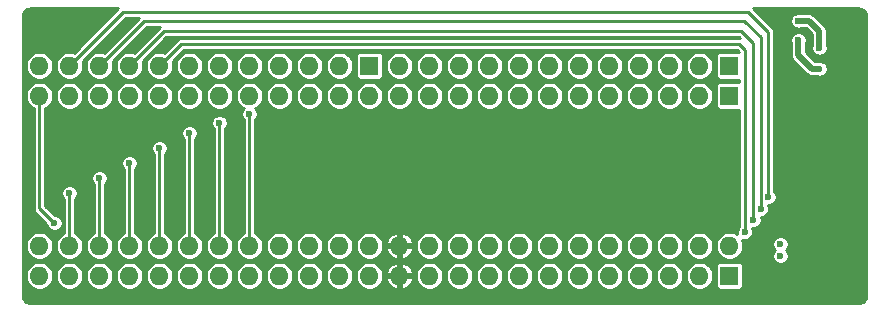
<source format=gbr>
G04 #@! TF.GenerationSoftware,KiCad,Pcbnew,(5.1.9)-1*
G04 #@! TF.CreationDate,2021-05-08T11:49:02+01:00*
G04 #@! TF.ProjectId,RGBtoHDMI Amiga Denise DIP Breakout FFC,52474274-6f48-4444-9d49-20416d696761,v2++ Rev 2*
G04 #@! TF.SameCoordinates,Original*
G04 #@! TF.FileFunction,Copper,L2,Bot*
G04 #@! TF.FilePolarity,Positive*
%FSLAX46Y46*%
G04 Gerber Fmt 4.6, Leading zero omitted, Abs format (unit mm)*
G04 Created by KiCad (PCBNEW (5.1.9)-1) date 2021-05-08 11:49:02*
%MOMM*%
%LPD*%
G01*
G04 APERTURE LIST*
G04 #@! TA.AperFunction,ComponentPad*
%ADD10O,1.600000X1.600000*%
G04 #@! TD*
G04 #@! TA.AperFunction,ComponentPad*
%ADD11R,1.600000X1.600000*%
G04 #@! TD*
G04 #@! TA.AperFunction,ViaPad*
%ADD12C,0.600000*%
G04 #@! TD*
G04 #@! TA.AperFunction,Conductor*
%ADD13C,0.250000*%
G04 #@! TD*
G04 #@! TA.AperFunction,Conductor*
%ADD14C,0.500000*%
G04 #@! TD*
G04 #@! TA.AperFunction,Conductor*
%ADD15C,0.254000*%
G04 #@! TD*
G04 #@! TA.AperFunction,Conductor*
%ADD16C,0.100000*%
G04 #@! TD*
G04 APERTURE END LIST*
D10*
X103505000Y-85725000D03*
X106045000Y-85725000D03*
X108585000Y-85725000D03*
X111125000Y-85725000D03*
X113665000Y-85725000D03*
X116205000Y-85725000D03*
X118745000Y-85725000D03*
X121285000Y-85725000D03*
X123825000Y-85725000D03*
X126365000Y-85725000D03*
X128905000Y-85725000D03*
X131445000Y-85725000D03*
X133985000Y-85725000D03*
X136525000Y-85725000D03*
X139065000Y-85725000D03*
X141605000Y-85725000D03*
X144145000Y-85725000D03*
X146685000Y-85725000D03*
X149225000Y-85725000D03*
X151765000Y-85725000D03*
X154305000Y-85725000D03*
X156845000Y-85725000D03*
X159385000Y-85725000D03*
D11*
X161925000Y-85725000D03*
D10*
X103505000Y-70485000D03*
X106045000Y-70485000D03*
X108585000Y-70485000D03*
X111125000Y-70485000D03*
X113665000Y-70485000D03*
X116205000Y-70485000D03*
X118745000Y-70485000D03*
X121285000Y-70485000D03*
X123825000Y-70485000D03*
X126365000Y-70485000D03*
X128905000Y-70485000D03*
X131445000Y-70485000D03*
X133985000Y-70485000D03*
X136525000Y-70485000D03*
X139065000Y-70485000D03*
X141605000Y-70485000D03*
X144145000Y-70485000D03*
X146685000Y-70485000D03*
X149225000Y-70485000D03*
X151765000Y-70485000D03*
X154305000Y-70485000D03*
X156845000Y-70485000D03*
X159385000Y-70485000D03*
D11*
X161925000Y-70485000D03*
X161925000Y-67945000D03*
D10*
X133985000Y-83185000D03*
X159385000Y-67945000D03*
X136525000Y-83185000D03*
X156845000Y-67945000D03*
X139065000Y-83185000D03*
X154305000Y-67945000D03*
X141605000Y-83185000D03*
X151765000Y-67945000D03*
X144145000Y-83185000D03*
X149225000Y-67945000D03*
X146685000Y-83185000D03*
X146685000Y-67945000D03*
X149225000Y-83185000D03*
X144145000Y-67945000D03*
X151765000Y-83185000D03*
X141605000Y-67945000D03*
X154305000Y-83185000D03*
X139065000Y-67945000D03*
X156845000Y-83185000D03*
X136525000Y-67945000D03*
X159385000Y-83185000D03*
X133985000Y-67945000D03*
X161925000Y-83185000D03*
D11*
X131445000Y-67945000D03*
D10*
X103505000Y-83185000D03*
X128905000Y-67945000D03*
X106045000Y-83185000D03*
X126365000Y-67945000D03*
X108585000Y-83185000D03*
X123825000Y-67945000D03*
X111125000Y-83185000D03*
X121285000Y-67945000D03*
X113665000Y-83185000D03*
X118745000Y-67945000D03*
X116205000Y-83185000D03*
X116205000Y-67945000D03*
X118745000Y-83185000D03*
X113665000Y-67945000D03*
X121285000Y-83185000D03*
X111125000Y-67945000D03*
X123825000Y-83185000D03*
X108585000Y-67945000D03*
X126365000Y-83185000D03*
X106045000Y-67945000D03*
X128905000Y-83185000D03*
X103505000Y-67945000D03*
X131445000Y-83185000D03*
D12*
X166116000Y-68072000D03*
X166116000Y-70104000D03*
X166116000Y-67056000D03*
X104775000Y-81280000D03*
X165227000Y-79057500D03*
X164591998Y-80073500D03*
X163957000Y-81026000D03*
X163258500Y-82042000D03*
X166243000Y-83058000D03*
X166243000Y-84074000D03*
X169545000Y-66421000D03*
X167767000Y-64135000D03*
X167767000Y-65786000D03*
X169545000Y-68199000D03*
X121285000Y-72009000D03*
X118745000Y-72771000D03*
X116205000Y-73660000D03*
X113665000Y-74930000D03*
X111125000Y-76200000D03*
X108584986Y-77470000D03*
X106045000Y-78740000D03*
D13*
X103505000Y-70485000D02*
X103505000Y-80010000D01*
X103505000Y-80010000D02*
X104775000Y-81280000D01*
X165227000Y-65087500D02*
X165227000Y-79057500D01*
X110617000Y-63373000D02*
X163512500Y-63373000D01*
X106045000Y-67945000D02*
X110617000Y-63373000D01*
X163512500Y-63373000D02*
X165227000Y-65087500D01*
X164591998Y-65533409D02*
X164591998Y-80073500D01*
X108585000Y-67945000D02*
X112395000Y-64135000D01*
X112395000Y-64135000D02*
X163193589Y-64135000D01*
X163193589Y-64135000D02*
X164591998Y-65533409D01*
X163957000Y-79656498D02*
X163957000Y-81026000D01*
X163957000Y-66040000D02*
X163957000Y-79656498D01*
X162941000Y-65024000D02*
X163957000Y-66040000D01*
X114046000Y-65024000D02*
X162941000Y-65024000D01*
X111125000Y-67945000D02*
X114046000Y-65024000D01*
X163258500Y-66611500D02*
X163258500Y-82042000D01*
X115506500Y-66103500D02*
X162750500Y-66103500D01*
X113665000Y-67945000D02*
X115506500Y-66103500D01*
X162750500Y-66103500D02*
X163258500Y-66611500D01*
D14*
X169545000Y-65024000D02*
X169545000Y-66421000D01*
X168656000Y-64135000D02*
X169545000Y-65024000D01*
X167767000Y-64135000D02*
X168656000Y-64135000D01*
X168910000Y-68199000D02*
X169545000Y-68199000D01*
X167767000Y-67056000D02*
X168910000Y-68199000D01*
X167767000Y-65786000D02*
X167767000Y-67056000D01*
D13*
X121285000Y-83185000D02*
X121285000Y-72009000D01*
X118745000Y-73025000D02*
X118745000Y-72771000D01*
X118745000Y-83185000D02*
X118745000Y-73025000D01*
X116205000Y-83185000D02*
X116205000Y-73660000D01*
X113665000Y-83185000D02*
X113665000Y-74930000D01*
X111125000Y-83185000D02*
X111125000Y-76200000D01*
X108585000Y-77470014D02*
X108584986Y-77470000D01*
X108585000Y-83185000D02*
X108585000Y-77470014D01*
X106045000Y-83185000D02*
X106045000Y-78740000D01*
D15*
X106442898Y-66831511D02*
X106389485Y-66809386D01*
X106161318Y-66764000D01*
X105928682Y-66764000D01*
X105700515Y-66809386D01*
X105485587Y-66898412D01*
X105292157Y-67027658D01*
X105127658Y-67192157D01*
X104998412Y-67385587D01*
X104909386Y-67600515D01*
X104864000Y-67828682D01*
X104864000Y-68061318D01*
X104909386Y-68289485D01*
X104998412Y-68504413D01*
X105127658Y-68697843D01*
X105292157Y-68862342D01*
X105485587Y-68991588D01*
X105700515Y-69080614D01*
X105928682Y-69126000D01*
X106161318Y-69126000D01*
X106389485Y-69080614D01*
X106604413Y-68991588D01*
X106797843Y-68862342D01*
X106962342Y-68697843D01*
X107091588Y-68504413D01*
X107180614Y-68289485D01*
X107226000Y-68061318D01*
X107226000Y-67828682D01*
X107180614Y-67600515D01*
X107158489Y-67547102D01*
X110826592Y-63879000D01*
X111935408Y-63879000D01*
X108982898Y-66831510D01*
X108929485Y-66809386D01*
X108701318Y-66764000D01*
X108468682Y-66764000D01*
X108240515Y-66809386D01*
X108025587Y-66898412D01*
X107832157Y-67027658D01*
X107667658Y-67192157D01*
X107538412Y-67385587D01*
X107449386Y-67600515D01*
X107404000Y-67828682D01*
X107404000Y-68061318D01*
X107449386Y-68289485D01*
X107538412Y-68504413D01*
X107667658Y-68697843D01*
X107832157Y-68862342D01*
X108025587Y-68991588D01*
X108240515Y-69080614D01*
X108468682Y-69126000D01*
X108701318Y-69126000D01*
X108929485Y-69080614D01*
X109144413Y-68991588D01*
X109337843Y-68862342D01*
X109502342Y-68697843D01*
X109631588Y-68504413D01*
X109720614Y-68289485D01*
X109766000Y-68061318D01*
X109766000Y-67828682D01*
X109720614Y-67600515D01*
X109698490Y-67547102D01*
X112604592Y-64641000D01*
X113715075Y-64641000D01*
X113686473Y-64664473D01*
X113670628Y-64683780D01*
X111522898Y-66831510D01*
X111469485Y-66809386D01*
X111241318Y-66764000D01*
X111008682Y-66764000D01*
X110780515Y-66809386D01*
X110565587Y-66898412D01*
X110372157Y-67027658D01*
X110207658Y-67192157D01*
X110078412Y-67385587D01*
X109989386Y-67600515D01*
X109944000Y-67828682D01*
X109944000Y-68061318D01*
X109989386Y-68289485D01*
X110078412Y-68504413D01*
X110207658Y-68697843D01*
X110372157Y-68862342D01*
X110565587Y-68991588D01*
X110780515Y-69080614D01*
X111008682Y-69126000D01*
X111241318Y-69126000D01*
X111469485Y-69080614D01*
X111684413Y-68991588D01*
X111877843Y-68862342D01*
X112042342Y-68697843D01*
X112171588Y-68504413D01*
X112260614Y-68289485D01*
X112306000Y-68061318D01*
X112306000Y-67828682D01*
X112260614Y-67600515D01*
X112238490Y-67547102D01*
X114255592Y-65530000D01*
X162731409Y-65530000D01*
X162801482Y-65600073D01*
X162775354Y-65597500D01*
X162775346Y-65597500D01*
X162750500Y-65595053D01*
X162725654Y-65597500D01*
X115531345Y-65597500D01*
X115506499Y-65595053D01*
X115481653Y-65597500D01*
X115481646Y-65597500D01*
X115417194Y-65603848D01*
X115407306Y-65604822D01*
X115385107Y-65611556D01*
X115311925Y-65633755D01*
X115224021Y-65680741D01*
X115146973Y-65743973D01*
X115131128Y-65763280D01*
X114062898Y-66831510D01*
X114009485Y-66809386D01*
X113781318Y-66764000D01*
X113548682Y-66764000D01*
X113320515Y-66809386D01*
X113105587Y-66898412D01*
X112912157Y-67027658D01*
X112747658Y-67192157D01*
X112618412Y-67385587D01*
X112529386Y-67600515D01*
X112484000Y-67828682D01*
X112484000Y-68061318D01*
X112529386Y-68289485D01*
X112618412Y-68504413D01*
X112747658Y-68697843D01*
X112912157Y-68862342D01*
X113105587Y-68991588D01*
X113320515Y-69080614D01*
X113548682Y-69126000D01*
X113781318Y-69126000D01*
X114009485Y-69080614D01*
X114224413Y-68991588D01*
X114417843Y-68862342D01*
X114582342Y-68697843D01*
X114711588Y-68504413D01*
X114800614Y-68289485D01*
X114846000Y-68061318D01*
X114846000Y-67828682D01*
X115024000Y-67828682D01*
X115024000Y-68061318D01*
X115069386Y-68289485D01*
X115158412Y-68504413D01*
X115287658Y-68697843D01*
X115452157Y-68862342D01*
X115645587Y-68991588D01*
X115860515Y-69080614D01*
X116088682Y-69126000D01*
X116321318Y-69126000D01*
X116549485Y-69080614D01*
X116764413Y-68991588D01*
X116957843Y-68862342D01*
X117122342Y-68697843D01*
X117251588Y-68504413D01*
X117340614Y-68289485D01*
X117386000Y-68061318D01*
X117386000Y-67828682D01*
X117564000Y-67828682D01*
X117564000Y-68061318D01*
X117609386Y-68289485D01*
X117698412Y-68504413D01*
X117827658Y-68697843D01*
X117992157Y-68862342D01*
X118185587Y-68991588D01*
X118400515Y-69080614D01*
X118628682Y-69126000D01*
X118861318Y-69126000D01*
X119089485Y-69080614D01*
X119304413Y-68991588D01*
X119497843Y-68862342D01*
X119662342Y-68697843D01*
X119791588Y-68504413D01*
X119880614Y-68289485D01*
X119926000Y-68061318D01*
X119926000Y-67828682D01*
X120104000Y-67828682D01*
X120104000Y-68061318D01*
X120149386Y-68289485D01*
X120238412Y-68504413D01*
X120367658Y-68697843D01*
X120532157Y-68862342D01*
X120725587Y-68991588D01*
X120940515Y-69080614D01*
X121168682Y-69126000D01*
X121401318Y-69126000D01*
X121629485Y-69080614D01*
X121844413Y-68991588D01*
X122037843Y-68862342D01*
X122202342Y-68697843D01*
X122331588Y-68504413D01*
X122420614Y-68289485D01*
X122466000Y-68061318D01*
X122466000Y-67828682D01*
X122644000Y-67828682D01*
X122644000Y-68061318D01*
X122689386Y-68289485D01*
X122778412Y-68504413D01*
X122907658Y-68697843D01*
X123072157Y-68862342D01*
X123265587Y-68991588D01*
X123480515Y-69080614D01*
X123708682Y-69126000D01*
X123941318Y-69126000D01*
X124169485Y-69080614D01*
X124384413Y-68991588D01*
X124577843Y-68862342D01*
X124742342Y-68697843D01*
X124871588Y-68504413D01*
X124960614Y-68289485D01*
X125006000Y-68061318D01*
X125006000Y-67828682D01*
X125184000Y-67828682D01*
X125184000Y-68061318D01*
X125229386Y-68289485D01*
X125318412Y-68504413D01*
X125447658Y-68697843D01*
X125612157Y-68862342D01*
X125805587Y-68991588D01*
X126020515Y-69080614D01*
X126248682Y-69126000D01*
X126481318Y-69126000D01*
X126709485Y-69080614D01*
X126924413Y-68991588D01*
X127117843Y-68862342D01*
X127282342Y-68697843D01*
X127411588Y-68504413D01*
X127500614Y-68289485D01*
X127546000Y-68061318D01*
X127546000Y-67828682D01*
X127724000Y-67828682D01*
X127724000Y-68061318D01*
X127769386Y-68289485D01*
X127858412Y-68504413D01*
X127987658Y-68697843D01*
X128152157Y-68862342D01*
X128345587Y-68991588D01*
X128560515Y-69080614D01*
X128788682Y-69126000D01*
X129021318Y-69126000D01*
X129249485Y-69080614D01*
X129464413Y-68991588D01*
X129657843Y-68862342D01*
X129822342Y-68697843D01*
X129951588Y-68504413D01*
X130040614Y-68289485D01*
X130086000Y-68061318D01*
X130086000Y-67828682D01*
X130040614Y-67600515D01*
X129951588Y-67385587D01*
X129822342Y-67192157D01*
X129775185Y-67145000D01*
X130262157Y-67145000D01*
X130262157Y-68745000D01*
X130269513Y-68819689D01*
X130291299Y-68891508D01*
X130326678Y-68957696D01*
X130374289Y-69015711D01*
X130432304Y-69063322D01*
X130498492Y-69098701D01*
X130570311Y-69120487D01*
X130645000Y-69127843D01*
X132245000Y-69127843D01*
X132319689Y-69120487D01*
X132391508Y-69098701D01*
X132457696Y-69063322D01*
X132515711Y-69015711D01*
X132563322Y-68957696D01*
X132598701Y-68891508D01*
X132620487Y-68819689D01*
X132627843Y-68745000D01*
X132627843Y-67828682D01*
X132804000Y-67828682D01*
X132804000Y-68061318D01*
X132849386Y-68289485D01*
X132938412Y-68504413D01*
X133067658Y-68697843D01*
X133232157Y-68862342D01*
X133425587Y-68991588D01*
X133640515Y-69080614D01*
X133868682Y-69126000D01*
X134101318Y-69126000D01*
X134329485Y-69080614D01*
X134544413Y-68991588D01*
X134737843Y-68862342D01*
X134902342Y-68697843D01*
X135031588Y-68504413D01*
X135120614Y-68289485D01*
X135166000Y-68061318D01*
X135166000Y-67828682D01*
X135344000Y-67828682D01*
X135344000Y-68061318D01*
X135389386Y-68289485D01*
X135478412Y-68504413D01*
X135607658Y-68697843D01*
X135772157Y-68862342D01*
X135965587Y-68991588D01*
X136180515Y-69080614D01*
X136408682Y-69126000D01*
X136641318Y-69126000D01*
X136869485Y-69080614D01*
X137084413Y-68991588D01*
X137277843Y-68862342D01*
X137442342Y-68697843D01*
X137571588Y-68504413D01*
X137660614Y-68289485D01*
X137706000Y-68061318D01*
X137706000Y-67828682D01*
X137884000Y-67828682D01*
X137884000Y-68061318D01*
X137929386Y-68289485D01*
X138018412Y-68504413D01*
X138147658Y-68697843D01*
X138312157Y-68862342D01*
X138505587Y-68991588D01*
X138720515Y-69080614D01*
X138948682Y-69126000D01*
X139181318Y-69126000D01*
X139409485Y-69080614D01*
X139624413Y-68991588D01*
X139817843Y-68862342D01*
X139982342Y-68697843D01*
X140111588Y-68504413D01*
X140200614Y-68289485D01*
X140246000Y-68061318D01*
X140246000Y-67828682D01*
X140424000Y-67828682D01*
X140424000Y-68061318D01*
X140469386Y-68289485D01*
X140558412Y-68504413D01*
X140687658Y-68697843D01*
X140852157Y-68862342D01*
X141045587Y-68991588D01*
X141260515Y-69080614D01*
X141488682Y-69126000D01*
X141721318Y-69126000D01*
X141949485Y-69080614D01*
X142164413Y-68991588D01*
X142357843Y-68862342D01*
X142522342Y-68697843D01*
X142651588Y-68504413D01*
X142740614Y-68289485D01*
X142786000Y-68061318D01*
X142786000Y-67828682D01*
X142964000Y-67828682D01*
X142964000Y-68061318D01*
X143009386Y-68289485D01*
X143098412Y-68504413D01*
X143227658Y-68697843D01*
X143392157Y-68862342D01*
X143585587Y-68991588D01*
X143800515Y-69080614D01*
X144028682Y-69126000D01*
X144261318Y-69126000D01*
X144489485Y-69080614D01*
X144704413Y-68991588D01*
X144897843Y-68862342D01*
X145062342Y-68697843D01*
X145191588Y-68504413D01*
X145280614Y-68289485D01*
X145326000Y-68061318D01*
X145326000Y-67828682D01*
X145504000Y-67828682D01*
X145504000Y-68061318D01*
X145549386Y-68289485D01*
X145638412Y-68504413D01*
X145767658Y-68697843D01*
X145932157Y-68862342D01*
X146125587Y-68991588D01*
X146340515Y-69080614D01*
X146568682Y-69126000D01*
X146801318Y-69126000D01*
X147029485Y-69080614D01*
X147244413Y-68991588D01*
X147437843Y-68862342D01*
X147602342Y-68697843D01*
X147731588Y-68504413D01*
X147820614Y-68289485D01*
X147866000Y-68061318D01*
X147866000Y-67828682D01*
X148044000Y-67828682D01*
X148044000Y-68061318D01*
X148089386Y-68289485D01*
X148178412Y-68504413D01*
X148307658Y-68697843D01*
X148472157Y-68862342D01*
X148665587Y-68991588D01*
X148880515Y-69080614D01*
X149108682Y-69126000D01*
X149341318Y-69126000D01*
X149569485Y-69080614D01*
X149784413Y-68991588D01*
X149977843Y-68862342D01*
X150142342Y-68697843D01*
X150271588Y-68504413D01*
X150360614Y-68289485D01*
X150406000Y-68061318D01*
X150406000Y-67828682D01*
X150584000Y-67828682D01*
X150584000Y-68061318D01*
X150629386Y-68289485D01*
X150718412Y-68504413D01*
X150847658Y-68697843D01*
X151012157Y-68862342D01*
X151205587Y-68991588D01*
X151420515Y-69080614D01*
X151648682Y-69126000D01*
X151881318Y-69126000D01*
X152109485Y-69080614D01*
X152324413Y-68991588D01*
X152517843Y-68862342D01*
X152682342Y-68697843D01*
X152811588Y-68504413D01*
X152900614Y-68289485D01*
X152946000Y-68061318D01*
X152946000Y-67828682D01*
X153124000Y-67828682D01*
X153124000Y-68061318D01*
X153169386Y-68289485D01*
X153258412Y-68504413D01*
X153387658Y-68697843D01*
X153552157Y-68862342D01*
X153745587Y-68991588D01*
X153960515Y-69080614D01*
X154188682Y-69126000D01*
X154421318Y-69126000D01*
X154649485Y-69080614D01*
X154864413Y-68991588D01*
X155057843Y-68862342D01*
X155222342Y-68697843D01*
X155351588Y-68504413D01*
X155440614Y-68289485D01*
X155486000Y-68061318D01*
X155486000Y-67828682D01*
X155664000Y-67828682D01*
X155664000Y-68061318D01*
X155709386Y-68289485D01*
X155798412Y-68504413D01*
X155927658Y-68697843D01*
X156092157Y-68862342D01*
X156285587Y-68991588D01*
X156500515Y-69080614D01*
X156728682Y-69126000D01*
X156961318Y-69126000D01*
X157189485Y-69080614D01*
X157404413Y-68991588D01*
X157597843Y-68862342D01*
X157762342Y-68697843D01*
X157891588Y-68504413D01*
X157980614Y-68289485D01*
X158026000Y-68061318D01*
X158026000Y-67828682D01*
X158204000Y-67828682D01*
X158204000Y-68061318D01*
X158249386Y-68289485D01*
X158338412Y-68504413D01*
X158467658Y-68697843D01*
X158632157Y-68862342D01*
X158825587Y-68991588D01*
X159040515Y-69080614D01*
X159268682Y-69126000D01*
X159501318Y-69126000D01*
X159729485Y-69080614D01*
X159944413Y-68991588D01*
X160137843Y-68862342D01*
X160302342Y-68697843D01*
X160431588Y-68504413D01*
X160520614Y-68289485D01*
X160566000Y-68061318D01*
X160566000Y-67828682D01*
X160520614Y-67600515D01*
X160431588Y-67385587D01*
X160302342Y-67192157D01*
X160137843Y-67027658D01*
X159944413Y-66898412D01*
X159729485Y-66809386D01*
X159501318Y-66764000D01*
X159268682Y-66764000D01*
X159040515Y-66809386D01*
X158825587Y-66898412D01*
X158632157Y-67027658D01*
X158467658Y-67192157D01*
X158338412Y-67385587D01*
X158249386Y-67600515D01*
X158204000Y-67828682D01*
X158026000Y-67828682D01*
X157980614Y-67600515D01*
X157891588Y-67385587D01*
X157762342Y-67192157D01*
X157597843Y-67027658D01*
X157404413Y-66898412D01*
X157189485Y-66809386D01*
X156961318Y-66764000D01*
X156728682Y-66764000D01*
X156500515Y-66809386D01*
X156285587Y-66898412D01*
X156092157Y-67027658D01*
X155927658Y-67192157D01*
X155798412Y-67385587D01*
X155709386Y-67600515D01*
X155664000Y-67828682D01*
X155486000Y-67828682D01*
X155440614Y-67600515D01*
X155351588Y-67385587D01*
X155222342Y-67192157D01*
X155057843Y-67027658D01*
X154864413Y-66898412D01*
X154649485Y-66809386D01*
X154421318Y-66764000D01*
X154188682Y-66764000D01*
X153960515Y-66809386D01*
X153745587Y-66898412D01*
X153552157Y-67027658D01*
X153387658Y-67192157D01*
X153258412Y-67385587D01*
X153169386Y-67600515D01*
X153124000Y-67828682D01*
X152946000Y-67828682D01*
X152900614Y-67600515D01*
X152811588Y-67385587D01*
X152682342Y-67192157D01*
X152517843Y-67027658D01*
X152324413Y-66898412D01*
X152109485Y-66809386D01*
X151881318Y-66764000D01*
X151648682Y-66764000D01*
X151420515Y-66809386D01*
X151205587Y-66898412D01*
X151012157Y-67027658D01*
X150847658Y-67192157D01*
X150718412Y-67385587D01*
X150629386Y-67600515D01*
X150584000Y-67828682D01*
X150406000Y-67828682D01*
X150360614Y-67600515D01*
X150271588Y-67385587D01*
X150142342Y-67192157D01*
X149977843Y-67027658D01*
X149784413Y-66898412D01*
X149569485Y-66809386D01*
X149341318Y-66764000D01*
X149108682Y-66764000D01*
X148880515Y-66809386D01*
X148665587Y-66898412D01*
X148472157Y-67027658D01*
X148307658Y-67192157D01*
X148178412Y-67385587D01*
X148089386Y-67600515D01*
X148044000Y-67828682D01*
X147866000Y-67828682D01*
X147820614Y-67600515D01*
X147731588Y-67385587D01*
X147602342Y-67192157D01*
X147437843Y-67027658D01*
X147244413Y-66898412D01*
X147029485Y-66809386D01*
X146801318Y-66764000D01*
X146568682Y-66764000D01*
X146340515Y-66809386D01*
X146125587Y-66898412D01*
X145932157Y-67027658D01*
X145767658Y-67192157D01*
X145638412Y-67385587D01*
X145549386Y-67600515D01*
X145504000Y-67828682D01*
X145326000Y-67828682D01*
X145280614Y-67600515D01*
X145191588Y-67385587D01*
X145062342Y-67192157D01*
X144897843Y-67027658D01*
X144704413Y-66898412D01*
X144489485Y-66809386D01*
X144261318Y-66764000D01*
X144028682Y-66764000D01*
X143800515Y-66809386D01*
X143585587Y-66898412D01*
X143392157Y-67027658D01*
X143227658Y-67192157D01*
X143098412Y-67385587D01*
X143009386Y-67600515D01*
X142964000Y-67828682D01*
X142786000Y-67828682D01*
X142740614Y-67600515D01*
X142651588Y-67385587D01*
X142522342Y-67192157D01*
X142357843Y-67027658D01*
X142164413Y-66898412D01*
X141949485Y-66809386D01*
X141721318Y-66764000D01*
X141488682Y-66764000D01*
X141260515Y-66809386D01*
X141045587Y-66898412D01*
X140852157Y-67027658D01*
X140687658Y-67192157D01*
X140558412Y-67385587D01*
X140469386Y-67600515D01*
X140424000Y-67828682D01*
X140246000Y-67828682D01*
X140200614Y-67600515D01*
X140111588Y-67385587D01*
X139982342Y-67192157D01*
X139817843Y-67027658D01*
X139624413Y-66898412D01*
X139409485Y-66809386D01*
X139181318Y-66764000D01*
X138948682Y-66764000D01*
X138720515Y-66809386D01*
X138505587Y-66898412D01*
X138312157Y-67027658D01*
X138147658Y-67192157D01*
X138018412Y-67385587D01*
X137929386Y-67600515D01*
X137884000Y-67828682D01*
X137706000Y-67828682D01*
X137660614Y-67600515D01*
X137571588Y-67385587D01*
X137442342Y-67192157D01*
X137277843Y-67027658D01*
X137084413Y-66898412D01*
X136869485Y-66809386D01*
X136641318Y-66764000D01*
X136408682Y-66764000D01*
X136180515Y-66809386D01*
X135965587Y-66898412D01*
X135772157Y-67027658D01*
X135607658Y-67192157D01*
X135478412Y-67385587D01*
X135389386Y-67600515D01*
X135344000Y-67828682D01*
X135166000Y-67828682D01*
X135120614Y-67600515D01*
X135031588Y-67385587D01*
X134902342Y-67192157D01*
X134737843Y-67027658D01*
X134544413Y-66898412D01*
X134329485Y-66809386D01*
X134101318Y-66764000D01*
X133868682Y-66764000D01*
X133640515Y-66809386D01*
X133425587Y-66898412D01*
X133232157Y-67027658D01*
X133067658Y-67192157D01*
X132938412Y-67385587D01*
X132849386Y-67600515D01*
X132804000Y-67828682D01*
X132627843Y-67828682D01*
X132627843Y-67145000D01*
X132620487Y-67070311D01*
X132598701Y-66998492D01*
X132563322Y-66932304D01*
X132515711Y-66874289D01*
X132457696Y-66826678D01*
X132391508Y-66791299D01*
X132319689Y-66769513D01*
X132245000Y-66762157D01*
X130645000Y-66762157D01*
X130570311Y-66769513D01*
X130498492Y-66791299D01*
X130432304Y-66826678D01*
X130374289Y-66874289D01*
X130326678Y-66932304D01*
X130291299Y-66998492D01*
X130269513Y-67070311D01*
X130262157Y-67145000D01*
X129775185Y-67145000D01*
X129657843Y-67027658D01*
X129464413Y-66898412D01*
X129249485Y-66809386D01*
X129021318Y-66764000D01*
X128788682Y-66764000D01*
X128560515Y-66809386D01*
X128345587Y-66898412D01*
X128152157Y-67027658D01*
X127987658Y-67192157D01*
X127858412Y-67385587D01*
X127769386Y-67600515D01*
X127724000Y-67828682D01*
X127546000Y-67828682D01*
X127500614Y-67600515D01*
X127411588Y-67385587D01*
X127282342Y-67192157D01*
X127117843Y-67027658D01*
X126924413Y-66898412D01*
X126709485Y-66809386D01*
X126481318Y-66764000D01*
X126248682Y-66764000D01*
X126020515Y-66809386D01*
X125805587Y-66898412D01*
X125612157Y-67027658D01*
X125447658Y-67192157D01*
X125318412Y-67385587D01*
X125229386Y-67600515D01*
X125184000Y-67828682D01*
X125006000Y-67828682D01*
X124960614Y-67600515D01*
X124871588Y-67385587D01*
X124742342Y-67192157D01*
X124577843Y-67027658D01*
X124384413Y-66898412D01*
X124169485Y-66809386D01*
X123941318Y-66764000D01*
X123708682Y-66764000D01*
X123480515Y-66809386D01*
X123265587Y-66898412D01*
X123072157Y-67027658D01*
X122907658Y-67192157D01*
X122778412Y-67385587D01*
X122689386Y-67600515D01*
X122644000Y-67828682D01*
X122466000Y-67828682D01*
X122420614Y-67600515D01*
X122331588Y-67385587D01*
X122202342Y-67192157D01*
X122037843Y-67027658D01*
X121844413Y-66898412D01*
X121629485Y-66809386D01*
X121401318Y-66764000D01*
X121168682Y-66764000D01*
X120940515Y-66809386D01*
X120725587Y-66898412D01*
X120532157Y-67027658D01*
X120367658Y-67192157D01*
X120238412Y-67385587D01*
X120149386Y-67600515D01*
X120104000Y-67828682D01*
X119926000Y-67828682D01*
X119880614Y-67600515D01*
X119791588Y-67385587D01*
X119662342Y-67192157D01*
X119497843Y-67027658D01*
X119304413Y-66898412D01*
X119089485Y-66809386D01*
X118861318Y-66764000D01*
X118628682Y-66764000D01*
X118400515Y-66809386D01*
X118185587Y-66898412D01*
X117992157Y-67027658D01*
X117827658Y-67192157D01*
X117698412Y-67385587D01*
X117609386Y-67600515D01*
X117564000Y-67828682D01*
X117386000Y-67828682D01*
X117340614Y-67600515D01*
X117251588Y-67385587D01*
X117122342Y-67192157D01*
X116957843Y-67027658D01*
X116764413Y-66898412D01*
X116549485Y-66809386D01*
X116321318Y-66764000D01*
X116088682Y-66764000D01*
X115860515Y-66809386D01*
X115645587Y-66898412D01*
X115452157Y-67027658D01*
X115287658Y-67192157D01*
X115158412Y-67385587D01*
X115069386Y-67600515D01*
X115024000Y-67828682D01*
X114846000Y-67828682D01*
X114800614Y-67600515D01*
X114778490Y-67547102D01*
X115716092Y-66609500D01*
X162540909Y-66609500D01*
X162693565Y-66762157D01*
X161125000Y-66762157D01*
X161050311Y-66769513D01*
X160978492Y-66791299D01*
X160912304Y-66826678D01*
X160854289Y-66874289D01*
X160806678Y-66932304D01*
X160771299Y-66998492D01*
X160749513Y-67070311D01*
X160742157Y-67145000D01*
X160742157Y-68745000D01*
X160749513Y-68819689D01*
X160771299Y-68891508D01*
X160806678Y-68957696D01*
X160854289Y-69015711D01*
X160912304Y-69063322D01*
X160978492Y-69098701D01*
X161050311Y-69120487D01*
X161125000Y-69127843D01*
X162725000Y-69127843D01*
X162752500Y-69125135D01*
X162752500Y-69304865D01*
X162725000Y-69302157D01*
X161125000Y-69302157D01*
X161050311Y-69309513D01*
X160978492Y-69331299D01*
X160912304Y-69366678D01*
X160854289Y-69414289D01*
X160806678Y-69472304D01*
X160771299Y-69538492D01*
X160749513Y-69610311D01*
X160742157Y-69685000D01*
X160742157Y-71285000D01*
X160749513Y-71359689D01*
X160771299Y-71431508D01*
X160806678Y-71497696D01*
X160854289Y-71555711D01*
X160912304Y-71603322D01*
X160978492Y-71638701D01*
X161050311Y-71660487D01*
X161125000Y-71667843D01*
X162725000Y-71667843D01*
X162752500Y-71665135D01*
X162752501Y-81584920D01*
X162729533Y-81607888D01*
X162655006Y-81719426D01*
X162603671Y-81843360D01*
X162577500Y-81974927D01*
X162577500Y-82109073D01*
X162598500Y-82214642D01*
X162484413Y-82138412D01*
X162269485Y-82049386D01*
X162041318Y-82004000D01*
X161808682Y-82004000D01*
X161580515Y-82049386D01*
X161365587Y-82138412D01*
X161172157Y-82267658D01*
X161007658Y-82432157D01*
X160878412Y-82625587D01*
X160789386Y-82840515D01*
X160744000Y-83068682D01*
X160744000Y-83301318D01*
X160789386Y-83529485D01*
X160878412Y-83744413D01*
X161007658Y-83937843D01*
X161172157Y-84102342D01*
X161365587Y-84231588D01*
X161580515Y-84320614D01*
X161808682Y-84366000D01*
X162041318Y-84366000D01*
X162269485Y-84320614D01*
X162484413Y-84231588D01*
X162677843Y-84102342D01*
X162842342Y-83937843D01*
X162971588Y-83744413D01*
X163060614Y-83529485D01*
X163106000Y-83301318D01*
X163106000Y-83068682D01*
X163090534Y-82990927D01*
X165562000Y-82990927D01*
X165562000Y-83125073D01*
X165588171Y-83256640D01*
X165639506Y-83380574D01*
X165714033Y-83492112D01*
X165787921Y-83566000D01*
X165714033Y-83639888D01*
X165639506Y-83751426D01*
X165588171Y-83875360D01*
X165562000Y-84006927D01*
X165562000Y-84141073D01*
X165588171Y-84272640D01*
X165639506Y-84396574D01*
X165714033Y-84508112D01*
X165808888Y-84602967D01*
X165920426Y-84677494D01*
X166044360Y-84728829D01*
X166175927Y-84755000D01*
X166310073Y-84755000D01*
X166441640Y-84728829D01*
X166565574Y-84677494D01*
X166677112Y-84602967D01*
X166771967Y-84508112D01*
X166846494Y-84396574D01*
X166897829Y-84272640D01*
X166924000Y-84141073D01*
X166924000Y-84006927D01*
X166897829Y-83875360D01*
X166846494Y-83751426D01*
X166771967Y-83639888D01*
X166698079Y-83566000D01*
X166771967Y-83492112D01*
X166846494Y-83380574D01*
X166897829Y-83256640D01*
X166924000Y-83125073D01*
X166924000Y-82990927D01*
X166897829Y-82859360D01*
X166846494Y-82735426D01*
X166771967Y-82623888D01*
X166677112Y-82529033D01*
X166565574Y-82454506D01*
X166441640Y-82403171D01*
X166310073Y-82377000D01*
X166175927Y-82377000D01*
X166044360Y-82403171D01*
X165920426Y-82454506D01*
X165808888Y-82529033D01*
X165714033Y-82623888D01*
X165639506Y-82735426D01*
X165588171Y-82859360D01*
X165562000Y-82990927D01*
X163090534Y-82990927D01*
X163060614Y-82840515D01*
X162988927Y-82667448D01*
X163059860Y-82696829D01*
X163191427Y-82723000D01*
X163325573Y-82723000D01*
X163457140Y-82696829D01*
X163581074Y-82645494D01*
X163692612Y-82570967D01*
X163787467Y-82476112D01*
X163861994Y-82364574D01*
X163913329Y-82240640D01*
X163939500Y-82109073D01*
X163939500Y-81974927D01*
X163913329Y-81843360D01*
X163861994Y-81719426D01*
X163848137Y-81698687D01*
X163889927Y-81707000D01*
X164024073Y-81707000D01*
X164155640Y-81680829D01*
X164279574Y-81629494D01*
X164391112Y-81554967D01*
X164485967Y-81460112D01*
X164560494Y-81348574D01*
X164611829Y-81224640D01*
X164638000Y-81093073D01*
X164638000Y-80958927D01*
X164611829Y-80827360D01*
X164581649Y-80754500D01*
X164659071Y-80754500D01*
X164790638Y-80728329D01*
X164914572Y-80676994D01*
X165026110Y-80602467D01*
X165120965Y-80507612D01*
X165195492Y-80396074D01*
X165246827Y-80272140D01*
X165272998Y-80140573D01*
X165272998Y-80006427D01*
X165246827Y-79874860D01*
X165195492Y-79750926D01*
X165187189Y-79738500D01*
X165294073Y-79738500D01*
X165425640Y-79712329D01*
X165549574Y-79660994D01*
X165661112Y-79586467D01*
X165755967Y-79491612D01*
X165830494Y-79380074D01*
X165881829Y-79256140D01*
X165908000Y-79124573D01*
X165908000Y-78990427D01*
X165881829Y-78858860D01*
X165830494Y-78734926D01*
X165755967Y-78623388D01*
X165733000Y-78600421D01*
X165733000Y-65718927D01*
X167086000Y-65718927D01*
X167086000Y-65853073D01*
X167112171Y-65984640D01*
X167136000Y-66042169D01*
X167136001Y-67025000D01*
X167132948Y-67056000D01*
X167145130Y-67179697D01*
X167181211Y-67298641D01*
X167239804Y-67408260D01*
X167298897Y-67480265D01*
X167298900Y-67480268D01*
X167318658Y-67504343D01*
X167342733Y-67524101D01*
X168441899Y-68623268D01*
X168461657Y-68647343D01*
X168557739Y-68726196D01*
X168667358Y-68784789D01*
X168786302Y-68820870D01*
X168879002Y-68830000D01*
X168879011Y-68830000D01*
X168909999Y-68833052D01*
X168940987Y-68830000D01*
X169288832Y-68830000D01*
X169346360Y-68853829D01*
X169477927Y-68880000D01*
X169612073Y-68880000D01*
X169743640Y-68853829D01*
X169867574Y-68802494D01*
X169979112Y-68727967D01*
X170073967Y-68633112D01*
X170148494Y-68521574D01*
X170199829Y-68397640D01*
X170226000Y-68266073D01*
X170226000Y-68131927D01*
X170199829Y-68000360D01*
X170148494Y-67876426D01*
X170073967Y-67764888D01*
X169979112Y-67670033D01*
X169867574Y-67595506D01*
X169743640Y-67544171D01*
X169612073Y-67518000D01*
X169477927Y-67518000D01*
X169346360Y-67544171D01*
X169288832Y-67568000D01*
X169171369Y-67568000D01*
X168398000Y-66794632D01*
X168398000Y-66042168D01*
X168421829Y-65984640D01*
X168448000Y-65853073D01*
X168448000Y-65718927D01*
X168421829Y-65587360D01*
X168370494Y-65463426D01*
X168295967Y-65351888D01*
X168201112Y-65257033D01*
X168089574Y-65182506D01*
X167965640Y-65131171D01*
X167834073Y-65105000D01*
X167699927Y-65105000D01*
X167568360Y-65131171D01*
X167444426Y-65182506D01*
X167332888Y-65257033D01*
X167238033Y-65351888D01*
X167163506Y-65463426D01*
X167112171Y-65587360D01*
X167086000Y-65718927D01*
X165733000Y-65718927D01*
X165733000Y-65112345D01*
X165735447Y-65087499D01*
X165733000Y-65062653D01*
X165733000Y-65062646D01*
X165725678Y-64988307D01*
X165696745Y-64892925D01*
X165649759Y-64805021D01*
X165586527Y-64727973D01*
X165567220Y-64712128D01*
X164923019Y-64067927D01*
X167086000Y-64067927D01*
X167086000Y-64202073D01*
X167112171Y-64333640D01*
X167163506Y-64457574D01*
X167238033Y-64569112D01*
X167332888Y-64663967D01*
X167444426Y-64738494D01*
X167568360Y-64789829D01*
X167699927Y-64816000D01*
X167834073Y-64816000D01*
X167965640Y-64789829D01*
X168023168Y-64766000D01*
X168394632Y-64766000D01*
X168914000Y-65285369D01*
X168914001Y-66164830D01*
X168890171Y-66222360D01*
X168864000Y-66353927D01*
X168864000Y-66488073D01*
X168890171Y-66619640D01*
X168941506Y-66743574D01*
X169016033Y-66855112D01*
X169110888Y-66949967D01*
X169222426Y-67024494D01*
X169346360Y-67075829D01*
X169477927Y-67102000D01*
X169612073Y-67102000D01*
X169743640Y-67075829D01*
X169867574Y-67024494D01*
X169979112Y-66949967D01*
X170073967Y-66855112D01*
X170148494Y-66743574D01*
X170199829Y-66619640D01*
X170226000Y-66488073D01*
X170226000Y-66353927D01*
X170199829Y-66222360D01*
X170176000Y-66164832D01*
X170176000Y-65054990D01*
X170179052Y-65024000D01*
X170176000Y-64993009D01*
X170176000Y-64993002D01*
X170166870Y-64900302D01*
X170130789Y-64781358D01*
X170072196Y-64671739D01*
X170017215Y-64604745D01*
X170013103Y-64599734D01*
X170013101Y-64599732D01*
X169993343Y-64575657D01*
X169969269Y-64555900D01*
X169124105Y-63710737D01*
X169104343Y-63686657D01*
X169008261Y-63607804D01*
X168898642Y-63549211D01*
X168779698Y-63513130D01*
X168686998Y-63504000D01*
X168686990Y-63504000D01*
X168656000Y-63500948D01*
X168625010Y-63504000D01*
X168023168Y-63504000D01*
X167965640Y-63480171D01*
X167834073Y-63454000D01*
X167699927Y-63454000D01*
X167568360Y-63480171D01*
X167444426Y-63531506D01*
X167332888Y-63606033D01*
X167238033Y-63700888D01*
X167163506Y-63812426D01*
X167112171Y-63936360D01*
X167086000Y-64067927D01*
X164923019Y-64067927D01*
X163947091Y-63092000D01*
X172823480Y-63092000D01*
X172975135Y-63106870D01*
X173098388Y-63144082D01*
X173212068Y-63204526D01*
X173311841Y-63285899D01*
X173393911Y-63385105D01*
X173455147Y-63498357D01*
X173493220Y-63621352D01*
X173509000Y-63771492D01*
X173509001Y-87352470D01*
X173494130Y-87504135D01*
X173456918Y-87627388D01*
X173396474Y-87741067D01*
X173315097Y-87840845D01*
X173215897Y-87922910D01*
X173102640Y-87984148D01*
X172979648Y-88022220D01*
X172829508Y-88038000D01*
X102766520Y-88038000D01*
X102614865Y-88023130D01*
X102491612Y-87985918D01*
X102377933Y-87925474D01*
X102278155Y-87844097D01*
X102196090Y-87744897D01*
X102134852Y-87631640D01*
X102096780Y-87508648D01*
X102081000Y-87358508D01*
X102081000Y-85608682D01*
X102324000Y-85608682D01*
X102324000Y-85841318D01*
X102369386Y-86069485D01*
X102458412Y-86284413D01*
X102587658Y-86477843D01*
X102752157Y-86642342D01*
X102945587Y-86771588D01*
X103160515Y-86860614D01*
X103388682Y-86906000D01*
X103621318Y-86906000D01*
X103849485Y-86860614D01*
X104064413Y-86771588D01*
X104257843Y-86642342D01*
X104422342Y-86477843D01*
X104551588Y-86284413D01*
X104640614Y-86069485D01*
X104686000Y-85841318D01*
X104686000Y-85608682D01*
X104864000Y-85608682D01*
X104864000Y-85841318D01*
X104909386Y-86069485D01*
X104998412Y-86284413D01*
X105127658Y-86477843D01*
X105292157Y-86642342D01*
X105485587Y-86771588D01*
X105700515Y-86860614D01*
X105928682Y-86906000D01*
X106161318Y-86906000D01*
X106389485Y-86860614D01*
X106604413Y-86771588D01*
X106797843Y-86642342D01*
X106962342Y-86477843D01*
X107091588Y-86284413D01*
X107180614Y-86069485D01*
X107226000Y-85841318D01*
X107226000Y-85608682D01*
X107404000Y-85608682D01*
X107404000Y-85841318D01*
X107449386Y-86069485D01*
X107538412Y-86284413D01*
X107667658Y-86477843D01*
X107832157Y-86642342D01*
X108025587Y-86771588D01*
X108240515Y-86860614D01*
X108468682Y-86906000D01*
X108701318Y-86906000D01*
X108929485Y-86860614D01*
X109144413Y-86771588D01*
X109337843Y-86642342D01*
X109502342Y-86477843D01*
X109631588Y-86284413D01*
X109720614Y-86069485D01*
X109766000Y-85841318D01*
X109766000Y-85608682D01*
X109944000Y-85608682D01*
X109944000Y-85841318D01*
X109989386Y-86069485D01*
X110078412Y-86284413D01*
X110207658Y-86477843D01*
X110372157Y-86642342D01*
X110565587Y-86771588D01*
X110780515Y-86860614D01*
X111008682Y-86906000D01*
X111241318Y-86906000D01*
X111469485Y-86860614D01*
X111684413Y-86771588D01*
X111877843Y-86642342D01*
X112042342Y-86477843D01*
X112171588Y-86284413D01*
X112260614Y-86069485D01*
X112306000Y-85841318D01*
X112306000Y-85608682D01*
X112484000Y-85608682D01*
X112484000Y-85841318D01*
X112529386Y-86069485D01*
X112618412Y-86284413D01*
X112747658Y-86477843D01*
X112912157Y-86642342D01*
X113105587Y-86771588D01*
X113320515Y-86860614D01*
X113548682Y-86906000D01*
X113781318Y-86906000D01*
X114009485Y-86860614D01*
X114224413Y-86771588D01*
X114417843Y-86642342D01*
X114582342Y-86477843D01*
X114711588Y-86284413D01*
X114800614Y-86069485D01*
X114846000Y-85841318D01*
X114846000Y-85608682D01*
X115024000Y-85608682D01*
X115024000Y-85841318D01*
X115069386Y-86069485D01*
X115158412Y-86284413D01*
X115287658Y-86477843D01*
X115452157Y-86642342D01*
X115645587Y-86771588D01*
X115860515Y-86860614D01*
X116088682Y-86906000D01*
X116321318Y-86906000D01*
X116549485Y-86860614D01*
X116764413Y-86771588D01*
X116957843Y-86642342D01*
X117122342Y-86477843D01*
X117251588Y-86284413D01*
X117340614Y-86069485D01*
X117386000Y-85841318D01*
X117386000Y-85608682D01*
X117564000Y-85608682D01*
X117564000Y-85841318D01*
X117609386Y-86069485D01*
X117698412Y-86284413D01*
X117827658Y-86477843D01*
X117992157Y-86642342D01*
X118185587Y-86771588D01*
X118400515Y-86860614D01*
X118628682Y-86906000D01*
X118861318Y-86906000D01*
X119089485Y-86860614D01*
X119304413Y-86771588D01*
X119497843Y-86642342D01*
X119662342Y-86477843D01*
X119791588Y-86284413D01*
X119880614Y-86069485D01*
X119926000Y-85841318D01*
X119926000Y-85608682D01*
X120104000Y-85608682D01*
X120104000Y-85841318D01*
X120149386Y-86069485D01*
X120238412Y-86284413D01*
X120367658Y-86477843D01*
X120532157Y-86642342D01*
X120725587Y-86771588D01*
X120940515Y-86860614D01*
X121168682Y-86906000D01*
X121401318Y-86906000D01*
X121629485Y-86860614D01*
X121844413Y-86771588D01*
X122037843Y-86642342D01*
X122202342Y-86477843D01*
X122331588Y-86284413D01*
X122420614Y-86069485D01*
X122466000Y-85841318D01*
X122466000Y-85608682D01*
X122644000Y-85608682D01*
X122644000Y-85841318D01*
X122689386Y-86069485D01*
X122778412Y-86284413D01*
X122907658Y-86477843D01*
X123072157Y-86642342D01*
X123265587Y-86771588D01*
X123480515Y-86860614D01*
X123708682Y-86906000D01*
X123941318Y-86906000D01*
X124169485Y-86860614D01*
X124384413Y-86771588D01*
X124577843Y-86642342D01*
X124742342Y-86477843D01*
X124871588Y-86284413D01*
X124960614Y-86069485D01*
X125006000Y-85841318D01*
X125006000Y-85608682D01*
X125184000Y-85608682D01*
X125184000Y-85841318D01*
X125229386Y-86069485D01*
X125318412Y-86284413D01*
X125447658Y-86477843D01*
X125612157Y-86642342D01*
X125805587Y-86771588D01*
X126020515Y-86860614D01*
X126248682Y-86906000D01*
X126481318Y-86906000D01*
X126709485Y-86860614D01*
X126924413Y-86771588D01*
X127117843Y-86642342D01*
X127282342Y-86477843D01*
X127411588Y-86284413D01*
X127500614Y-86069485D01*
X127546000Y-85841318D01*
X127546000Y-85608682D01*
X127724000Y-85608682D01*
X127724000Y-85841318D01*
X127769386Y-86069485D01*
X127858412Y-86284413D01*
X127987658Y-86477843D01*
X128152157Y-86642342D01*
X128345587Y-86771588D01*
X128560515Y-86860614D01*
X128788682Y-86906000D01*
X129021318Y-86906000D01*
X129249485Y-86860614D01*
X129464413Y-86771588D01*
X129657843Y-86642342D01*
X129822342Y-86477843D01*
X129951588Y-86284413D01*
X130040614Y-86069485D01*
X130086000Y-85841318D01*
X130086000Y-85608682D01*
X130264000Y-85608682D01*
X130264000Y-85841318D01*
X130309386Y-86069485D01*
X130398412Y-86284413D01*
X130527658Y-86477843D01*
X130692157Y-86642342D01*
X130885587Y-86771588D01*
X131100515Y-86860614D01*
X131328682Y-86906000D01*
X131561318Y-86906000D01*
X131789485Y-86860614D01*
X132004413Y-86771588D01*
X132197843Y-86642342D01*
X132362342Y-86477843D01*
X132491588Y-86284413D01*
X132580614Y-86069485D01*
X132587649Y-86034115D01*
X132845165Y-86034115D01*
X132927372Y-86250546D01*
X133050223Y-86446781D01*
X133208997Y-86615278D01*
X133397592Y-86749562D01*
X133608761Y-86844473D01*
X133675886Y-86864829D01*
X133858000Y-86803297D01*
X133858000Y-85852000D01*
X134112000Y-85852000D01*
X134112000Y-86803297D01*
X134294114Y-86864829D01*
X134361239Y-86844473D01*
X134572408Y-86749562D01*
X134761003Y-86615278D01*
X134919777Y-86446781D01*
X135042628Y-86250546D01*
X135124835Y-86034115D01*
X135063908Y-85852000D01*
X134112000Y-85852000D01*
X133858000Y-85852000D01*
X132906092Y-85852000D01*
X132845165Y-86034115D01*
X132587649Y-86034115D01*
X132626000Y-85841318D01*
X132626000Y-85608682D01*
X135344000Y-85608682D01*
X135344000Y-85841318D01*
X135389386Y-86069485D01*
X135478412Y-86284413D01*
X135607658Y-86477843D01*
X135772157Y-86642342D01*
X135965587Y-86771588D01*
X136180515Y-86860614D01*
X136408682Y-86906000D01*
X136641318Y-86906000D01*
X136869485Y-86860614D01*
X137084413Y-86771588D01*
X137277843Y-86642342D01*
X137442342Y-86477843D01*
X137571588Y-86284413D01*
X137660614Y-86069485D01*
X137706000Y-85841318D01*
X137706000Y-85608682D01*
X137884000Y-85608682D01*
X137884000Y-85841318D01*
X137929386Y-86069485D01*
X138018412Y-86284413D01*
X138147658Y-86477843D01*
X138312157Y-86642342D01*
X138505587Y-86771588D01*
X138720515Y-86860614D01*
X138948682Y-86906000D01*
X139181318Y-86906000D01*
X139409485Y-86860614D01*
X139624413Y-86771588D01*
X139817843Y-86642342D01*
X139982342Y-86477843D01*
X140111588Y-86284413D01*
X140200614Y-86069485D01*
X140246000Y-85841318D01*
X140246000Y-85608682D01*
X140424000Y-85608682D01*
X140424000Y-85841318D01*
X140469386Y-86069485D01*
X140558412Y-86284413D01*
X140687658Y-86477843D01*
X140852157Y-86642342D01*
X141045587Y-86771588D01*
X141260515Y-86860614D01*
X141488682Y-86906000D01*
X141721318Y-86906000D01*
X141949485Y-86860614D01*
X142164413Y-86771588D01*
X142357843Y-86642342D01*
X142522342Y-86477843D01*
X142651588Y-86284413D01*
X142740614Y-86069485D01*
X142786000Y-85841318D01*
X142786000Y-85608682D01*
X142964000Y-85608682D01*
X142964000Y-85841318D01*
X143009386Y-86069485D01*
X143098412Y-86284413D01*
X143227658Y-86477843D01*
X143392157Y-86642342D01*
X143585587Y-86771588D01*
X143800515Y-86860614D01*
X144028682Y-86906000D01*
X144261318Y-86906000D01*
X144489485Y-86860614D01*
X144704413Y-86771588D01*
X144897843Y-86642342D01*
X145062342Y-86477843D01*
X145191588Y-86284413D01*
X145280614Y-86069485D01*
X145326000Y-85841318D01*
X145326000Y-85608682D01*
X145504000Y-85608682D01*
X145504000Y-85841318D01*
X145549386Y-86069485D01*
X145638412Y-86284413D01*
X145767658Y-86477843D01*
X145932157Y-86642342D01*
X146125587Y-86771588D01*
X146340515Y-86860614D01*
X146568682Y-86906000D01*
X146801318Y-86906000D01*
X147029485Y-86860614D01*
X147244413Y-86771588D01*
X147437843Y-86642342D01*
X147602342Y-86477843D01*
X147731588Y-86284413D01*
X147820614Y-86069485D01*
X147866000Y-85841318D01*
X147866000Y-85608682D01*
X148044000Y-85608682D01*
X148044000Y-85841318D01*
X148089386Y-86069485D01*
X148178412Y-86284413D01*
X148307658Y-86477843D01*
X148472157Y-86642342D01*
X148665587Y-86771588D01*
X148880515Y-86860614D01*
X149108682Y-86906000D01*
X149341318Y-86906000D01*
X149569485Y-86860614D01*
X149784413Y-86771588D01*
X149977843Y-86642342D01*
X150142342Y-86477843D01*
X150271588Y-86284413D01*
X150360614Y-86069485D01*
X150406000Y-85841318D01*
X150406000Y-85608682D01*
X150584000Y-85608682D01*
X150584000Y-85841318D01*
X150629386Y-86069485D01*
X150718412Y-86284413D01*
X150847658Y-86477843D01*
X151012157Y-86642342D01*
X151205587Y-86771588D01*
X151420515Y-86860614D01*
X151648682Y-86906000D01*
X151881318Y-86906000D01*
X152109485Y-86860614D01*
X152324413Y-86771588D01*
X152517843Y-86642342D01*
X152682342Y-86477843D01*
X152811588Y-86284413D01*
X152900614Y-86069485D01*
X152946000Y-85841318D01*
X152946000Y-85608682D01*
X153124000Y-85608682D01*
X153124000Y-85841318D01*
X153169386Y-86069485D01*
X153258412Y-86284413D01*
X153387658Y-86477843D01*
X153552157Y-86642342D01*
X153745587Y-86771588D01*
X153960515Y-86860614D01*
X154188682Y-86906000D01*
X154421318Y-86906000D01*
X154649485Y-86860614D01*
X154864413Y-86771588D01*
X155057843Y-86642342D01*
X155222342Y-86477843D01*
X155351588Y-86284413D01*
X155440614Y-86069485D01*
X155486000Y-85841318D01*
X155486000Y-85608682D01*
X155664000Y-85608682D01*
X155664000Y-85841318D01*
X155709386Y-86069485D01*
X155798412Y-86284413D01*
X155927658Y-86477843D01*
X156092157Y-86642342D01*
X156285587Y-86771588D01*
X156500515Y-86860614D01*
X156728682Y-86906000D01*
X156961318Y-86906000D01*
X157189485Y-86860614D01*
X157404413Y-86771588D01*
X157597843Y-86642342D01*
X157762342Y-86477843D01*
X157891588Y-86284413D01*
X157980614Y-86069485D01*
X158026000Y-85841318D01*
X158026000Y-85608682D01*
X158204000Y-85608682D01*
X158204000Y-85841318D01*
X158249386Y-86069485D01*
X158338412Y-86284413D01*
X158467658Y-86477843D01*
X158632157Y-86642342D01*
X158825587Y-86771588D01*
X159040515Y-86860614D01*
X159268682Y-86906000D01*
X159501318Y-86906000D01*
X159729485Y-86860614D01*
X159944413Y-86771588D01*
X160137843Y-86642342D01*
X160302342Y-86477843D01*
X160431588Y-86284413D01*
X160520614Y-86069485D01*
X160566000Y-85841318D01*
X160566000Y-85608682D01*
X160520614Y-85380515D01*
X160431588Y-85165587D01*
X160302342Y-84972157D01*
X160255185Y-84925000D01*
X160742157Y-84925000D01*
X160742157Y-86525000D01*
X160749513Y-86599689D01*
X160771299Y-86671508D01*
X160806678Y-86737696D01*
X160854289Y-86795711D01*
X160912304Y-86843322D01*
X160978492Y-86878701D01*
X161050311Y-86900487D01*
X161125000Y-86907843D01*
X162725000Y-86907843D01*
X162799689Y-86900487D01*
X162871508Y-86878701D01*
X162937696Y-86843322D01*
X162995711Y-86795711D01*
X163043322Y-86737696D01*
X163078701Y-86671508D01*
X163100487Y-86599689D01*
X163107843Y-86525000D01*
X163107843Y-84925000D01*
X163100487Y-84850311D01*
X163078701Y-84778492D01*
X163043322Y-84712304D01*
X162995711Y-84654289D01*
X162937696Y-84606678D01*
X162871508Y-84571299D01*
X162799689Y-84549513D01*
X162725000Y-84542157D01*
X161125000Y-84542157D01*
X161050311Y-84549513D01*
X160978492Y-84571299D01*
X160912304Y-84606678D01*
X160854289Y-84654289D01*
X160806678Y-84712304D01*
X160771299Y-84778492D01*
X160749513Y-84850311D01*
X160742157Y-84925000D01*
X160255185Y-84925000D01*
X160137843Y-84807658D01*
X159944413Y-84678412D01*
X159729485Y-84589386D01*
X159501318Y-84544000D01*
X159268682Y-84544000D01*
X159040515Y-84589386D01*
X158825587Y-84678412D01*
X158632157Y-84807658D01*
X158467658Y-84972157D01*
X158338412Y-85165587D01*
X158249386Y-85380515D01*
X158204000Y-85608682D01*
X158026000Y-85608682D01*
X157980614Y-85380515D01*
X157891588Y-85165587D01*
X157762342Y-84972157D01*
X157597843Y-84807658D01*
X157404413Y-84678412D01*
X157189485Y-84589386D01*
X156961318Y-84544000D01*
X156728682Y-84544000D01*
X156500515Y-84589386D01*
X156285587Y-84678412D01*
X156092157Y-84807658D01*
X155927658Y-84972157D01*
X155798412Y-85165587D01*
X155709386Y-85380515D01*
X155664000Y-85608682D01*
X155486000Y-85608682D01*
X155440614Y-85380515D01*
X155351588Y-85165587D01*
X155222342Y-84972157D01*
X155057843Y-84807658D01*
X154864413Y-84678412D01*
X154649485Y-84589386D01*
X154421318Y-84544000D01*
X154188682Y-84544000D01*
X153960515Y-84589386D01*
X153745587Y-84678412D01*
X153552157Y-84807658D01*
X153387658Y-84972157D01*
X153258412Y-85165587D01*
X153169386Y-85380515D01*
X153124000Y-85608682D01*
X152946000Y-85608682D01*
X152900614Y-85380515D01*
X152811588Y-85165587D01*
X152682342Y-84972157D01*
X152517843Y-84807658D01*
X152324413Y-84678412D01*
X152109485Y-84589386D01*
X151881318Y-84544000D01*
X151648682Y-84544000D01*
X151420515Y-84589386D01*
X151205587Y-84678412D01*
X151012157Y-84807658D01*
X150847658Y-84972157D01*
X150718412Y-85165587D01*
X150629386Y-85380515D01*
X150584000Y-85608682D01*
X150406000Y-85608682D01*
X150360614Y-85380515D01*
X150271588Y-85165587D01*
X150142342Y-84972157D01*
X149977843Y-84807658D01*
X149784413Y-84678412D01*
X149569485Y-84589386D01*
X149341318Y-84544000D01*
X149108682Y-84544000D01*
X148880515Y-84589386D01*
X148665587Y-84678412D01*
X148472157Y-84807658D01*
X148307658Y-84972157D01*
X148178412Y-85165587D01*
X148089386Y-85380515D01*
X148044000Y-85608682D01*
X147866000Y-85608682D01*
X147820614Y-85380515D01*
X147731588Y-85165587D01*
X147602342Y-84972157D01*
X147437843Y-84807658D01*
X147244413Y-84678412D01*
X147029485Y-84589386D01*
X146801318Y-84544000D01*
X146568682Y-84544000D01*
X146340515Y-84589386D01*
X146125587Y-84678412D01*
X145932157Y-84807658D01*
X145767658Y-84972157D01*
X145638412Y-85165587D01*
X145549386Y-85380515D01*
X145504000Y-85608682D01*
X145326000Y-85608682D01*
X145280614Y-85380515D01*
X145191588Y-85165587D01*
X145062342Y-84972157D01*
X144897843Y-84807658D01*
X144704413Y-84678412D01*
X144489485Y-84589386D01*
X144261318Y-84544000D01*
X144028682Y-84544000D01*
X143800515Y-84589386D01*
X143585587Y-84678412D01*
X143392157Y-84807658D01*
X143227658Y-84972157D01*
X143098412Y-85165587D01*
X143009386Y-85380515D01*
X142964000Y-85608682D01*
X142786000Y-85608682D01*
X142740614Y-85380515D01*
X142651588Y-85165587D01*
X142522342Y-84972157D01*
X142357843Y-84807658D01*
X142164413Y-84678412D01*
X141949485Y-84589386D01*
X141721318Y-84544000D01*
X141488682Y-84544000D01*
X141260515Y-84589386D01*
X141045587Y-84678412D01*
X140852157Y-84807658D01*
X140687658Y-84972157D01*
X140558412Y-85165587D01*
X140469386Y-85380515D01*
X140424000Y-85608682D01*
X140246000Y-85608682D01*
X140200614Y-85380515D01*
X140111588Y-85165587D01*
X139982342Y-84972157D01*
X139817843Y-84807658D01*
X139624413Y-84678412D01*
X139409485Y-84589386D01*
X139181318Y-84544000D01*
X138948682Y-84544000D01*
X138720515Y-84589386D01*
X138505587Y-84678412D01*
X138312157Y-84807658D01*
X138147658Y-84972157D01*
X138018412Y-85165587D01*
X137929386Y-85380515D01*
X137884000Y-85608682D01*
X137706000Y-85608682D01*
X137660614Y-85380515D01*
X137571588Y-85165587D01*
X137442342Y-84972157D01*
X137277843Y-84807658D01*
X137084413Y-84678412D01*
X136869485Y-84589386D01*
X136641318Y-84544000D01*
X136408682Y-84544000D01*
X136180515Y-84589386D01*
X135965587Y-84678412D01*
X135772157Y-84807658D01*
X135607658Y-84972157D01*
X135478412Y-85165587D01*
X135389386Y-85380515D01*
X135344000Y-85608682D01*
X132626000Y-85608682D01*
X132587650Y-85415885D01*
X132845165Y-85415885D01*
X132906092Y-85598000D01*
X133858000Y-85598000D01*
X133858000Y-84646703D01*
X134112000Y-84646703D01*
X134112000Y-85598000D01*
X135063908Y-85598000D01*
X135124835Y-85415885D01*
X135042628Y-85199454D01*
X134919777Y-85003219D01*
X134761003Y-84834722D01*
X134572408Y-84700438D01*
X134361239Y-84605527D01*
X134294114Y-84585171D01*
X134112000Y-84646703D01*
X133858000Y-84646703D01*
X133675886Y-84585171D01*
X133608761Y-84605527D01*
X133397592Y-84700438D01*
X133208997Y-84834722D01*
X133050223Y-85003219D01*
X132927372Y-85199454D01*
X132845165Y-85415885D01*
X132587650Y-85415885D01*
X132580614Y-85380515D01*
X132491588Y-85165587D01*
X132362342Y-84972157D01*
X132197843Y-84807658D01*
X132004413Y-84678412D01*
X131789485Y-84589386D01*
X131561318Y-84544000D01*
X131328682Y-84544000D01*
X131100515Y-84589386D01*
X130885587Y-84678412D01*
X130692157Y-84807658D01*
X130527658Y-84972157D01*
X130398412Y-85165587D01*
X130309386Y-85380515D01*
X130264000Y-85608682D01*
X130086000Y-85608682D01*
X130040614Y-85380515D01*
X129951588Y-85165587D01*
X129822342Y-84972157D01*
X129657843Y-84807658D01*
X129464413Y-84678412D01*
X129249485Y-84589386D01*
X129021318Y-84544000D01*
X128788682Y-84544000D01*
X128560515Y-84589386D01*
X128345587Y-84678412D01*
X128152157Y-84807658D01*
X127987658Y-84972157D01*
X127858412Y-85165587D01*
X127769386Y-85380515D01*
X127724000Y-85608682D01*
X127546000Y-85608682D01*
X127500614Y-85380515D01*
X127411588Y-85165587D01*
X127282342Y-84972157D01*
X127117843Y-84807658D01*
X126924413Y-84678412D01*
X126709485Y-84589386D01*
X126481318Y-84544000D01*
X126248682Y-84544000D01*
X126020515Y-84589386D01*
X125805587Y-84678412D01*
X125612157Y-84807658D01*
X125447658Y-84972157D01*
X125318412Y-85165587D01*
X125229386Y-85380515D01*
X125184000Y-85608682D01*
X125006000Y-85608682D01*
X124960614Y-85380515D01*
X124871588Y-85165587D01*
X124742342Y-84972157D01*
X124577843Y-84807658D01*
X124384413Y-84678412D01*
X124169485Y-84589386D01*
X123941318Y-84544000D01*
X123708682Y-84544000D01*
X123480515Y-84589386D01*
X123265587Y-84678412D01*
X123072157Y-84807658D01*
X122907658Y-84972157D01*
X122778412Y-85165587D01*
X122689386Y-85380515D01*
X122644000Y-85608682D01*
X122466000Y-85608682D01*
X122420614Y-85380515D01*
X122331588Y-85165587D01*
X122202342Y-84972157D01*
X122037843Y-84807658D01*
X121844413Y-84678412D01*
X121629485Y-84589386D01*
X121401318Y-84544000D01*
X121168682Y-84544000D01*
X120940515Y-84589386D01*
X120725587Y-84678412D01*
X120532157Y-84807658D01*
X120367658Y-84972157D01*
X120238412Y-85165587D01*
X120149386Y-85380515D01*
X120104000Y-85608682D01*
X119926000Y-85608682D01*
X119880614Y-85380515D01*
X119791588Y-85165587D01*
X119662342Y-84972157D01*
X119497843Y-84807658D01*
X119304413Y-84678412D01*
X119089485Y-84589386D01*
X118861318Y-84544000D01*
X118628682Y-84544000D01*
X118400515Y-84589386D01*
X118185587Y-84678412D01*
X117992157Y-84807658D01*
X117827658Y-84972157D01*
X117698412Y-85165587D01*
X117609386Y-85380515D01*
X117564000Y-85608682D01*
X117386000Y-85608682D01*
X117340614Y-85380515D01*
X117251588Y-85165587D01*
X117122342Y-84972157D01*
X116957843Y-84807658D01*
X116764413Y-84678412D01*
X116549485Y-84589386D01*
X116321318Y-84544000D01*
X116088682Y-84544000D01*
X115860515Y-84589386D01*
X115645587Y-84678412D01*
X115452157Y-84807658D01*
X115287658Y-84972157D01*
X115158412Y-85165587D01*
X115069386Y-85380515D01*
X115024000Y-85608682D01*
X114846000Y-85608682D01*
X114800614Y-85380515D01*
X114711588Y-85165587D01*
X114582342Y-84972157D01*
X114417843Y-84807658D01*
X114224413Y-84678412D01*
X114009485Y-84589386D01*
X113781318Y-84544000D01*
X113548682Y-84544000D01*
X113320515Y-84589386D01*
X113105587Y-84678412D01*
X112912157Y-84807658D01*
X112747658Y-84972157D01*
X112618412Y-85165587D01*
X112529386Y-85380515D01*
X112484000Y-85608682D01*
X112306000Y-85608682D01*
X112260614Y-85380515D01*
X112171588Y-85165587D01*
X112042342Y-84972157D01*
X111877843Y-84807658D01*
X111684413Y-84678412D01*
X111469485Y-84589386D01*
X111241318Y-84544000D01*
X111008682Y-84544000D01*
X110780515Y-84589386D01*
X110565587Y-84678412D01*
X110372157Y-84807658D01*
X110207658Y-84972157D01*
X110078412Y-85165587D01*
X109989386Y-85380515D01*
X109944000Y-85608682D01*
X109766000Y-85608682D01*
X109720614Y-85380515D01*
X109631588Y-85165587D01*
X109502342Y-84972157D01*
X109337843Y-84807658D01*
X109144413Y-84678412D01*
X108929485Y-84589386D01*
X108701318Y-84544000D01*
X108468682Y-84544000D01*
X108240515Y-84589386D01*
X108025587Y-84678412D01*
X107832157Y-84807658D01*
X107667658Y-84972157D01*
X107538412Y-85165587D01*
X107449386Y-85380515D01*
X107404000Y-85608682D01*
X107226000Y-85608682D01*
X107180614Y-85380515D01*
X107091588Y-85165587D01*
X106962342Y-84972157D01*
X106797843Y-84807658D01*
X106604413Y-84678412D01*
X106389485Y-84589386D01*
X106161318Y-84544000D01*
X105928682Y-84544000D01*
X105700515Y-84589386D01*
X105485587Y-84678412D01*
X105292157Y-84807658D01*
X105127658Y-84972157D01*
X104998412Y-85165587D01*
X104909386Y-85380515D01*
X104864000Y-85608682D01*
X104686000Y-85608682D01*
X104640614Y-85380515D01*
X104551588Y-85165587D01*
X104422342Y-84972157D01*
X104257843Y-84807658D01*
X104064413Y-84678412D01*
X103849485Y-84589386D01*
X103621318Y-84544000D01*
X103388682Y-84544000D01*
X103160515Y-84589386D01*
X102945587Y-84678412D01*
X102752157Y-84807658D01*
X102587658Y-84972157D01*
X102458412Y-85165587D01*
X102369386Y-85380515D01*
X102324000Y-85608682D01*
X102081000Y-85608682D01*
X102081000Y-83068682D01*
X102324000Y-83068682D01*
X102324000Y-83301318D01*
X102369386Y-83529485D01*
X102458412Y-83744413D01*
X102587658Y-83937843D01*
X102752157Y-84102342D01*
X102945587Y-84231588D01*
X103160515Y-84320614D01*
X103388682Y-84366000D01*
X103621318Y-84366000D01*
X103849485Y-84320614D01*
X104064413Y-84231588D01*
X104257843Y-84102342D01*
X104422342Y-83937843D01*
X104551588Y-83744413D01*
X104640614Y-83529485D01*
X104686000Y-83301318D01*
X104686000Y-83068682D01*
X104864000Y-83068682D01*
X104864000Y-83301318D01*
X104909386Y-83529485D01*
X104998412Y-83744413D01*
X105127658Y-83937843D01*
X105292157Y-84102342D01*
X105485587Y-84231588D01*
X105700515Y-84320614D01*
X105928682Y-84366000D01*
X106161318Y-84366000D01*
X106389485Y-84320614D01*
X106604413Y-84231588D01*
X106797843Y-84102342D01*
X106962342Y-83937843D01*
X107091588Y-83744413D01*
X107180614Y-83529485D01*
X107226000Y-83301318D01*
X107226000Y-83068682D01*
X107404000Y-83068682D01*
X107404000Y-83301318D01*
X107449386Y-83529485D01*
X107538412Y-83744413D01*
X107667658Y-83937843D01*
X107832157Y-84102342D01*
X108025587Y-84231588D01*
X108240515Y-84320614D01*
X108468682Y-84366000D01*
X108701318Y-84366000D01*
X108929485Y-84320614D01*
X109144413Y-84231588D01*
X109337843Y-84102342D01*
X109502342Y-83937843D01*
X109631588Y-83744413D01*
X109720614Y-83529485D01*
X109766000Y-83301318D01*
X109766000Y-83068682D01*
X109944000Y-83068682D01*
X109944000Y-83301318D01*
X109989386Y-83529485D01*
X110078412Y-83744413D01*
X110207658Y-83937843D01*
X110372157Y-84102342D01*
X110565587Y-84231588D01*
X110780515Y-84320614D01*
X111008682Y-84366000D01*
X111241318Y-84366000D01*
X111469485Y-84320614D01*
X111684413Y-84231588D01*
X111877843Y-84102342D01*
X112042342Y-83937843D01*
X112171588Y-83744413D01*
X112260614Y-83529485D01*
X112306000Y-83301318D01*
X112306000Y-83068682D01*
X112484000Y-83068682D01*
X112484000Y-83301318D01*
X112529386Y-83529485D01*
X112618412Y-83744413D01*
X112747658Y-83937843D01*
X112912157Y-84102342D01*
X113105587Y-84231588D01*
X113320515Y-84320614D01*
X113548682Y-84366000D01*
X113781318Y-84366000D01*
X114009485Y-84320614D01*
X114224413Y-84231588D01*
X114417843Y-84102342D01*
X114582342Y-83937843D01*
X114711588Y-83744413D01*
X114800614Y-83529485D01*
X114846000Y-83301318D01*
X114846000Y-83068682D01*
X115024000Y-83068682D01*
X115024000Y-83301318D01*
X115069386Y-83529485D01*
X115158412Y-83744413D01*
X115287658Y-83937843D01*
X115452157Y-84102342D01*
X115645587Y-84231588D01*
X115860515Y-84320614D01*
X116088682Y-84366000D01*
X116321318Y-84366000D01*
X116549485Y-84320614D01*
X116764413Y-84231588D01*
X116957843Y-84102342D01*
X117122342Y-83937843D01*
X117251588Y-83744413D01*
X117340614Y-83529485D01*
X117386000Y-83301318D01*
X117386000Y-83068682D01*
X117564000Y-83068682D01*
X117564000Y-83301318D01*
X117609386Y-83529485D01*
X117698412Y-83744413D01*
X117827658Y-83937843D01*
X117992157Y-84102342D01*
X118185587Y-84231588D01*
X118400515Y-84320614D01*
X118628682Y-84366000D01*
X118861318Y-84366000D01*
X119089485Y-84320614D01*
X119304413Y-84231588D01*
X119497843Y-84102342D01*
X119662342Y-83937843D01*
X119791588Y-83744413D01*
X119880614Y-83529485D01*
X119926000Y-83301318D01*
X119926000Y-83068682D01*
X119880614Y-82840515D01*
X119791588Y-82625587D01*
X119662342Y-82432157D01*
X119497843Y-82267658D01*
X119304413Y-82138412D01*
X119251000Y-82116288D01*
X119251000Y-73228079D01*
X119273967Y-73205112D01*
X119348494Y-73093574D01*
X119399829Y-72969640D01*
X119426000Y-72838073D01*
X119426000Y-72703927D01*
X119399829Y-72572360D01*
X119348494Y-72448426D01*
X119273967Y-72336888D01*
X119179112Y-72242033D01*
X119067574Y-72167506D01*
X118943640Y-72116171D01*
X118812073Y-72090000D01*
X118677927Y-72090000D01*
X118546360Y-72116171D01*
X118422426Y-72167506D01*
X118310888Y-72242033D01*
X118216033Y-72336888D01*
X118141506Y-72448426D01*
X118090171Y-72572360D01*
X118064000Y-72703927D01*
X118064000Y-72838073D01*
X118090171Y-72969640D01*
X118141506Y-73093574D01*
X118216033Y-73205112D01*
X118239001Y-73228080D01*
X118239000Y-82116288D01*
X118185587Y-82138412D01*
X117992157Y-82267658D01*
X117827658Y-82432157D01*
X117698412Y-82625587D01*
X117609386Y-82840515D01*
X117564000Y-83068682D01*
X117386000Y-83068682D01*
X117340614Y-82840515D01*
X117251588Y-82625587D01*
X117122342Y-82432157D01*
X116957843Y-82267658D01*
X116764413Y-82138412D01*
X116711000Y-82116288D01*
X116711000Y-74117079D01*
X116733967Y-74094112D01*
X116808494Y-73982574D01*
X116859829Y-73858640D01*
X116886000Y-73727073D01*
X116886000Y-73592927D01*
X116859829Y-73461360D01*
X116808494Y-73337426D01*
X116733967Y-73225888D01*
X116639112Y-73131033D01*
X116527574Y-73056506D01*
X116403640Y-73005171D01*
X116272073Y-72979000D01*
X116137927Y-72979000D01*
X116006360Y-73005171D01*
X115882426Y-73056506D01*
X115770888Y-73131033D01*
X115676033Y-73225888D01*
X115601506Y-73337426D01*
X115550171Y-73461360D01*
X115524000Y-73592927D01*
X115524000Y-73727073D01*
X115550171Y-73858640D01*
X115601506Y-73982574D01*
X115676033Y-74094112D01*
X115699001Y-74117080D01*
X115699000Y-82116288D01*
X115645587Y-82138412D01*
X115452157Y-82267658D01*
X115287658Y-82432157D01*
X115158412Y-82625587D01*
X115069386Y-82840515D01*
X115024000Y-83068682D01*
X114846000Y-83068682D01*
X114800614Y-82840515D01*
X114711588Y-82625587D01*
X114582342Y-82432157D01*
X114417843Y-82267658D01*
X114224413Y-82138412D01*
X114171000Y-82116288D01*
X114171000Y-75387079D01*
X114193967Y-75364112D01*
X114268494Y-75252574D01*
X114319829Y-75128640D01*
X114346000Y-74997073D01*
X114346000Y-74862927D01*
X114319829Y-74731360D01*
X114268494Y-74607426D01*
X114193967Y-74495888D01*
X114099112Y-74401033D01*
X113987574Y-74326506D01*
X113863640Y-74275171D01*
X113732073Y-74249000D01*
X113597927Y-74249000D01*
X113466360Y-74275171D01*
X113342426Y-74326506D01*
X113230888Y-74401033D01*
X113136033Y-74495888D01*
X113061506Y-74607426D01*
X113010171Y-74731360D01*
X112984000Y-74862927D01*
X112984000Y-74997073D01*
X113010171Y-75128640D01*
X113061506Y-75252574D01*
X113136033Y-75364112D01*
X113159001Y-75387080D01*
X113159000Y-82116288D01*
X113105587Y-82138412D01*
X112912157Y-82267658D01*
X112747658Y-82432157D01*
X112618412Y-82625587D01*
X112529386Y-82840515D01*
X112484000Y-83068682D01*
X112306000Y-83068682D01*
X112260614Y-82840515D01*
X112171588Y-82625587D01*
X112042342Y-82432157D01*
X111877843Y-82267658D01*
X111684413Y-82138412D01*
X111631000Y-82116288D01*
X111631000Y-76657079D01*
X111653967Y-76634112D01*
X111728494Y-76522574D01*
X111779829Y-76398640D01*
X111806000Y-76267073D01*
X111806000Y-76132927D01*
X111779829Y-76001360D01*
X111728494Y-75877426D01*
X111653967Y-75765888D01*
X111559112Y-75671033D01*
X111447574Y-75596506D01*
X111323640Y-75545171D01*
X111192073Y-75519000D01*
X111057927Y-75519000D01*
X110926360Y-75545171D01*
X110802426Y-75596506D01*
X110690888Y-75671033D01*
X110596033Y-75765888D01*
X110521506Y-75877426D01*
X110470171Y-76001360D01*
X110444000Y-76132927D01*
X110444000Y-76267073D01*
X110470171Y-76398640D01*
X110521506Y-76522574D01*
X110596033Y-76634112D01*
X110619001Y-76657080D01*
X110619000Y-82116288D01*
X110565587Y-82138412D01*
X110372157Y-82267658D01*
X110207658Y-82432157D01*
X110078412Y-82625587D01*
X109989386Y-82840515D01*
X109944000Y-83068682D01*
X109766000Y-83068682D01*
X109720614Y-82840515D01*
X109631588Y-82625587D01*
X109502342Y-82432157D01*
X109337843Y-82267658D01*
X109144413Y-82138412D01*
X109091000Y-82116288D01*
X109091000Y-77927065D01*
X109113953Y-77904112D01*
X109188480Y-77792574D01*
X109239815Y-77668640D01*
X109265986Y-77537073D01*
X109265986Y-77402927D01*
X109239815Y-77271360D01*
X109188480Y-77147426D01*
X109113953Y-77035888D01*
X109019098Y-76941033D01*
X108907560Y-76866506D01*
X108783626Y-76815171D01*
X108652059Y-76789000D01*
X108517913Y-76789000D01*
X108386346Y-76815171D01*
X108262412Y-76866506D01*
X108150874Y-76941033D01*
X108056019Y-77035888D01*
X107981492Y-77147426D01*
X107930157Y-77271360D01*
X107903986Y-77402927D01*
X107903986Y-77537073D01*
X107930157Y-77668640D01*
X107981492Y-77792574D01*
X108056019Y-77904112D01*
X108079001Y-77927094D01*
X108079000Y-82116288D01*
X108025587Y-82138412D01*
X107832157Y-82267658D01*
X107667658Y-82432157D01*
X107538412Y-82625587D01*
X107449386Y-82840515D01*
X107404000Y-83068682D01*
X107226000Y-83068682D01*
X107180614Y-82840515D01*
X107091588Y-82625587D01*
X106962342Y-82432157D01*
X106797843Y-82267658D01*
X106604413Y-82138412D01*
X106551000Y-82116288D01*
X106551000Y-79197079D01*
X106573967Y-79174112D01*
X106648494Y-79062574D01*
X106699829Y-78938640D01*
X106726000Y-78807073D01*
X106726000Y-78672927D01*
X106699829Y-78541360D01*
X106648494Y-78417426D01*
X106573967Y-78305888D01*
X106479112Y-78211033D01*
X106367574Y-78136506D01*
X106243640Y-78085171D01*
X106112073Y-78059000D01*
X105977927Y-78059000D01*
X105846360Y-78085171D01*
X105722426Y-78136506D01*
X105610888Y-78211033D01*
X105516033Y-78305888D01*
X105441506Y-78417426D01*
X105390171Y-78541360D01*
X105364000Y-78672927D01*
X105364000Y-78807073D01*
X105390171Y-78938640D01*
X105441506Y-79062574D01*
X105516033Y-79174112D01*
X105539001Y-79197080D01*
X105539000Y-82116288D01*
X105485587Y-82138412D01*
X105292157Y-82267658D01*
X105127658Y-82432157D01*
X104998412Y-82625587D01*
X104909386Y-82840515D01*
X104864000Y-83068682D01*
X104686000Y-83068682D01*
X104640614Y-82840515D01*
X104551588Y-82625587D01*
X104422342Y-82432157D01*
X104257843Y-82267658D01*
X104064413Y-82138412D01*
X103849485Y-82049386D01*
X103621318Y-82004000D01*
X103388682Y-82004000D01*
X103160515Y-82049386D01*
X102945587Y-82138412D01*
X102752157Y-82267658D01*
X102587658Y-82432157D01*
X102458412Y-82625587D01*
X102369386Y-82840515D01*
X102324000Y-83068682D01*
X102081000Y-83068682D01*
X102081000Y-70368682D01*
X102324000Y-70368682D01*
X102324000Y-70601318D01*
X102369386Y-70829485D01*
X102458412Y-71044413D01*
X102587658Y-71237843D01*
X102752157Y-71402342D01*
X102945587Y-71531588D01*
X102999000Y-71553712D01*
X102999001Y-79985144D01*
X102996553Y-80010000D01*
X103006322Y-80109192D01*
X103035255Y-80204574D01*
X103035256Y-80204575D01*
X103082242Y-80292479D01*
X103145474Y-80369527D01*
X103164780Y-80385371D01*
X104094000Y-81314592D01*
X104094000Y-81347073D01*
X104120171Y-81478640D01*
X104171506Y-81602574D01*
X104246033Y-81714112D01*
X104340888Y-81808967D01*
X104452426Y-81883494D01*
X104576360Y-81934829D01*
X104707927Y-81961000D01*
X104842073Y-81961000D01*
X104973640Y-81934829D01*
X105097574Y-81883494D01*
X105209112Y-81808967D01*
X105303967Y-81714112D01*
X105378494Y-81602574D01*
X105429829Y-81478640D01*
X105456000Y-81347073D01*
X105456000Y-81212927D01*
X105429829Y-81081360D01*
X105378494Y-80957426D01*
X105303967Y-80845888D01*
X105209112Y-80751033D01*
X105097574Y-80676506D01*
X104973640Y-80625171D01*
X104842073Y-80599000D01*
X104809592Y-80599000D01*
X104011000Y-79800409D01*
X104011000Y-71553712D01*
X104064413Y-71531588D01*
X104257843Y-71402342D01*
X104422342Y-71237843D01*
X104551588Y-71044413D01*
X104640614Y-70829485D01*
X104686000Y-70601318D01*
X104686000Y-70368682D01*
X104864000Y-70368682D01*
X104864000Y-70601318D01*
X104909386Y-70829485D01*
X104998412Y-71044413D01*
X105127658Y-71237843D01*
X105292157Y-71402342D01*
X105485587Y-71531588D01*
X105700515Y-71620614D01*
X105928682Y-71666000D01*
X106161318Y-71666000D01*
X106389485Y-71620614D01*
X106604413Y-71531588D01*
X106797843Y-71402342D01*
X106962342Y-71237843D01*
X107091588Y-71044413D01*
X107180614Y-70829485D01*
X107226000Y-70601318D01*
X107226000Y-70368682D01*
X107404000Y-70368682D01*
X107404000Y-70601318D01*
X107449386Y-70829485D01*
X107538412Y-71044413D01*
X107667658Y-71237843D01*
X107832157Y-71402342D01*
X108025587Y-71531588D01*
X108240515Y-71620614D01*
X108468682Y-71666000D01*
X108701318Y-71666000D01*
X108929485Y-71620614D01*
X109144413Y-71531588D01*
X109337843Y-71402342D01*
X109502342Y-71237843D01*
X109631588Y-71044413D01*
X109720614Y-70829485D01*
X109766000Y-70601318D01*
X109766000Y-70368682D01*
X109944000Y-70368682D01*
X109944000Y-70601318D01*
X109989386Y-70829485D01*
X110078412Y-71044413D01*
X110207658Y-71237843D01*
X110372157Y-71402342D01*
X110565587Y-71531588D01*
X110780515Y-71620614D01*
X111008682Y-71666000D01*
X111241318Y-71666000D01*
X111469485Y-71620614D01*
X111684413Y-71531588D01*
X111877843Y-71402342D01*
X112042342Y-71237843D01*
X112171588Y-71044413D01*
X112260614Y-70829485D01*
X112306000Y-70601318D01*
X112306000Y-70368682D01*
X112484000Y-70368682D01*
X112484000Y-70601318D01*
X112529386Y-70829485D01*
X112618412Y-71044413D01*
X112747658Y-71237843D01*
X112912157Y-71402342D01*
X113105587Y-71531588D01*
X113320515Y-71620614D01*
X113548682Y-71666000D01*
X113781318Y-71666000D01*
X114009485Y-71620614D01*
X114224413Y-71531588D01*
X114417843Y-71402342D01*
X114582342Y-71237843D01*
X114711588Y-71044413D01*
X114800614Y-70829485D01*
X114846000Y-70601318D01*
X114846000Y-70368682D01*
X115024000Y-70368682D01*
X115024000Y-70601318D01*
X115069386Y-70829485D01*
X115158412Y-71044413D01*
X115287658Y-71237843D01*
X115452157Y-71402342D01*
X115645587Y-71531588D01*
X115860515Y-71620614D01*
X116088682Y-71666000D01*
X116321318Y-71666000D01*
X116549485Y-71620614D01*
X116764413Y-71531588D01*
X116957843Y-71402342D01*
X117122342Y-71237843D01*
X117251588Y-71044413D01*
X117340614Y-70829485D01*
X117386000Y-70601318D01*
X117386000Y-70368682D01*
X117564000Y-70368682D01*
X117564000Y-70601318D01*
X117609386Y-70829485D01*
X117698412Y-71044413D01*
X117827658Y-71237843D01*
X117992157Y-71402342D01*
X118185587Y-71531588D01*
X118400515Y-71620614D01*
X118628682Y-71666000D01*
X118861318Y-71666000D01*
X119089485Y-71620614D01*
X119304413Y-71531588D01*
X119497843Y-71402342D01*
X119662342Y-71237843D01*
X119791588Y-71044413D01*
X119880614Y-70829485D01*
X119926000Y-70601318D01*
X119926000Y-70368682D01*
X120104000Y-70368682D01*
X120104000Y-70601318D01*
X120149386Y-70829485D01*
X120238412Y-71044413D01*
X120367658Y-71237843D01*
X120532157Y-71402342D01*
X120725587Y-71531588D01*
X120777733Y-71553188D01*
X120756033Y-71574888D01*
X120681506Y-71686426D01*
X120630171Y-71810360D01*
X120604000Y-71941927D01*
X120604000Y-72076073D01*
X120630171Y-72207640D01*
X120681506Y-72331574D01*
X120756033Y-72443112D01*
X120779001Y-72466080D01*
X120779000Y-82116288D01*
X120725587Y-82138412D01*
X120532157Y-82267658D01*
X120367658Y-82432157D01*
X120238412Y-82625587D01*
X120149386Y-82840515D01*
X120104000Y-83068682D01*
X120104000Y-83301318D01*
X120149386Y-83529485D01*
X120238412Y-83744413D01*
X120367658Y-83937843D01*
X120532157Y-84102342D01*
X120725587Y-84231588D01*
X120940515Y-84320614D01*
X121168682Y-84366000D01*
X121401318Y-84366000D01*
X121629485Y-84320614D01*
X121844413Y-84231588D01*
X122037843Y-84102342D01*
X122202342Y-83937843D01*
X122331588Y-83744413D01*
X122420614Y-83529485D01*
X122466000Y-83301318D01*
X122466000Y-83068682D01*
X122644000Y-83068682D01*
X122644000Y-83301318D01*
X122689386Y-83529485D01*
X122778412Y-83744413D01*
X122907658Y-83937843D01*
X123072157Y-84102342D01*
X123265587Y-84231588D01*
X123480515Y-84320614D01*
X123708682Y-84366000D01*
X123941318Y-84366000D01*
X124169485Y-84320614D01*
X124384413Y-84231588D01*
X124577843Y-84102342D01*
X124742342Y-83937843D01*
X124871588Y-83744413D01*
X124960614Y-83529485D01*
X125006000Y-83301318D01*
X125006000Y-83068682D01*
X125184000Y-83068682D01*
X125184000Y-83301318D01*
X125229386Y-83529485D01*
X125318412Y-83744413D01*
X125447658Y-83937843D01*
X125612157Y-84102342D01*
X125805587Y-84231588D01*
X126020515Y-84320614D01*
X126248682Y-84366000D01*
X126481318Y-84366000D01*
X126709485Y-84320614D01*
X126924413Y-84231588D01*
X127117843Y-84102342D01*
X127282342Y-83937843D01*
X127411588Y-83744413D01*
X127500614Y-83529485D01*
X127546000Y-83301318D01*
X127546000Y-83068682D01*
X127724000Y-83068682D01*
X127724000Y-83301318D01*
X127769386Y-83529485D01*
X127858412Y-83744413D01*
X127987658Y-83937843D01*
X128152157Y-84102342D01*
X128345587Y-84231588D01*
X128560515Y-84320614D01*
X128788682Y-84366000D01*
X129021318Y-84366000D01*
X129249485Y-84320614D01*
X129464413Y-84231588D01*
X129657843Y-84102342D01*
X129822342Y-83937843D01*
X129951588Y-83744413D01*
X130040614Y-83529485D01*
X130086000Y-83301318D01*
X130086000Y-83068682D01*
X130264000Y-83068682D01*
X130264000Y-83301318D01*
X130309386Y-83529485D01*
X130398412Y-83744413D01*
X130527658Y-83937843D01*
X130692157Y-84102342D01*
X130885587Y-84231588D01*
X131100515Y-84320614D01*
X131328682Y-84366000D01*
X131561318Y-84366000D01*
X131789485Y-84320614D01*
X132004413Y-84231588D01*
X132197843Y-84102342D01*
X132362342Y-83937843D01*
X132491588Y-83744413D01*
X132580614Y-83529485D01*
X132587649Y-83494115D01*
X132845165Y-83494115D01*
X132927372Y-83710546D01*
X133050223Y-83906781D01*
X133208997Y-84075278D01*
X133397592Y-84209562D01*
X133608761Y-84304473D01*
X133675886Y-84324829D01*
X133858000Y-84263297D01*
X133858000Y-83312000D01*
X134112000Y-83312000D01*
X134112000Y-84263297D01*
X134294114Y-84324829D01*
X134361239Y-84304473D01*
X134572408Y-84209562D01*
X134761003Y-84075278D01*
X134919777Y-83906781D01*
X135042628Y-83710546D01*
X135124835Y-83494115D01*
X135063908Y-83312000D01*
X134112000Y-83312000D01*
X133858000Y-83312000D01*
X132906092Y-83312000D01*
X132845165Y-83494115D01*
X132587649Y-83494115D01*
X132626000Y-83301318D01*
X132626000Y-83068682D01*
X135344000Y-83068682D01*
X135344000Y-83301318D01*
X135389386Y-83529485D01*
X135478412Y-83744413D01*
X135607658Y-83937843D01*
X135772157Y-84102342D01*
X135965587Y-84231588D01*
X136180515Y-84320614D01*
X136408682Y-84366000D01*
X136641318Y-84366000D01*
X136869485Y-84320614D01*
X137084413Y-84231588D01*
X137277843Y-84102342D01*
X137442342Y-83937843D01*
X137571588Y-83744413D01*
X137660614Y-83529485D01*
X137706000Y-83301318D01*
X137706000Y-83068682D01*
X137884000Y-83068682D01*
X137884000Y-83301318D01*
X137929386Y-83529485D01*
X138018412Y-83744413D01*
X138147658Y-83937843D01*
X138312157Y-84102342D01*
X138505587Y-84231588D01*
X138720515Y-84320614D01*
X138948682Y-84366000D01*
X139181318Y-84366000D01*
X139409485Y-84320614D01*
X139624413Y-84231588D01*
X139817843Y-84102342D01*
X139982342Y-83937843D01*
X140111588Y-83744413D01*
X140200614Y-83529485D01*
X140246000Y-83301318D01*
X140246000Y-83068682D01*
X140424000Y-83068682D01*
X140424000Y-83301318D01*
X140469386Y-83529485D01*
X140558412Y-83744413D01*
X140687658Y-83937843D01*
X140852157Y-84102342D01*
X141045587Y-84231588D01*
X141260515Y-84320614D01*
X141488682Y-84366000D01*
X141721318Y-84366000D01*
X141949485Y-84320614D01*
X142164413Y-84231588D01*
X142357843Y-84102342D01*
X142522342Y-83937843D01*
X142651588Y-83744413D01*
X142740614Y-83529485D01*
X142786000Y-83301318D01*
X142786000Y-83068682D01*
X142964000Y-83068682D01*
X142964000Y-83301318D01*
X143009386Y-83529485D01*
X143098412Y-83744413D01*
X143227658Y-83937843D01*
X143392157Y-84102342D01*
X143585587Y-84231588D01*
X143800515Y-84320614D01*
X144028682Y-84366000D01*
X144261318Y-84366000D01*
X144489485Y-84320614D01*
X144704413Y-84231588D01*
X144897843Y-84102342D01*
X145062342Y-83937843D01*
X145191588Y-83744413D01*
X145280614Y-83529485D01*
X145326000Y-83301318D01*
X145326000Y-83068682D01*
X145504000Y-83068682D01*
X145504000Y-83301318D01*
X145549386Y-83529485D01*
X145638412Y-83744413D01*
X145767658Y-83937843D01*
X145932157Y-84102342D01*
X146125587Y-84231588D01*
X146340515Y-84320614D01*
X146568682Y-84366000D01*
X146801318Y-84366000D01*
X147029485Y-84320614D01*
X147244413Y-84231588D01*
X147437843Y-84102342D01*
X147602342Y-83937843D01*
X147731588Y-83744413D01*
X147820614Y-83529485D01*
X147866000Y-83301318D01*
X147866000Y-83068682D01*
X148044000Y-83068682D01*
X148044000Y-83301318D01*
X148089386Y-83529485D01*
X148178412Y-83744413D01*
X148307658Y-83937843D01*
X148472157Y-84102342D01*
X148665587Y-84231588D01*
X148880515Y-84320614D01*
X149108682Y-84366000D01*
X149341318Y-84366000D01*
X149569485Y-84320614D01*
X149784413Y-84231588D01*
X149977843Y-84102342D01*
X150142342Y-83937843D01*
X150271588Y-83744413D01*
X150360614Y-83529485D01*
X150406000Y-83301318D01*
X150406000Y-83068682D01*
X150584000Y-83068682D01*
X150584000Y-83301318D01*
X150629386Y-83529485D01*
X150718412Y-83744413D01*
X150847658Y-83937843D01*
X151012157Y-84102342D01*
X151205587Y-84231588D01*
X151420515Y-84320614D01*
X151648682Y-84366000D01*
X151881318Y-84366000D01*
X152109485Y-84320614D01*
X152324413Y-84231588D01*
X152517843Y-84102342D01*
X152682342Y-83937843D01*
X152811588Y-83744413D01*
X152900614Y-83529485D01*
X152946000Y-83301318D01*
X152946000Y-83068682D01*
X153124000Y-83068682D01*
X153124000Y-83301318D01*
X153169386Y-83529485D01*
X153258412Y-83744413D01*
X153387658Y-83937843D01*
X153552157Y-84102342D01*
X153745587Y-84231588D01*
X153960515Y-84320614D01*
X154188682Y-84366000D01*
X154421318Y-84366000D01*
X154649485Y-84320614D01*
X154864413Y-84231588D01*
X155057843Y-84102342D01*
X155222342Y-83937843D01*
X155351588Y-83744413D01*
X155440614Y-83529485D01*
X155486000Y-83301318D01*
X155486000Y-83068682D01*
X155664000Y-83068682D01*
X155664000Y-83301318D01*
X155709386Y-83529485D01*
X155798412Y-83744413D01*
X155927658Y-83937843D01*
X156092157Y-84102342D01*
X156285587Y-84231588D01*
X156500515Y-84320614D01*
X156728682Y-84366000D01*
X156961318Y-84366000D01*
X157189485Y-84320614D01*
X157404413Y-84231588D01*
X157597843Y-84102342D01*
X157762342Y-83937843D01*
X157891588Y-83744413D01*
X157980614Y-83529485D01*
X158026000Y-83301318D01*
X158026000Y-83068682D01*
X158204000Y-83068682D01*
X158204000Y-83301318D01*
X158249386Y-83529485D01*
X158338412Y-83744413D01*
X158467658Y-83937843D01*
X158632157Y-84102342D01*
X158825587Y-84231588D01*
X159040515Y-84320614D01*
X159268682Y-84366000D01*
X159501318Y-84366000D01*
X159729485Y-84320614D01*
X159944413Y-84231588D01*
X160137843Y-84102342D01*
X160302342Y-83937843D01*
X160431588Y-83744413D01*
X160520614Y-83529485D01*
X160566000Y-83301318D01*
X160566000Y-83068682D01*
X160520614Y-82840515D01*
X160431588Y-82625587D01*
X160302342Y-82432157D01*
X160137843Y-82267658D01*
X159944413Y-82138412D01*
X159729485Y-82049386D01*
X159501318Y-82004000D01*
X159268682Y-82004000D01*
X159040515Y-82049386D01*
X158825587Y-82138412D01*
X158632157Y-82267658D01*
X158467658Y-82432157D01*
X158338412Y-82625587D01*
X158249386Y-82840515D01*
X158204000Y-83068682D01*
X158026000Y-83068682D01*
X157980614Y-82840515D01*
X157891588Y-82625587D01*
X157762342Y-82432157D01*
X157597843Y-82267658D01*
X157404413Y-82138412D01*
X157189485Y-82049386D01*
X156961318Y-82004000D01*
X156728682Y-82004000D01*
X156500515Y-82049386D01*
X156285587Y-82138412D01*
X156092157Y-82267658D01*
X155927658Y-82432157D01*
X155798412Y-82625587D01*
X155709386Y-82840515D01*
X155664000Y-83068682D01*
X155486000Y-83068682D01*
X155440614Y-82840515D01*
X155351588Y-82625587D01*
X155222342Y-82432157D01*
X155057843Y-82267658D01*
X154864413Y-82138412D01*
X154649485Y-82049386D01*
X154421318Y-82004000D01*
X154188682Y-82004000D01*
X153960515Y-82049386D01*
X153745587Y-82138412D01*
X153552157Y-82267658D01*
X153387658Y-82432157D01*
X153258412Y-82625587D01*
X153169386Y-82840515D01*
X153124000Y-83068682D01*
X152946000Y-83068682D01*
X152900614Y-82840515D01*
X152811588Y-82625587D01*
X152682342Y-82432157D01*
X152517843Y-82267658D01*
X152324413Y-82138412D01*
X152109485Y-82049386D01*
X151881318Y-82004000D01*
X151648682Y-82004000D01*
X151420515Y-82049386D01*
X151205587Y-82138412D01*
X151012157Y-82267658D01*
X150847658Y-82432157D01*
X150718412Y-82625587D01*
X150629386Y-82840515D01*
X150584000Y-83068682D01*
X150406000Y-83068682D01*
X150360614Y-82840515D01*
X150271588Y-82625587D01*
X150142342Y-82432157D01*
X149977843Y-82267658D01*
X149784413Y-82138412D01*
X149569485Y-82049386D01*
X149341318Y-82004000D01*
X149108682Y-82004000D01*
X148880515Y-82049386D01*
X148665587Y-82138412D01*
X148472157Y-82267658D01*
X148307658Y-82432157D01*
X148178412Y-82625587D01*
X148089386Y-82840515D01*
X148044000Y-83068682D01*
X147866000Y-83068682D01*
X147820614Y-82840515D01*
X147731588Y-82625587D01*
X147602342Y-82432157D01*
X147437843Y-82267658D01*
X147244413Y-82138412D01*
X147029485Y-82049386D01*
X146801318Y-82004000D01*
X146568682Y-82004000D01*
X146340515Y-82049386D01*
X146125587Y-82138412D01*
X145932157Y-82267658D01*
X145767658Y-82432157D01*
X145638412Y-82625587D01*
X145549386Y-82840515D01*
X145504000Y-83068682D01*
X145326000Y-83068682D01*
X145280614Y-82840515D01*
X145191588Y-82625587D01*
X145062342Y-82432157D01*
X144897843Y-82267658D01*
X144704413Y-82138412D01*
X144489485Y-82049386D01*
X144261318Y-82004000D01*
X144028682Y-82004000D01*
X143800515Y-82049386D01*
X143585587Y-82138412D01*
X143392157Y-82267658D01*
X143227658Y-82432157D01*
X143098412Y-82625587D01*
X143009386Y-82840515D01*
X142964000Y-83068682D01*
X142786000Y-83068682D01*
X142740614Y-82840515D01*
X142651588Y-82625587D01*
X142522342Y-82432157D01*
X142357843Y-82267658D01*
X142164413Y-82138412D01*
X141949485Y-82049386D01*
X141721318Y-82004000D01*
X141488682Y-82004000D01*
X141260515Y-82049386D01*
X141045587Y-82138412D01*
X140852157Y-82267658D01*
X140687658Y-82432157D01*
X140558412Y-82625587D01*
X140469386Y-82840515D01*
X140424000Y-83068682D01*
X140246000Y-83068682D01*
X140200614Y-82840515D01*
X140111588Y-82625587D01*
X139982342Y-82432157D01*
X139817843Y-82267658D01*
X139624413Y-82138412D01*
X139409485Y-82049386D01*
X139181318Y-82004000D01*
X138948682Y-82004000D01*
X138720515Y-82049386D01*
X138505587Y-82138412D01*
X138312157Y-82267658D01*
X138147658Y-82432157D01*
X138018412Y-82625587D01*
X137929386Y-82840515D01*
X137884000Y-83068682D01*
X137706000Y-83068682D01*
X137660614Y-82840515D01*
X137571588Y-82625587D01*
X137442342Y-82432157D01*
X137277843Y-82267658D01*
X137084413Y-82138412D01*
X136869485Y-82049386D01*
X136641318Y-82004000D01*
X136408682Y-82004000D01*
X136180515Y-82049386D01*
X135965587Y-82138412D01*
X135772157Y-82267658D01*
X135607658Y-82432157D01*
X135478412Y-82625587D01*
X135389386Y-82840515D01*
X135344000Y-83068682D01*
X132626000Y-83068682D01*
X132587650Y-82875885D01*
X132845165Y-82875885D01*
X132906092Y-83058000D01*
X133858000Y-83058000D01*
X133858000Y-82106703D01*
X134112000Y-82106703D01*
X134112000Y-83058000D01*
X135063908Y-83058000D01*
X135124835Y-82875885D01*
X135042628Y-82659454D01*
X134919777Y-82463219D01*
X134761003Y-82294722D01*
X134572408Y-82160438D01*
X134361239Y-82065527D01*
X134294114Y-82045171D01*
X134112000Y-82106703D01*
X133858000Y-82106703D01*
X133675886Y-82045171D01*
X133608761Y-82065527D01*
X133397592Y-82160438D01*
X133208997Y-82294722D01*
X133050223Y-82463219D01*
X132927372Y-82659454D01*
X132845165Y-82875885D01*
X132587650Y-82875885D01*
X132580614Y-82840515D01*
X132491588Y-82625587D01*
X132362342Y-82432157D01*
X132197843Y-82267658D01*
X132004413Y-82138412D01*
X131789485Y-82049386D01*
X131561318Y-82004000D01*
X131328682Y-82004000D01*
X131100515Y-82049386D01*
X130885587Y-82138412D01*
X130692157Y-82267658D01*
X130527658Y-82432157D01*
X130398412Y-82625587D01*
X130309386Y-82840515D01*
X130264000Y-83068682D01*
X130086000Y-83068682D01*
X130040614Y-82840515D01*
X129951588Y-82625587D01*
X129822342Y-82432157D01*
X129657843Y-82267658D01*
X129464413Y-82138412D01*
X129249485Y-82049386D01*
X129021318Y-82004000D01*
X128788682Y-82004000D01*
X128560515Y-82049386D01*
X128345587Y-82138412D01*
X128152157Y-82267658D01*
X127987658Y-82432157D01*
X127858412Y-82625587D01*
X127769386Y-82840515D01*
X127724000Y-83068682D01*
X127546000Y-83068682D01*
X127500614Y-82840515D01*
X127411588Y-82625587D01*
X127282342Y-82432157D01*
X127117843Y-82267658D01*
X126924413Y-82138412D01*
X126709485Y-82049386D01*
X126481318Y-82004000D01*
X126248682Y-82004000D01*
X126020515Y-82049386D01*
X125805587Y-82138412D01*
X125612157Y-82267658D01*
X125447658Y-82432157D01*
X125318412Y-82625587D01*
X125229386Y-82840515D01*
X125184000Y-83068682D01*
X125006000Y-83068682D01*
X124960614Y-82840515D01*
X124871588Y-82625587D01*
X124742342Y-82432157D01*
X124577843Y-82267658D01*
X124384413Y-82138412D01*
X124169485Y-82049386D01*
X123941318Y-82004000D01*
X123708682Y-82004000D01*
X123480515Y-82049386D01*
X123265587Y-82138412D01*
X123072157Y-82267658D01*
X122907658Y-82432157D01*
X122778412Y-82625587D01*
X122689386Y-82840515D01*
X122644000Y-83068682D01*
X122466000Y-83068682D01*
X122420614Y-82840515D01*
X122331588Y-82625587D01*
X122202342Y-82432157D01*
X122037843Y-82267658D01*
X121844413Y-82138412D01*
X121791000Y-82116288D01*
X121791000Y-72466079D01*
X121813967Y-72443112D01*
X121888494Y-72331574D01*
X121939829Y-72207640D01*
X121966000Y-72076073D01*
X121966000Y-71941927D01*
X121939829Y-71810360D01*
X121888494Y-71686426D01*
X121813967Y-71574888D01*
X121792267Y-71553188D01*
X121844413Y-71531588D01*
X122037843Y-71402342D01*
X122202342Y-71237843D01*
X122331588Y-71044413D01*
X122420614Y-70829485D01*
X122466000Y-70601318D01*
X122466000Y-70368682D01*
X122644000Y-70368682D01*
X122644000Y-70601318D01*
X122689386Y-70829485D01*
X122778412Y-71044413D01*
X122907658Y-71237843D01*
X123072157Y-71402342D01*
X123265587Y-71531588D01*
X123480515Y-71620614D01*
X123708682Y-71666000D01*
X123941318Y-71666000D01*
X124169485Y-71620614D01*
X124384413Y-71531588D01*
X124577843Y-71402342D01*
X124742342Y-71237843D01*
X124871588Y-71044413D01*
X124960614Y-70829485D01*
X125006000Y-70601318D01*
X125006000Y-70368682D01*
X125184000Y-70368682D01*
X125184000Y-70601318D01*
X125229386Y-70829485D01*
X125318412Y-71044413D01*
X125447658Y-71237843D01*
X125612157Y-71402342D01*
X125805587Y-71531588D01*
X126020515Y-71620614D01*
X126248682Y-71666000D01*
X126481318Y-71666000D01*
X126709485Y-71620614D01*
X126924413Y-71531588D01*
X127117843Y-71402342D01*
X127282342Y-71237843D01*
X127411588Y-71044413D01*
X127500614Y-70829485D01*
X127546000Y-70601318D01*
X127546000Y-70368682D01*
X127724000Y-70368682D01*
X127724000Y-70601318D01*
X127769386Y-70829485D01*
X127858412Y-71044413D01*
X127987658Y-71237843D01*
X128152157Y-71402342D01*
X128345587Y-71531588D01*
X128560515Y-71620614D01*
X128788682Y-71666000D01*
X129021318Y-71666000D01*
X129249485Y-71620614D01*
X129464413Y-71531588D01*
X129657843Y-71402342D01*
X129822342Y-71237843D01*
X129951588Y-71044413D01*
X130040614Y-70829485D01*
X130086000Y-70601318D01*
X130086000Y-70368682D01*
X130264000Y-70368682D01*
X130264000Y-70601318D01*
X130309386Y-70829485D01*
X130398412Y-71044413D01*
X130527658Y-71237843D01*
X130692157Y-71402342D01*
X130885587Y-71531588D01*
X131100515Y-71620614D01*
X131328682Y-71666000D01*
X131561318Y-71666000D01*
X131789485Y-71620614D01*
X132004413Y-71531588D01*
X132197843Y-71402342D01*
X132362342Y-71237843D01*
X132491588Y-71044413D01*
X132580614Y-70829485D01*
X132626000Y-70601318D01*
X132626000Y-70368682D01*
X132804000Y-70368682D01*
X132804000Y-70601318D01*
X132849386Y-70829485D01*
X132938412Y-71044413D01*
X133067658Y-71237843D01*
X133232157Y-71402342D01*
X133425587Y-71531588D01*
X133640515Y-71620614D01*
X133868682Y-71666000D01*
X134101318Y-71666000D01*
X134329485Y-71620614D01*
X134544413Y-71531588D01*
X134737843Y-71402342D01*
X134902342Y-71237843D01*
X135031588Y-71044413D01*
X135120614Y-70829485D01*
X135166000Y-70601318D01*
X135166000Y-70368682D01*
X135344000Y-70368682D01*
X135344000Y-70601318D01*
X135389386Y-70829485D01*
X135478412Y-71044413D01*
X135607658Y-71237843D01*
X135772157Y-71402342D01*
X135965587Y-71531588D01*
X136180515Y-71620614D01*
X136408682Y-71666000D01*
X136641318Y-71666000D01*
X136869485Y-71620614D01*
X137084413Y-71531588D01*
X137277843Y-71402342D01*
X137442342Y-71237843D01*
X137571588Y-71044413D01*
X137660614Y-70829485D01*
X137706000Y-70601318D01*
X137706000Y-70368682D01*
X137884000Y-70368682D01*
X137884000Y-70601318D01*
X137929386Y-70829485D01*
X138018412Y-71044413D01*
X138147658Y-71237843D01*
X138312157Y-71402342D01*
X138505587Y-71531588D01*
X138720515Y-71620614D01*
X138948682Y-71666000D01*
X139181318Y-71666000D01*
X139409485Y-71620614D01*
X139624413Y-71531588D01*
X139817843Y-71402342D01*
X139982342Y-71237843D01*
X140111588Y-71044413D01*
X140200614Y-70829485D01*
X140246000Y-70601318D01*
X140246000Y-70368682D01*
X140424000Y-70368682D01*
X140424000Y-70601318D01*
X140469386Y-70829485D01*
X140558412Y-71044413D01*
X140687658Y-71237843D01*
X140852157Y-71402342D01*
X141045587Y-71531588D01*
X141260515Y-71620614D01*
X141488682Y-71666000D01*
X141721318Y-71666000D01*
X141949485Y-71620614D01*
X142164413Y-71531588D01*
X142357843Y-71402342D01*
X142522342Y-71237843D01*
X142651588Y-71044413D01*
X142740614Y-70829485D01*
X142786000Y-70601318D01*
X142786000Y-70368682D01*
X142964000Y-70368682D01*
X142964000Y-70601318D01*
X143009386Y-70829485D01*
X143098412Y-71044413D01*
X143227658Y-71237843D01*
X143392157Y-71402342D01*
X143585587Y-71531588D01*
X143800515Y-71620614D01*
X144028682Y-71666000D01*
X144261318Y-71666000D01*
X144489485Y-71620614D01*
X144704413Y-71531588D01*
X144897843Y-71402342D01*
X145062342Y-71237843D01*
X145191588Y-71044413D01*
X145280614Y-70829485D01*
X145326000Y-70601318D01*
X145326000Y-70368682D01*
X145504000Y-70368682D01*
X145504000Y-70601318D01*
X145549386Y-70829485D01*
X145638412Y-71044413D01*
X145767658Y-71237843D01*
X145932157Y-71402342D01*
X146125587Y-71531588D01*
X146340515Y-71620614D01*
X146568682Y-71666000D01*
X146801318Y-71666000D01*
X147029485Y-71620614D01*
X147244413Y-71531588D01*
X147437843Y-71402342D01*
X147602342Y-71237843D01*
X147731588Y-71044413D01*
X147820614Y-70829485D01*
X147866000Y-70601318D01*
X147866000Y-70368682D01*
X148044000Y-70368682D01*
X148044000Y-70601318D01*
X148089386Y-70829485D01*
X148178412Y-71044413D01*
X148307658Y-71237843D01*
X148472157Y-71402342D01*
X148665587Y-71531588D01*
X148880515Y-71620614D01*
X149108682Y-71666000D01*
X149341318Y-71666000D01*
X149569485Y-71620614D01*
X149784413Y-71531588D01*
X149977843Y-71402342D01*
X150142342Y-71237843D01*
X150271588Y-71044413D01*
X150360614Y-70829485D01*
X150406000Y-70601318D01*
X150406000Y-70368682D01*
X150584000Y-70368682D01*
X150584000Y-70601318D01*
X150629386Y-70829485D01*
X150718412Y-71044413D01*
X150847658Y-71237843D01*
X151012157Y-71402342D01*
X151205587Y-71531588D01*
X151420515Y-71620614D01*
X151648682Y-71666000D01*
X151881318Y-71666000D01*
X152109485Y-71620614D01*
X152324413Y-71531588D01*
X152517843Y-71402342D01*
X152682342Y-71237843D01*
X152811588Y-71044413D01*
X152900614Y-70829485D01*
X152946000Y-70601318D01*
X152946000Y-70368682D01*
X153124000Y-70368682D01*
X153124000Y-70601318D01*
X153169386Y-70829485D01*
X153258412Y-71044413D01*
X153387658Y-71237843D01*
X153552157Y-71402342D01*
X153745587Y-71531588D01*
X153960515Y-71620614D01*
X154188682Y-71666000D01*
X154421318Y-71666000D01*
X154649485Y-71620614D01*
X154864413Y-71531588D01*
X155057843Y-71402342D01*
X155222342Y-71237843D01*
X155351588Y-71044413D01*
X155440614Y-70829485D01*
X155486000Y-70601318D01*
X155486000Y-70368682D01*
X155664000Y-70368682D01*
X155664000Y-70601318D01*
X155709386Y-70829485D01*
X155798412Y-71044413D01*
X155927658Y-71237843D01*
X156092157Y-71402342D01*
X156285587Y-71531588D01*
X156500515Y-71620614D01*
X156728682Y-71666000D01*
X156961318Y-71666000D01*
X157189485Y-71620614D01*
X157404413Y-71531588D01*
X157597843Y-71402342D01*
X157762342Y-71237843D01*
X157891588Y-71044413D01*
X157980614Y-70829485D01*
X158026000Y-70601318D01*
X158026000Y-70368682D01*
X158204000Y-70368682D01*
X158204000Y-70601318D01*
X158249386Y-70829485D01*
X158338412Y-71044413D01*
X158467658Y-71237843D01*
X158632157Y-71402342D01*
X158825587Y-71531588D01*
X159040515Y-71620614D01*
X159268682Y-71666000D01*
X159501318Y-71666000D01*
X159729485Y-71620614D01*
X159944413Y-71531588D01*
X160137843Y-71402342D01*
X160302342Y-71237843D01*
X160431588Y-71044413D01*
X160520614Y-70829485D01*
X160566000Y-70601318D01*
X160566000Y-70368682D01*
X160520614Y-70140515D01*
X160431588Y-69925587D01*
X160302342Y-69732157D01*
X160137843Y-69567658D01*
X159944413Y-69438412D01*
X159729485Y-69349386D01*
X159501318Y-69304000D01*
X159268682Y-69304000D01*
X159040515Y-69349386D01*
X158825587Y-69438412D01*
X158632157Y-69567658D01*
X158467658Y-69732157D01*
X158338412Y-69925587D01*
X158249386Y-70140515D01*
X158204000Y-70368682D01*
X158026000Y-70368682D01*
X157980614Y-70140515D01*
X157891588Y-69925587D01*
X157762342Y-69732157D01*
X157597843Y-69567658D01*
X157404413Y-69438412D01*
X157189485Y-69349386D01*
X156961318Y-69304000D01*
X156728682Y-69304000D01*
X156500515Y-69349386D01*
X156285587Y-69438412D01*
X156092157Y-69567658D01*
X155927658Y-69732157D01*
X155798412Y-69925587D01*
X155709386Y-70140515D01*
X155664000Y-70368682D01*
X155486000Y-70368682D01*
X155440614Y-70140515D01*
X155351588Y-69925587D01*
X155222342Y-69732157D01*
X155057843Y-69567658D01*
X154864413Y-69438412D01*
X154649485Y-69349386D01*
X154421318Y-69304000D01*
X154188682Y-69304000D01*
X153960515Y-69349386D01*
X153745587Y-69438412D01*
X153552157Y-69567658D01*
X153387658Y-69732157D01*
X153258412Y-69925587D01*
X153169386Y-70140515D01*
X153124000Y-70368682D01*
X152946000Y-70368682D01*
X152900614Y-70140515D01*
X152811588Y-69925587D01*
X152682342Y-69732157D01*
X152517843Y-69567658D01*
X152324413Y-69438412D01*
X152109485Y-69349386D01*
X151881318Y-69304000D01*
X151648682Y-69304000D01*
X151420515Y-69349386D01*
X151205587Y-69438412D01*
X151012157Y-69567658D01*
X150847658Y-69732157D01*
X150718412Y-69925587D01*
X150629386Y-70140515D01*
X150584000Y-70368682D01*
X150406000Y-70368682D01*
X150360614Y-70140515D01*
X150271588Y-69925587D01*
X150142342Y-69732157D01*
X149977843Y-69567658D01*
X149784413Y-69438412D01*
X149569485Y-69349386D01*
X149341318Y-69304000D01*
X149108682Y-69304000D01*
X148880515Y-69349386D01*
X148665587Y-69438412D01*
X148472157Y-69567658D01*
X148307658Y-69732157D01*
X148178412Y-69925587D01*
X148089386Y-70140515D01*
X148044000Y-70368682D01*
X147866000Y-70368682D01*
X147820614Y-70140515D01*
X147731588Y-69925587D01*
X147602342Y-69732157D01*
X147437843Y-69567658D01*
X147244413Y-69438412D01*
X147029485Y-69349386D01*
X146801318Y-69304000D01*
X146568682Y-69304000D01*
X146340515Y-69349386D01*
X146125587Y-69438412D01*
X145932157Y-69567658D01*
X145767658Y-69732157D01*
X145638412Y-69925587D01*
X145549386Y-70140515D01*
X145504000Y-70368682D01*
X145326000Y-70368682D01*
X145280614Y-70140515D01*
X145191588Y-69925587D01*
X145062342Y-69732157D01*
X144897843Y-69567658D01*
X144704413Y-69438412D01*
X144489485Y-69349386D01*
X144261318Y-69304000D01*
X144028682Y-69304000D01*
X143800515Y-69349386D01*
X143585587Y-69438412D01*
X143392157Y-69567658D01*
X143227658Y-69732157D01*
X143098412Y-69925587D01*
X143009386Y-70140515D01*
X142964000Y-70368682D01*
X142786000Y-70368682D01*
X142740614Y-70140515D01*
X142651588Y-69925587D01*
X142522342Y-69732157D01*
X142357843Y-69567658D01*
X142164413Y-69438412D01*
X141949485Y-69349386D01*
X141721318Y-69304000D01*
X141488682Y-69304000D01*
X141260515Y-69349386D01*
X141045587Y-69438412D01*
X140852157Y-69567658D01*
X140687658Y-69732157D01*
X140558412Y-69925587D01*
X140469386Y-70140515D01*
X140424000Y-70368682D01*
X140246000Y-70368682D01*
X140200614Y-70140515D01*
X140111588Y-69925587D01*
X139982342Y-69732157D01*
X139817843Y-69567658D01*
X139624413Y-69438412D01*
X139409485Y-69349386D01*
X139181318Y-69304000D01*
X138948682Y-69304000D01*
X138720515Y-69349386D01*
X138505587Y-69438412D01*
X138312157Y-69567658D01*
X138147658Y-69732157D01*
X138018412Y-69925587D01*
X137929386Y-70140515D01*
X137884000Y-70368682D01*
X137706000Y-70368682D01*
X137660614Y-70140515D01*
X137571588Y-69925587D01*
X137442342Y-69732157D01*
X137277843Y-69567658D01*
X137084413Y-69438412D01*
X136869485Y-69349386D01*
X136641318Y-69304000D01*
X136408682Y-69304000D01*
X136180515Y-69349386D01*
X135965587Y-69438412D01*
X135772157Y-69567658D01*
X135607658Y-69732157D01*
X135478412Y-69925587D01*
X135389386Y-70140515D01*
X135344000Y-70368682D01*
X135166000Y-70368682D01*
X135120614Y-70140515D01*
X135031588Y-69925587D01*
X134902342Y-69732157D01*
X134737843Y-69567658D01*
X134544413Y-69438412D01*
X134329485Y-69349386D01*
X134101318Y-69304000D01*
X133868682Y-69304000D01*
X133640515Y-69349386D01*
X133425587Y-69438412D01*
X133232157Y-69567658D01*
X133067658Y-69732157D01*
X132938412Y-69925587D01*
X132849386Y-70140515D01*
X132804000Y-70368682D01*
X132626000Y-70368682D01*
X132580614Y-70140515D01*
X132491588Y-69925587D01*
X132362342Y-69732157D01*
X132197843Y-69567658D01*
X132004413Y-69438412D01*
X131789485Y-69349386D01*
X131561318Y-69304000D01*
X131328682Y-69304000D01*
X131100515Y-69349386D01*
X130885587Y-69438412D01*
X130692157Y-69567658D01*
X130527658Y-69732157D01*
X130398412Y-69925587D01*
X130309386Y-70140515D01*
X130264000Y-70368682D01*
X130086000Y-70368682D01*
X130040614Y-70140515D01*
X129951588Y-69925587D01*
X129822342Y-69732157D01*
X129657843Y-69567658D01*
X129464413Y-69438412D01*
X129249485Y-69349386D01*
X129021318Y-69304000D01*
X128788682Y-69304000D01*
X128560515Y-69349386D01*
X128345587Y-69438412D01*
X128152157Y-69567658D01*
X127987658Y-69732157D01*
X127858412Y-69925587D01*
X127769386Y-70140515D01*
X127724000Y-70368682D01*
X127546000Y-70368682D01*
X127500614Y-70140515D01*
X127411588Y-69925587D01*
X127282342Y-69732157D01*
X127117843Y-69567658D01*
X126924413Y-69438412D01*
X126709485Y-69349386D01*
X126481318Y-69304000D01*
X126248682Y-69304000D01*
X126020515Y-69349386D01*
X125805587Y-69438412D01*
X125612157Y-69567658D01*
X125447658Y-69732157D01*
X125318412Y-69925587D01*
X125229386Y-70140515D01*
X125184000Y-70368682D01*
X125006000Y-70368682D01*
X124960614Y-70140515D01*
X124871588Y-69925587D01*
X124742342Y-69732157D01*
X124577843Y-69567658D01*
X124384413Y-69438412D01*
X124169485Y-69349386D01*
X123941318Y-69304000D01*
X123708682Y-69304000D01*
X123480515Y-69349386D01*
X123265587Y-69438412D01*
X123072157Y-69567658D01*
X122907658Y-69732157D01*
X122778412Y-69925587D01*
X122689386Y-70140515D01*
X122644000Y-70368682D01*
X122466000Y-70368682D01*
X122420614Y-70140515D01*
X122331588Y-69925587D01*
X122202342Y-69732157D01*
X122037843Y-69567658D01*
X121844413Y-69438412D01*
X121629485Y-69349386D01*
X121401318Y-69304000D01*
X121168682Y-69304000D01*
X120940515Y-69349386D01*
X120725587Y-69438412D01*
X120532157Y-69567658D01*
X120367658Y-69732157D01*
X120238412Y-69925587D01*
X120149386Y-70140515D01*
X120104000Y-70368682D01*
X119926000Y-70368682D01*
X119880614Y-70140515D01*
X119791588Y-69925587D01*
X119662342Y-69732157D01*
X119497843Y-69567658D01*
X119304413Y-69438412D01*
X119089485Y-69349386D01*
X118861318Y-69304000D01*
X118628682Y-69304000D01*
X118400515Y-69349386D01*
X118185587Y-69438412D01*
X117992157Y-69567658D01*
X117827658Y-69732157D01*
X117698412Y-69925587D01*
X117609386Y-70140515D01*
X117564000Y-70368682D01*
X117386000Y-70368682D01*
X117340614Y-70140515D01*
X117251588Y-69925587D01*
X117122342Y-69732157D01*
X116957843Y-69567658D01*
X116764413Y-69438412D01*
X116549485Y-69349386D01*
X116321318Y-69304000D01*
X116088682Y-69304000D01*
X115860515Y-69349386D01*
X115645587Y-69438412D01*
X115452157Y-69567658D01*
X115287658Y-69732157D01*
X115158412Y-69925587D01*
X115069386Y-70140515D01*
X115024000Y-70368682D01*
X114846000Y-70368682D01*
X114800614Y-70140515D01*
X114711588Y-69925587D01*
X114582342Y-69732157D01*
X114417843Y-69567658D01*
X114224413Y-69438412D01*
X114009485Y-69349386D01*
X113781318Y-69304000D01*
X113548682Y-69304000D01*
X113320515Y-69349386D01*
X113105587Y-69438412D01*
X112912157Y-69567658D01*
X112747658Y-69732157D01*
X112618412Y-69925587D01*
X112529386Y-70140515D01*
X112484000Y-70368682D01*
X112306000Y-70368682D01*
X112260614Y-70140515D01*
X112171588Y-69925587D01*
X112042342Y-69732157D01*
X111877843Y-69567658D01*
X111684413Y-69438412D01*
X111469485Y-69349386D01*
X111241318Y-69304000D01*
X111008682Y-69304000D01*
X110780515Y-69349386D01*
X110565587Y-69438412D01*
X110372157Y-69567658D01*
X110207658Y-69732157D01*
X110078412Y-69925587D01*
X109989386Y-70140515D01*
X109944000Y-70368682D01*
X109766000Y-70368682D01*
X109720614Y-70140515D01*
X109631588Y-69925587D01*
X109502342Y-69732157D01*
X109337843Y-69567658D01*
X109144413Y-69438412D01*
X108929485Y-69349386D01*
X108701318Y-69304000D01*
X108468682Y-69304000D01*
X108240515Y-69349386D01*
X108025587Y-69438412D01*
X107832157Y-69567658D01*
X107667658Y-69732157D01*
X107538412Y-69925587D01*
X107449386Y-70140515D01*
X107404000Y-70368682D01*
X107226000Y-70368682D01*
X107180614Y-70140515D01*
X107091588Y-69925587D01*
X106962342Y-69732157D01*
X106797843Y-69567658D01*
X106604413Y-69438412D01*
X106389485Y-69349386D01*
X106161318Y-69304000D01*
X105928682Y-69304000D01*
X105700515Y-69349386D01*
X105485587Y-69438412D01*
X105292157Y-69567658D01*
X105127658Y-69732157D01*
X104998412Y-69925587D01*
X104909386Y-70140515D01*
X104864000Y-70368682D01*
X104686000Y-70368682D01*
X104640614Y-70140515D01*
X104551588Y-69925587D01*
X104422342Y-69732157D01*
X104257843Y-69567658D01*
X104064413Y-69438412D01*
X103849485Y-69349386D01*
X103621318Y-69304000D01*
X103388682Y-69304000D01*
X103160515Y-69349386D01*
X102945587Y-69438412D01*
X102752157Y-69567658D01*
X102587658Y-69732157D01*
X102458412Y-69925587D01*
X102369386Y-70140515D01*
X102324000Y-70368682D01*
X102081000Y-70368682D01*
X102081000Y-67828682D01*
X102324000Y-67828682D01*
X102324000Y-68061318D01*
X102369386Y-68289485D01*
X102458412Y-68504413D01*
X102587658Y-68697843D01*
X102752157Y-68862342D01*
X102945587Y-68991588D01*
X103160515Y-69080614D01*
X103388682Y-69126000D01*
X103621318Y-69126000D01*
X103849485Y-69080614D01*
X104064413Y-68991588D01*
X104257843Y-68862342D01*
X104422342Y-68697843D01*
X104551588Y-68504413D01*
X104640614Y-68289485D01*
X104686000Y-68061318D01*
X104686000Y-67828682D01*
X104640614Y-67600515D01*
X104551588Y-67385587D01*
X104422342Y-67192157D01*
X104257843Y-67027658D01*
X104064413Y-66898412D01*
X103849485Y-66809386D01*
X103621318Y-66764000D01*
X103388682Y-66764000D01*
X103160515Y-66809386D01*
X102945587Y-66898412D01*
X102752157Y-67027658D01*
X102587658Y-67192157D01*
X102458412Y-67385587D01*
X102369386Y-67600515D01*
X102324000Y-67828682D01*
X102081000Y-67828682D01*
X102081000Y-63777520D01*
X102095870Y-63625865D01*
X102133082Y-63502612D01*
X102193526Y-63388932D01*
X102274899Y-63289159D01*
X102374105Y-63207089D01*
X102487357Y-63145853D01*
X102610352Y-63107780D01*
X102760492Y-63092000D01*
X110182408Y-63092000D01*
X106442898Y-66831511D01*
G04 #@! TA.AperFunction,Conductor*
D16*
G36*
X106442898Y-66831511D02*
G01*
X106389485Y-66809386D01*
X106161318Y-66764000D01*
X105928682Y-66764000D01*
X105700515Y-66809386D01*
X105485587Y-66898412D01*
X105292157Y-67027658D01*
X105127658Y-67192157D01*
X104998412Y-67385587D01*
X104909386Y-67600515D01*
X104864000Y-67828682D01*
X104864000Y-68061318D01*
X104909386Y-68289485D01*
X104998412Y-68504413D01*
X105127658Y-68697843D01*
X105292157Y-68862342D01*
X105485587Y-68991588D01*
X105700515Y-69080614D01*
X105928682Y-69126000D01*
X106161318Y-69126000D01*
X106389485Y-69080614D01*
X106604413Y-68991588D01*
X106797843Y-68862342D01*
X106962342Y-68697843D01*
X107091588Y-68504413D01*
X107180614Y-68289485D01*
X107226000Y-68061318D01*
X107226000Y-67828682D01*
X107180614Y-67600515D01*
X107158489Y-67547102D01*
X110826592Y-63879000D01*
X111935408Y-63879000D01*
X108982898Y-66831510D01*
X108929485Y-66809386D01*
X108701318Y-66764000D01*
X108468682Y-66764000D01*
X108240515Y-66809386D01*
X108025587Y-66898412D01*
X107832157Y-67027658D01*
X107667658Y-67192157D01*
X107538412Y-67385587D01*
X107449386Y-67600515D01*
X107404000Y-67828682D01*
X107404000Y-68061318D01*
X107449386Y-68289485D01*
X107538412Y-68504413D01*
X107667658Y-68697843D01*
X107832157Y-68862342D01*
X108025587Y-68991588D01*
X108240515Y-69080614D01*
X108468682Y-69126000D01*
X108701318Y-69126000D01*
X108929485Y-69080614D01*
X109144413Y-68991588D01*
X109337843Y-68862342D01*
X109502342Y-68697843D01*
X109631588Y-68504413D01*
X109720614Y-68289485D01*
X109766000Y-68061318D01*
X109766000Y-67828682D01*
X109720614Y-67600515D01*
X109698490Y-67547102D01*
X112604592Y-64641000D01*
X113715075Y-64641000D01*
X113686473Y-64664473D01*
X113670628Y-64683780D01*
X111522898Y-66831510D01*
X111469485Y-66809386D01*
X111241318Y-66764000D01*
X111008682Y-66764000D01*
X110780515Y-66809386D01*
X110565587Y-66898412D01*
X110372157Y-67027658D01*
X110207658Y-67192157D01*
X110078412Y-67385587D01*
X109989386Y-67600515D01*
X109944000Y-67828682D01*
X109944000Y-68061318D01*
X109989386Y-68289485D01*
X110078412Y-68504413D01*
X110207658Y-68697843D01*
X110372157Y-68862342D01*
X110565587Y-68991588D01*
X110780515Y-69080614D01*
X111008682Y-69126000D01*
X111241318Y-69126000D01*
X111469485Y-69080614D01*
X111684413Y-68991588D01*
X111877843Y-68862342D01*
X112042342Y-68697843D01*
X112171588Y-68504413D01*
X112260614Y-68289485D01*
X112306000Y-68061318D01*
X112306000Y-67828682D01*
X112260614Y-67600515D01*
X112238490Y-67547102D01*
X114255592Y-65530000D01*
X162731409Y-65530000D01*
X162801482Y-65600073D01*
X162775354Y-65597500D01*
X162775346Y-65597500D01*
X162750500Y-65595053D01*
X162725654Y-65597500D01*
X115531345Y-65597500D01*
X115506499Y-65595053D01*
X115481653Y-65597500D01*
X115481646Y-65597500D01*
X115417194Y-65603848D01*
X115407306Y-65604822D01*
X115385107Y-65611556D01*
X115311925Y-65633755D01*
X115224021Y-65680741D01*
X115146973Y-65743973D01*
X115131128Y-65763280D01*
X114062898Y-66831510D01*
X114009485Y-66809386D01*
X113781318Y-66764000D01*
X113548682Y-66764000D01*
X113320515Y-66809386D01*
X113105587Y-66898412D01*
X112912157Y-67027658D01*
X112747658Y-67192157D01*
X112618412Y-67385587D01*
X112529386Y-67600515D01*
X112484000Y-67828682D01*
X112484000Y-68061318D01*
X112529386Y-68289485D01*
X112618412Y-68504413D01*
X112747658Y-68697843D01*
X112912157Y-68862342D01*
X113105587Y-68991588D01*
X113320515Y-69080614D01*
X113548682Y-69126000D01*
X113781318Y-69126000D01*
X114009485Y-69080614D01*
X114224413Y-68991588D01*
X114417843Y-68862342D01*
X114582342Y-68697843D01*
X114711588Y-68504413D01*
X114800614Y-68289485D01*
X114846000Y-68061318D01*
X114846000Y-67828682D01*
X115024000Y-67828682D01*
X115024000Y-68061318D01*
X115069386Y-68289485D01*
X115158412Y-68504413D01*
X115287658Y-68697843D01*
X115452157Y-68862342D01*
X115645587Y-68991588D01*
X115860515Y-69080614D01*
X116088682Y-69126000D01*
X116321318Y-69126000D01*
X116549485Y-69080614D01*
X116764413Y-68991588D01*
X116957843Y-68862342D01*
X117122342Y-68697843D01*
X117251588Y-68504413D01*
X117340614Y-68289485D01*
X117386000Y-68061318D01*
X117386000Y-67828682D01*
X117564000Y-67828682D01*
X117564000Y-68061318D01*
X117609386Y-68289485D01*
X117698412Y-68504413D01*
X117827658Y-68697843D01*
X117992157Y-68862342D01*
X118185587Y-68991588D01*
X118400515Y-69080614D01*
X118628682Y-69126000D01*
X118861318Y-69126000D01*
X119089485Y-69080614D01*
X119304413Y-68991588D01*
X119497843Y-68862342D01*
X119662342Y-68697843D01*
X119791588Y-68504413D01*
X119880614Y-68289485D01*
X119926000Y-68061318D01*
X119926000Y-67828682D01*
X120104000Y-67828682D01*
X120104000Y-68061318D01*
X120149386Y-68289485D01*
X120238412Y-68504413D01*
X120367658Y-68697843D01*
X120532157Y-68862342D01*
X120725587Y-68991588D01*
X120940515Y-69080614D01*
X121168682Y-69126000D01*
X121401318Y-69126000D01*
X121629485Y-69080614D01*
X121844413Y-68991588D01*
X122037843Y-68862342D01*
X122202342Y-68697843D01*
X122331588Y-68504413D01*
X122420614Y-68289485D01*
X122466000Y-68061318D01*
X122466000Y-67828682D01*
X122644000Y-67828682D01*
X122644000Y-68061318D01*
X122689386Y-68289485D01*
X122778412Y-68504413D01*
X122907658Y-68697843D01*
X123072157Y-68862342D01*
X123265587Y-68991588D01*
X123480515Y-69080614D01*
X123708682Y-69126000D01*
X123941318Y-69126000D01*
X124169485Y-69080614D01*
X124384413Y-68991588D01*
X124577843Y-68862342D01*
X124742342Y-68697843D01*
X124871588Y-68504413D01*
X124960614Y-68289485D01*
X125006000Y-68061318D01*
X125006000Y-67828682D01*
X125184000Y-67828682D01*
X125184000Y-68061318D01*
X125229386Y-68289485D01*
X125318412Y-68504413D01*
X125447658Y-68697843D01*
X125612157Y-68862342D01*
X125805587Y-68991588D01*
X126020515Y-69080614D01*
X126248682Y-69126000D01*
X126481318Y-69126000D01*
X126709485Y-69080614D01*
X126924413Y-68991588D01*
X127117843Y-68862342D01*
X127282342Y-68697843D01*
X127411588Y-68504413D01*
X127500614Y-68289485D01*
X127546000Y-68061318D01*
X127546000Y-67828682D01*
X127724000Y-67828682D01*
X127724000Y-68061318D01*
X127769386Y-68289485D01*
X127858412Y-68504413D01*
X127987658Y-68697843D01*
X128152157Y-68862342D01*
X128345587Y-68991588D01*
X128560515Y-69080614D01*
X128788682Y-69126000D01*
X129021318Y-69126000D01*
X129249485Y-69080614D01*
X129464413Y-68991588D01*
X129657843Y-68862342D01*
X129822342Y-68697843D01*
X129951588Y-68504413D01*
X130040614Y-68289485D01*
X130086000Y-68061318D01*
X130086000Y-67828682D01*
X130040614Y-67600515D01*
X129951588Y-67385587D01*
X129822342Y-67192157D01*
X129775185Y-67145000D01*
X130262157Y-67145000D01*
X130262157Y-68745000D01*
X130269513Y-68819689D01*
X130291299Y-68891508D01*
X130326678Y-68957696D01*
X130374289Y-69015711D01*
X130432304Y-69063322D01*
X130498492Y-69098701D01*
X130570311Y-69120487D01*
X130645000Y-69127843D01*
X132245000Y-69127843D01*
X132319689Y-69120487D01*
X132391508Y-69098701D01*
X132457696Y-69063322D01*
X132515711Y-69015711D01*
X132563322Y-68957696D01*
X132598701Y-68891508D01*
X132620487Y-68819689D01*
X132627843Y-68745000D01*
X132627843Y-67828682D01*
X132804000Y-67828682D01*
X132804000Y-68061318D01*
X132849386Y-68289485D01*
X132938412Y-68504413D01*
X133067658Y-68697843D01*
X133232157Y-68862342D01*
X133425587Y-68991588D01*
X133640515Y-69080614D01*
X133868682Y-69126000D01*
X134101318Y-69126000D01*
X134329485Y-69080614D01*
X134544413Y-68991588D01*
X134737843Y-68862342D01*
X134902342Y-68697843D01*
X135031588Y-68504413D01*
X135120614Y-68289485D01*
X135166000Y-68061318D01*
X135166000Y-67828682D01*
X135344000Y-67828682D01*
X135344000Y-68061318D01*
X135389386Y-68289485D01*
X135478412Y-68504413D01*
X135607658Y-68697843D01*
X135772157Y-68862342D01*
X135965587Y-68991588D01*
X136180515Y-69080614D01*
X136408682Y-69126000D01*
X136641318Y-69126000D01*
X136869485Y-69080614D01*
X137084413Y-68991588D01*
X137277843Y-68862342D01*
X137442342Y-68697843D01*
X137571588Y-68504413D01*
X137660614Y-68289485D01*
X137706000Y-68061318D01*
X137706000Y-67828682D01*
X137884000Y-67828682D01*
X137884000Y-68061318D01*
X137929386Y-68289485D01*
X138018412Y-68504413D01*
X138147658Y-68697843D01*
X138312157Y-68862342D01*
X138505587Y-68991588D01*
X138720515Y-69080614D01*
X138948682Y-69126000D01*
X139181318Y-69126000D01*
X139409485Y-69080614D01*
X139624413Y-68991588D01*
X139817843Y-68862342D01*
X139982342Y-68697843D01*
X140111588Y-68504413D01*
X140200614Y-68289485D01*
X140246000Y-68061318D01*
X140246000Y-67828682D01*
X140424000Y-67828682D01*
X140424000Y-68061318D01*
X140469386Y-68289485D01*
X140558412Y-68504413D01*
X140687658Y-68697843D01*
X140852157Y-68862342D01*
X141045587Y-68991588D01*
X141260515Y-69080614D01*
X141488682Y-69126000D01*
X141721318Y-69126000D01*
X141949485Y-69080614D01*
X142164413Y-68991588D01*
X142357843Y-68862342D01*
X142522342Y-68697843D01*
X142651588Y-68504413D01*
X142740614Y-68289485D01*
X142786000Y-68061318D01*
X142786000Y-67828682D01*
X142964000Y-67828682D01*
X142964000Y-68061318D01*
X143009386Y-68289485D01*
X143098412Y-68504413D01*
X143227658Y-68697843D01*
X143392157Y-68862342D01*
X143585587Y-68991588D01*
X143800515Y-69080614D01*
X144028682Y-69126000D01*
X144261318Y-69126000D01*
X144489485Y-69080614D01*
X144704413Y-68991588D01*
X144897843Y-68862342D01*
X145062342Y-68697843D01*
X145191588Y-68504413D01*
X145280614Y-68289485D01*
X145326000Y-68061318D01*
X145326000Y-67828682D01*
X145504000Y-67828682D01*
X145504000Y-68061318D01*
X145549386Y-68289485D01*
X145638412Y-68504413D01*
X145767658Y-68697843D01*
X145932157Y-68862342D01*
X146125587Y-68991588D01*
X146340515Y-69080614D01*
X146568682Y-69126000D01*
X146801318Y-69126000D01*
X147029485Y-69080614D01*
X147244413Y-68991588D01*
X147437843Y-68862342D01*
X147602342Y-68697843D01*
X147731588Y-68504413D01*
X147820614Y-68289485D01*
X147866000Y-68061318D01*
X147866000Y-67828682D01*
X148044000Y-67828682D01*
X148044000Y-68061318D01*
X148089386Y-68289485D01*
X148178412Y-68504413D01*
X148307658Y-68697843D01*
X148472157Y-68862342D01*
X148665587Y-68991588D01*
X148880515Y-69080614D01*
X149108682Y-69126000D01*
X149341318Y-69126000D01*
X149569485Y-69080614D01*
X149784413Y-68991588D01*
X149977843Y-68862342D01*
X150142342Y-68697843D01*
X150271588Y-68504413D01*
X150360614Y-68289485D01*
X150406000Y-68061318D01*
X150406000Y-67828682D01*
X150584000Y-67828682D01*
X150584000Y-68061318D01*
X150629386Y-68289485D01*
X150718412Y-68504413D01*
X150847658Y-68697843D01*
X151012157Y-68862342D01*
X151205587Y-68991588D01*
X151420515Y-69080614D01*
X151648682Y-69126000D01*
X151881318Y-69126000D01*
X152109485Y-69080614D01*
X152324413Y-68991588D01*
X152517843Y-68862342D01*
X152682342Y-68697843D01*
X152811588Y-68504413D01*
X152900614Y-68289485D01*
X152946000Y-68061318D01*
X152946000Y-67828682D01*
X153124000Y-67828682D01*
X153124000Y-68061318D01*
X153169386Y-68289485D01*
X153258412Y-68504413D01*
X153387658Y-68697843D01*
X153552157Y-68862342D01*
X153745587Y-68991588D01*
X153960515Y-69080614D01*
X154188682Y-69126000D01*
X154421318Y-69126000D01*
X154649485Y-69080614D01*
X154864413Y-68991588D01*
X155057843Y-68862342D01*
X155222342Y-68697843D01*
X155351588Y-68504413D01*
X155440614Y-68289485D01*
X155486000Y-68061318D01*
X155486000Y-67828682D01*
X155664000Y-67828682D01*
X155664000Y-68061318D01*
X155709386Y-68289485D01*
X155798412Y-68504413D01*
X155927658Y-68697843D01*
X156092157Y-68862342D01*
X156285587Y-68991588D01*
X156500515Y-69080614D01*
X156728682Y-69126000D01*
X156961318Y-69126000D01*
X157189485Y-69080614D01*
X157404413Y-68991588D01*
X157597843Y-68862342D01*
X157762342Y-68697843D01*
X157891588Y-68504413D01*
X157980614Y-68289485D01*
X158026000Y-68061318D01*
X158026000Y-67828682D01*
X158204000Y-67828682D01*
X158204000Y-68061318D01*
X158249386Y-68289485D01*
X158338412Y-68504413D01*
X158467658Y-68697843D01*
X158632157Y-68862342D01*
X158825587Y-68991588D01*
X159040515Y-69080614D01*
X159268682Y-69126000D01*
X159501318Y-69126000D01*
X159729485Y-69080614D01*
X159944413Y-68991588D01*
X160137843Y-68862342D01*
X160302342Y-68697843D01*
X160431588Y-68504413D01*
X160520614Y-68289485D01*
X160566000Y-68061318D01*
X160566000Y-67828682D01*
X160520614Y-67600515D01*
X160431588Y-67385587D01*
X160302342Y-67192157D01*
X160137843Y-67027658D01*
X159944413Y-66898412D01*
X159729485Y-66809386D01*
X159501318Y-66764000D01*
X159268682Y-66764000D01*
X159040515Y-66809386D01*
X158825587Y-66898412D01*
X158632157Y-67027658D01*
X158467658Y-67192157D01*
X158338412Y-67385587D01*
X158249386Y-67600515D01*
X158204000Y-67828682D01*
X158026000Y-67828682D01*
X157980614Y-67600515D01*
X157891588Y-67385587D01*
X157762342Y-67192157D01*
X157597843Y-67027658D01*
X157404413Y-66898412D01*
X157189485Y-66809386D01*
X156961318Y-66764000D01*
X156728682Y-66764000D01*
X156500515Y-66809386D01*
X156285587Y-66898412D01*
X156092157Y-67027658D01*
X155927658Y-67192157D01*
X155798412Y-67385587D01*
X155709386Y-67600515D01*
X155664000Y-67828682D01*
X155486000Y-67828682D01*
X155440614Y-67600515D01*
X155351588Y-67385587D01*
X155222342Y-67192157D01*
X155057843Y-67027658D01*
X154864413Y-66898412D01*
X154649485Y-66809386D01*
X154421318Y-66764000D01*
X154188682Y-66764000D01*
X153960515Y-66809386D01*
X153745587Y-66898412D01*
X153552157Y-67027658D01*
X153387658Y-67192157D01*
X153258412Y-67385587D01*
X153169386Y-67600515D01*
X153124000Y-67828682D01*
X152946000Y-67828682D01*
X152900614Y-67600515D01*
X152811588Y-67385587D01*
X152682342Y-67192157D01*
X152517843Y-67027658D01*
X152324413Y-66898412D01*
X152109485Y-66809386D01*
X151881318Y-66764000D01*
X151648682Y-66764000D01*
X151420515Y-66809386D01*
X151205587Y-66898412D01*
X151012157Y-67027658D01*
X150847658Y-67192157D01*
X150718412Y-67385587D01*
X150629386Y-67600515D01*
X150584000Y-67828682D01*
X150406000Y-67828682D01*
X150360614Y-67600515D01*
X150271588Y-67385587D01*
X150142342Y-67192157D01*
X149977843Y-67027658D01*
X149784413Y-66898412D01*
X149569485Y-66809386D01*
X149341318Y-66764000D01*
X149108682Y-66764000D01*
X148880515Y-66809386D01*
X148665587Y-66898412D01*
X148472157Y-67027658D01*
X148307658Y-67192157D01*
X148178412Y-67385587D01*
X148089386Y-67600515D01*
X148044000Y-67828682D01*
X147866000Y-67828682D01*
X147820614Y-67600515D01*
X147731588Y-67385587D01*
X147602342Y-67192157D01*
X147437843Y-67027658D01*
X147244413Y-66898412D01*
X147029485Y-66809386D01*
X146801318Y-66764000D01*
X146568682Y-66764000D01*
X146340515Y-66809386D01*
X146125587Y-66898412D01*
X145932157Y-67027658D01*
X145767658Y-67192157D01*
X145638412Y-67385587D01*
X145549386Y-67600515D01*
X145504000Y-67828682D01*
X145326000Y-67828682D01*
X145280614Y-67600515D01*
X145191588Y-67385587D01*
X145062342Y-67192157D01*
X144897843Y-67027658D01*
X144704413Y-66898412D01*
X144489485Y-66809386D01*
X144261318Y-66764000D01*
X144028682Y-66764000D01*
X143800515Y-66809386D01*
X143585587Y-66898412D01*
X143392157Y-67027658D01*
X143227658Y-67192157D01*
X143098412Y-67385587D01*
X143009386Y-67600515D01*
X142964000Y-67828682D01*
X142786000Y-67828682D01*
X142740614Y-67600515D01*
X142651588Y-67385587D01*
X142522342Y-67192157D01*
X142357843Y-67027658D01*
X142164413Y-66898412D01*
X141949485Y-66809386D01*
X141721318Y-66764000D01*
X141488682Y-66764000D01*
X141260515Y-66809386D01*
X141045587Y-66898412D01*
X140852157Y-67027658D01*
X140687658Y-67192157D01*
X140558412Y-67385587D01*
X140469386Y-67600515D01*
X140424000Y-67828682D01*
X140246000Y-67828682D01*
X140200614Y-67600515D01*
X140111588Y-67385587D01*
X139982342Y-67192157D01*
X139817843Y-67027658D01*
X139624413Y-66898412D01*
X139409485Y-66809386D01*
X139181318Y-66764000D01*
X138948682Y-66764000D01*
X138720515Y-66809386D01*
X138505587Y-66898412D01*
X138312157Y-67027658D01*
X138147658Y-67192157D01*
X138018412Y-67385587D01*
X137929386Y-67600515D01*
X137884000Y-67828682D01*
X137706000Y-67828682D01*
X137660614Y-67600515D01*
X137571588Y-67385587D01*
X137442342Y-67192157D01*
X137277843Y-67027658D01*
X137084413Y-66898412D01*
X136869485Y-66809386D01*
X136641318Y-66764000D01*
X136408682Y-66764000D01*
X136180515Y-66809386D01*
X135965587Y-66898412D01*
X135772157Y-67027658D01*
X135607658Y-67192157D01*
X135478412Y-67385587D01*
X135389386Y-67600515D01*
X135344000Y-67828682D01*
X135166000Y-67828682D01*
X135120614Y-67600515D01*
X135031588Y-67385587D01*
X134902342Y-67192157D01*
X134737843Y-67027658D01*
X134544413Y-66898412D01*
X134329485Y-66809386D01*
X134101318Y-66764000D01*
X133868682Y-66764000D01*
X133640515Y-66809386D01*
X133425587Y-66898412D01*
X133232157Y-67027658D01*
X133067658Y-67192157D01*
X132938412Y-67385587D01*
X132849386Y-67600515D01*
X132804000Y-67828682D01*
X132627843Y-67828682D01*
X132627843Y-67145000D01*
X132620487Y-67070311D01*
X132598701Y-66998492D01*
X132563322Y-66932304D01*
X132515711Y-66874289D01*
X132457696Y-66826678D01*
X132391508Y-66791299D01*
X132319689Y-66769513D01*
X132245000Y-66762157D01*
X130645000Y-66762157D01*
X130570311Y-66769513D01*
X130498492Y-66791299D01*
X130432304Y-66826678D01*
X130374289Y-66874289D01*
X130326678Y-66932304D01*
X130291299Y-66998492D01*
X130269513Y-67070311D01*
X130262157Y-67145000D01*
X129775185Y-67145000D01*
X129657843Y-67027658D01*
X129464413Y-66898412D01*
X129249485Y-66809386D01*
X129021318Y-66764000D01*
X128788682Y-66764000D01*
X128560515Y-66809386D01*
X128345587Y-66898412D01*
X128152157Y-67027658D01*
X127987658Y-67192157D01*
X127858412Y-67385587D01*
X127769386Y-67600515D01*
X127724000Y-67828682D01*
X127546000Y-67828682D01*
X127500614Y-67600515D01*
X127411588Y-67385587D01*
X127282342Y-67192157D01*
X127117843Y-67027658D01*
X126924413Y-66898412D01*
X126709485Y-66809386D01*
X126481318Y-66764000D01*
X126248682Y-66764000D01*
X126020515Y-66809386D01*
X125805587Y-66898412D01*
X125612157Y-67027658D01*
X125447658Y-67192157D01*
X125318412Y-67385587D01*
X125229386Y-67600515D01*
X125184000Y-67828682D01*
X125006000Y-67828682D01*
X124960614Y-67600515D01*
X124871588Y-67385587D01*
X124742342Y-67192157D01*
X124577843Y-67027658D01*
X124384413Y-66898412D01*
X124169485Y-66809386D01*
X123941318Y-66764000D01*
X123708682Y-66764000D01*
X123480515Y-66809386D01*
X123265587Y-66898412D01*
X123072157Y-67027658D01*
X122907658Y-67192157D01*
X122778412Y-67385587D01*
X122689386Y-67600515D01*
X122644000Y-67828682D01*
X122466000Y-67828682D01*
X122420614Y-67600515D01*
X122331588Y-67385587D01*
X122202342Y-67192157D01*
X122037843Y-67027658D01*
X121844413Y-66898412D01*
X121629485Y-66809386D01*
X121401318Y-66764000D01*
X121168682Y-66764000D01*
X120940515Y-66809386D01*
X120725587Y-66898412D01*
X120532157Y-67027658D01*
X120367658Y-67192157D01*
X120238412Y-67385587D01*
X120149386Y-67600515D01*
X120104000Y-67828682D01*
X119926000Y-67828682D01*
X119880614Y-67600515D01*
X119791588Y-67385587D01*
X119662342Y-67192157D01*
X119497843Y-67027658D01*
X119304413Y-66898412D01*
X119089485Y-66809386D01*
X118861318Y-66764000D01*
X118628682Y-66764000D01*
X118400515Y-66809386D01*
X118185587Y-66898412D01*
X117992157Y-67027658D01*
X117827658Y-67192157D01*
X117698412Y-67385587D01*
X117609386Y-67600515D01*
X117564000Y-67828682D01*
X117386000Y-67828682D01*
X117340614Y-67600515D01*
X117251588Y-67385587D01*
X117122342Y-67192157D01*
X116957843Y-67027658D01*
X116764413Y-66898412D01*
X116549485Y-66809386D01*
X116321318Y-66764000D01*
X116088682Y-66764000D01*
X115860515Y-66809386D01*
X115645587Y-66898412D01*
X115452157Y-67027658D01*
X115287658Y-67192157D01*
X115158412Y-67385587D01*
X115069386Y-67600515D01*
X115024000Y-67828682D01*
X114846000Y-67828682D01*
X114800614Y-67600515D01*
X114778490Y-67547102D01*
X115716092Y-66609500D01*
X162540909Y-66609500D01*
X162693565Y-66762157D01*
X161125000Y-66762157D01*
X161050311Y-66769513D01*
X160978492Y-66791299D01*
X160912304Y-66826678D01*
X160854289Y-66874289D01*
X160806678Y-66932304D01*
X160771299Y-66998492D01*
X160749513Y-67070311D01*
X160742157Y-67145000D01*
X160742157Y-68745000D01*
X160749513Y-68819689D01*
X160771299Y-68891508D01*
X160806678Y-68957696D01*
X160854289Y-69015711D01*
X160912304Y-69063322D01*
X160978492Y-69098701D01*
X161050311Y-69120487D01*
X161125000Y-69127843D01*
X162725000Y-69127843D01*
X162752500Y-69125135D01*
X162752500Y-69304865D01*
X162725000Y-69302157D01*
X161125000Y-69302157D01*
X161050311Y-69309513D01*
X160978492Y-69331299D01*
X160912304Y-69366678D01*
X160854289Y-69414289D01*
X160806678Y-69472304D01*
X160771299Y-69538492D01*
X160749513Y-69610311D01*
X160742157Y-69685000D01*
X160742157Y-71285000D01*
X160749513Y-71359689D01*
X160771299Y-71431508D01*
X160806678Y-71497696D01*
X160854289Y-71555711D01*
X160912304Y-71603322D01*
X160978492Y-71638701D01*
X161050311Y-71660487D01*
X161125000Y-71667843D01*
X162725000Y-71667843D01*
X162752500Y-71665135D01*
X162752501Y-81584920D01*
X162729533Y-81607888D01*
X162655006Y-81719426D01*
X162603671Y-81843360D01*
X162577500Y-81974927D01*
X162577500Y-82109073D01*
X162598500Y-82214642D01*
X162484413Y-82138412D01*
X162269485Y-82049386D01*
X162041318Y-82004000D01*
X161808682Y-82004000D01*
X161580515Y-82049386D01*
X161365587Y-82138412D01*
X161172157Y-82267658D01*
X161007658Y-82432157D01*
X160878412Y-82625587D01*
X160789386Y-82840515D01*
X160744000Y-83068682D01*
X160744000Y-83301318D01*
X160789386Y-83529485D01*
X160878412Y-83744413D01*
X161007658Y-83937843D01*
X161172157Y-84102342D01*
X161365587Y-84231588D01*
X161580515Y-84320614D01*
X161808682Y-84366000D01*
X162041318Y-84366000D01*
X162269485Y-84320614D01*
X162484413Y-84231588D01*
X162677843Y-84102342D01*
X162842342Y-83937843D01*
X162971588Y-83744413D01*
X163060614Y-83529485D01*
X163106000Y-83301318D01*
X163106000Y-83068682D01*
X163090534Y-82990927D01*
X165562000Y-82990927D01*
X165562000Y-83125073D01*
X165588171Y-83256640D01*
X165639506Y-83380574D01*
X165714033Y-83492112D01*
X165787921Y-83566000D01*
X165714033Y-83639888D01*
X165639506Y-83751426D01*
X165588171Y-83875360D01*
X165562000Y-84006927D01*
X165562000Y-84141073D01*
X165588171Y-84272640D01*
X165639506Y-84396574D01*
X165714033Y-84508112D01*
X165808888Y-84602967D01*
X165920426Y-84677494D01*
X166044360Y-84728829D01*
X166175927Y-84755000D01*
X166310073Y-84755000D01*
X166441640Y-84728829D01*
X166565574Y-84677494D01*
X166677112Y-84602967D01*
X166771967Y-84508112D01*
X166846494Y-84396574D01*
X166897829Y-84272640D01*
X166924000Y-84141073D01*
X166924000Y-84006927D01*
X166897829Y-83875360D01*
X166846494Y-83751426D01*
X166771967Y-83639888D01*
X166698079Y-83566000D01*
X166771967Y-83492112D01*
X166846494Y-83380574D01*
X166897829Y-83256640D01*
X166924000Y-83125073D01*
X166924000Y-82990927D01*
X166897829Y-82859360D01*
X166846494Y-82735426D01*
X166771967Y-82623888D01*
X166677112Y-82529033D01*
X166565574Y-82454506D01*
X166441640Y-82403171D01*
X166310073Y-82377000D01*
X166175927Y-82377000D01*
X166044360Y-82403171D01*
X165920426Y-82454506D01*
X165808888Y-82529033D01*
X165714033Y-82623888D01*
X165639506Y-82735426D01*
X165588171Y-82859360D01*
X165562000Y-82990927D01*
X163090534Y-82990927D01*
X163060614Y-82840515D01*
X162988927Y-82667448D01*
X163059860Y-82696829D01*
X163191427Y-82723000D01*
X163325573Y-82723000D01*
X163457140Y-82696829D01*
X163581074Y-82645494D01*
X163692612Y-82570967D01*
X163787467Y-82476112D01*
X163861994Y-82364574D01*
X163913329Y-82240640D01*
X163939500Y-82109073D01*
X163939500Y-81974927D01*
X163913329Y-81843360D01*
X163861994Y-81719426D01*
X163848137Y-81698687D01*
X163889927Y-81707000D01*
X164024073Y-81707000D01*
X164155640Y-81680829D01*
X164279574Y-81629494D01*
X164391112Y-81554967D01*
X164485967Y-81460112D01*
X164560494Y-81348574D01*
X164611829Y-81224640D01*
X164638000Y-81093073D01*
X164638000Y-80958927D01*
X164611829Y-80827360D01*
X164581649Y-80754500D01*
X164659071Y-80754500D01*
X164790638Y-80728329D01*
X164914572Y-80676994D01*
X165026110Y-80602467D01*
X165120965Y-80507612D01*
X165195492Y-80396074D01*
X165246827Y-80272140D01*
X165272998Y-80140573D01*
X165272998Y-80006427D01*
X165246827Y-79874860D01*
X165195492Y-79750926D01*
X165187189Y-79738500D01*
X165294073Y-79738500D01*
X165425640Y-79712329D01*
X165549574Y-79660994D01*
X165661112Y-79586467D01*
X165755967Y-79491612D01*
X165830494Y-79380074D01*
X165881829Y-79256140D01*
X165908000Y-79124573D01*
X165908000Y-78990427D01*
X165881829Y-78858860D01*
X165830494Y-78734926D01*
X165755967Y-78623388D01*
X165733000Y-78600421D01*
X165733000Y-65718927D01*
X167086000Y-65718927D01*
X167086000Y-65853073D01*
X167112171Y-65984640D01*
X167136000Y-66042169D01*
X167136001Y-67025000D01*
X167132948Y-67056000D01*
X167145130Y-67179697D01*
X167181211Y-67298641D01*
X167239804Y-67408260D01*
X167298897Y-67480265D01*
X167298900Y-67480268D01*
X167318658Y-67504343D01*
X167342733Y-67524101D01*
X168441899Y-68623268D01*
X168461657Y-68647343D01*
X168557739Y-68726196D01*
X168667358Y-68784789D01*
X168786302Y-68820870D01*
X168879002Y-68830000D01*
X168879011Y-68830000D01*
X168909999Y-68833052D01*
X168940987Y-68830000D01*
X169288832Y-68830000D01*
X169346360Y-68853829D01*
X169477927Y-68880000D01*
X169612073Y-68880000D01*
X169743640Y-68853829D01*
X169867574Y-68802494D01*
X169979112Y-68727967D01*
X170073967Y-68633112D01*
X170148494Y-68521574D01*
X170199829Y-68397640D01*
X170226000Y-68266073D01*
X170226000Y-68131927D01*
X170199829Y-68000360D01*
X170148494Y-67876426D01*
X170073967Y-67764888D01*
X169979112Y-67670033D01*
X169867574Y-67595506D01*
X169743640Y-67544171D01*
X169612073Y-67518000D01*
X169477927Y-67518000D01*
X169346360Y-67544171D01*
X169288832Y-67568000D01*
X169171369Y-67568000D01*
X168398000Y-66794632D01*
X168398000Y-66042168D01*
X168421829Y-65984640D01*
X168448000Y-65853073D01*
X168448000Y-65718927D01*
X168421829Y-65587360D01*
X168370494Y-65463426D01*
X168295967Y-65351888D01*
X168201112Y-65257033D01*
X168089574Y-65182506D01*
X167965640Y-65131171D01*
X167834073Y-65105000D01*
X167699927Y-65105000D01*
X167568360Y-65131171D01*
X167444426Y-65182506D01*
X167332888Y-65257033D01*
X167238033Y-65351888D01*
X167163506Y-65463426D01*
X167112171Y-65587360D01*
X167086000Y-65718927D01*
X165733000Y-65718927D01*
X165733000Y-65112345D01*
X165735447Y-65087499D01*
X165733000Y-65062653D01*
X165733000Y-65062646D01*
X165725678Y-64988307D01*
X165696745Y-64892925D01*
X165649759Y-64805021D01*
X165586527Y-64727973D01*
X165567220Y-64712128D01*
X164923019Y-64067927D01*
X167086000Y-64067927D01*
X167086000Y-64202073D01*
X167112171Y-64333640D01*
X167163506Y-64457574D01*
X167238033Y-64569112D01*
X167332888Y-64663967D01*
X167444426Y-64738494D01*
X167568360Y-64789829D01*
X167699927Y-64816000D01*
X167834073Y-64816000D01*
X167965640Y-64789829D01*
X168023168Y-64766000D01*
X168394632Y-64766000D01*
X168914000Y-65285369D01*
X168914001Y-66164830D01*
X168890171Y-66222360D01*
X168864000Y-66353927D01*
X168864000Y-66488073D01*
X168890171Y-66619640D01*
X168941506Y-66743574D01*
X169016033Y-66855112D01*
X169110888Y-66949967D01*
X169222426Y-67024494D01*
X169346360Y-67075829D01*
X169477927Y-67102000D01*
X169612073Y-67102000D01*
X169743640Y-67075829D01*
X169867574Y-67024494D01*
X169979112Y-66949967D01*
X170073967Y-66855112D01*
X170148494Y-66743574D01*
X170199829Y-66619640D01*
X170226000Y-66488073D01*
X170226000Y-66353927D01*
X170199829Y-66222360D01*
X170176000Y-66164832D01*
X170176000Y-65054990D01*
X170179052Y-65024000D01*
X170176000Y-64993009D01*
X170176000Y-64993002D01*
X170166870Y-64900302D01*
X170130789Y-64781358D01*
X170072196Y-64671739D01*
X170017215Y-64604745D01*
X170013103Y-64599734D01*
X170013101Y-64599732D01*
X169993343Y-64575657D01*
X169969269Y-64555900D01*
X169124105Y-63710737D01*
X169104343Y-63686657D01*
X169008261Y-63607804D01*
X168898642Y-63549211D01*
X168779698Y-63513130D01*
X168686998Y-63504000D01*
X168686990Y-63504000D01*
X168656000Y-63500948D01*
X168625010Y-63504000D01*
X168023168Y-63504000D01*
X167965640Y-63480171D01*
X167834073Y-63454000D01*
X167699927Y-63454000D01*
X167568360Y-63480171D01*
X167444426Y-63531506D01*
X167332888Y-63606033D01*
X167238033Y-63700888D01*
X167163506Y-63812426D01*
X167112171Y-63936360D01*
X167086000Y-64067927D01*
X164923019Y-64067927D01*
X163947091Y-63092000D01*
X172823480Y-63092000D01*
X172975135Y-63106870D01*
X173098388Y-63144082D01*
X173212068Y-63204526D01*
X173311841Y-63285899D01*
X173393911Y-63385105D01*
X173455147Y-63498357D01*
X173493220Y-63621352D01*
X173509000Y-63771492D01*
X173509001Y-87352470D01*
X173494130Y-87504135D01*
X173456918Y-87627388D01*
X173396474Y-87741067D01*
X173315097Y-87840845D01*
X173215897Y-87922910D01*
X173102640Y-87984148D01*
X172979648Y-88022220D01*
X172829508Y-88038000D01*
X102766520Y-88038000D01*
X102614865Y-88023130D01*
X102491612Y-87985918D01*
X102377933Y-87925474D01*
X102278155Y-87844097D01*
X102196090Y-87744897D01*
X102134852Y-87631640D01*
X102096780Y-87508648D01*
X102081000Y-87358508D01*
X102081000Y-85608682D01*
X102324000Y-85608682D01*
X102324000Y-85841318D01*
X102369386Y-86069485D01*
X102458412Y-86284413D01*
X102587658Y-86477843D01*
X102752157Y-86642342D01*
X102945587Y-86771588D01*
X103160515Y-86860614D01*
X103388682Y-86906000D01*
X103621318Y-86906000D01*
X103849485Y-86860614D01*
X104064413Y-86771588D01*
X104257843Y-86642342D01*
X104422342Y-86477843D01*
X104551588Y-86284413D01*
X104640614Y-86069485D01*
X104686000Y-85841318D01*
X104686000Y-85608682D01*
X104864000Y-85608682D01*
X104864000Y-85841318D01*
X104909386Y-86069485D01*
X104998412Y-86284413D01*
X105127658Y-86477843D01*
X105292157Y-86642342D01*
X105485587Y-86771588D01*
X105700515Y-86860614D01*
X105928682Y-86906000D01*
X106161318Y-86906000D01*
X106389485Y-86860614D01*
X106604413Y-86771588D01*
X106797843Y-86642342D01*
X106962342Y-86477843D01*
X107091588Y-86284413D01*
X107180614Y-86069485D01*
X107226000Y-85841318D01*
X107226000Y-85608682D01*
X107404000Y-85608682D01*
X107404000Y-85841318D01*
X107449386Y-86069485D01*
X107538412Y-86284413D01*
X107667658Y-86477843D01*
X107832157Y-86642342D01*
X108025587Y-86771588D01*
X108240515Y-86860614D01*
X108468682Y-86906000D01*
X108701318Y-86906000D01*
X108929485Y-86860614D01*
X109144413Y-86771588D01*
X109337843Y-86642342D01*
X109502342Y-86477843D01*
X109631588Y-86284413D01*
X109720614Y-86069485D01*
X109766000Y-85841318D01*
X109766000Y-85608682D01*
X109944000Y-85608682D01*
X109944000Y-85841318D01*
X109989386Y-86069485D01*
X110078412Y-86284413D01*
X110207658Y-86477843D01*
X110372157Y-86642342D01*
X110565587Y-86771588D01*
X110780515Y-86860614D01*
X111008682Y-86906000D01*
X111241318Y-86906000D01*
X111469485Y-86860614D01*
X111684413Y-86771588D01*
X111877843Y-86642342D01*
X112042342Y-86477843D01*
X112171588Y-86284413D01*
X112260614Y-86069485D01*
X112306000Y-85841318D01*
X112306000Y-85608682D01*
X112484000Y-85608682D01*
X112484000Y-85841318D01*
X112529386Y-86069485D01*
X112618412Y-86284413D01*
X112747658Y-86477843D01*
X112912157Y-86642342D01*
X113105587Y-86771588D01*
X113320515Y-86860614D01*
X113548682Y-86906000D01*
X113781318Y-86906000D01*
X114009485Y-86860614D01*
X114224413Y-86771588D01*
X114417843Y-86642342D01*
X114582342Y-86477843D01*
X114711588Y-86284413D01*
X114800614Y-86069485D01*
X114846000Y-85841318D01*
X114846000Y-85608682D01*
X115024000Y-85608682D01*
X115024000Y-85841318D01*
X115069386Y-86069485D01*
X115158412Y-86284413D01*
X115287658Y-86477843D01*
X115452157Y-86642342D01*
X115645587Y-86771588D01*
X115860515Y-86860614D01*
X116088682Y-86906000D01*
X116321318Y-86906000D01*
X116549485Y-86860614D01*
X116764413Y-86771588D01*
X116957843Y-86642342D01*
X117122342Y-86477843D01*
X117251588Y-86284413D01*
X117340614Y-86069485D01*
X117386000Y-85841318D01*
X117386000Y-85608682D01*
X117564000Y-85608682D01*
X117564000Y-85841318D01*
X117609386Y-86069485D01*
X117698412Y-86284413D01*
X117827658Y-86477843D01*
X117992157Y-86642342D01*
X118185587Y-86771588D01*
X118400515Y-86860614D01*
X118628682Y-86906000D01*
X118861318Y-86906000D01*
X119089485Y-86860614D01*
X119304413Y-86771588D01*
X119497843Y-86642342D01*
X119662342Y-86477843D01*
X119791588Y-86284413D01*
X119880614Y-86069485D01*
X119926000Y-85841318D01*
X119926000Y-85608682D01*
X120104000Y-85608682D01*
X120104000Y-85841318D01*
X120149386Y-86069485D01*
X120238412Y-86284413D01*
X120367658Y-86477843D01*
X120532157Y-86642342D01*
X120725587Y-86771588D01*
X120940515Y-86860614D01*
X121168682Y-86906000D01*
X121401318Y-86906000D01*
X121629485Y-86860614D01*
X121844413Y-86771588D01*
X122037843Y-86642342D01*
X122202342Y-86477843D01*
X122331588Y-86284413D01*
X122420614Y-86069485D01*
X122466000Y-85841318D01*
X122466000Y-85608682D01*
X122644000Y-85608682D01*
X122644000Y-85841318D01*
X122689386Y-86069485D01*
X122778412Y-86284413D01*
X122907658Y-86477843D01*
X123072157Y-86642342D01*
X123265587Y-86771588D01*
X123480515Y-86860614D01*
X123708682Y-86906000D01*
X123941318Y-86906000D01*
X124169485Y-86860614D01*
X124384413Y-86771588D01*
X124577843Y-86642342D01*
X124742342Y-86477843D01*
X124871588Y-86284413D01*
X124960614Y-86069485D01*
X125006000Y-85841318D01*
X125006000Y-85608682D01*
X125184000Y-85608682D01*
X125184000Y-85841318D01*
X125229386Y-86069485D01*
X125318412Y-86284413D01*
X125447658Y-86477843D01*
X125612157Y-86642342D01*
X125805587Y-86771588D01*
X126020515Y-86860614D01*
X126248682Y-86906000D01*
X126481318Y-86906000D01*
X126709485Y-86860614D01*
X126924413Y-86771588D01*
X127117843Y-86642342D01*
X127282342Y-86477843D01*
X127411588Y-86284413D01*
X127500614Y-86069485D01*
X127546000Y-85841318D01*
X127546000Y-85608682D01*
X127724000Y-85608682D01*
X127724000Y-85841318D01*
X127769386Y-86069485D01*
X127858412Y-86284413D01*
X127987658Y-86477843D01*
X128152157Y-86642342D01*
X128345587Y-86771588D01*
X128560515Y-86860614D01*
X128788682Y-86906000D01*
X129021318Y-86906000D01*
X129249485Y-86860614D01*
X129464413Y-86771588D01*
X129657843Y-86642342D01*
X129822342Y-86477843D01*
X129951588Y-86284413D01*
X130040614Y-86069485D01*
X130086000Y-85841318D01*
X130086000Y-85608682D01*
X130264000Y-85608682D01*
X130264000Y-85841318D01*
X130309386Y-86069485D01*
X130398412Y-86284413D01*
X130527658Y-86477843D01*
X130692157Y-86642342D01*
X130885587Y-86771588D01*
X131100515Y-86860614D01*
X131328682Y-86906000D01*
X131561318Y-86906000D01*
X131789485Y-86860614D01*
X132004413Y-86771588D01*
X132197843Y-86642342D01*
X132362342Y-86477843D01*
X132491588Y-86284413D01*
X132580614Y-86069485D01*
X132587649Y-86034115D01*
X132845165Y-86034115D01*
X132927372Y-86250546D01*
X133050223Y-86446781D01*
X133208997Y-86615278D01*
X133397592Y-86749562D01*
X133608761Y-86844473D01*
X133675886Y-86864829D01*
X133858000Y-86803297D01*
X133858000Y-85852000D01*
X134112000Y-85852000D01*
X134112000Y-86803297D01*
X134294114Y-86864829D01*
X134361239Y-86844473D01*
X134572408Y-86749562D01*
X134761003Y-86615278D01*
X134919777Y-86446781D01*
X135042628Y-86250546D01*
X135124835Y-86034115D01*
X135063908Y-85852000D01*
X134112000Y-85852000D01*
X133858000Y-85852000D01*
X132906092Y-85852000D01*
X132845165Y-86034115D01*
X132587649Y-86034115D01*
X132626000Y-85841318D01*
X132626000Y-85608682D01*
X135344000Y-85608682D01*
X135344000Y-85841318D01*
X135389386Y-86069485D01*
X135478412Y-86284413D01*
X135607658Y-86477843D01*
X135772157Y-86642342D01*
X135965587Y-86771588D01*
X136180515Y-86860614D01*
X136408682Y-86906000D01*
X136641318Y-86906000D01*
X136869485Y-86860614D01*
X137084413Y-86771588D01*
X137277843Y-86642342D01*
X137442342Y-86477843D01*
X137571588Y-86284413D01*
X137660614Y-86069485D01*
X137706000Y-85841318D01*
X137706000Y-85608682D01*
X137884000Y-85608682D01*
X137884000Y-85841318D01*
X137929386Y-86069485D01*
X138018412Y-86284413D01*
X138147658Y-86477843D01*
X138312157Y-86642342D01*
X138505587Y-86771588D01*
X138720515Y-86860614D01*
X138948682Y-86906000D01*
X139181318Y-86906000D01*
X139409485Y-86860614D01*
X139624413Y-86771588D01*
X139817843Y-86642342D01*
X139982342Y-86477843D01*
X140111588Y-86284413D01*
X140200614Y-86069485D01*
X140246000Y-85841318D01*
X140246000Y-85608682D01*
X140424000Y-85608682D01*
X140424000Y-85841318D01*
X140469386Y-86069485D01*
X140558412Y-86284413D01*
X140687658Y-86477843D01*
X140852157Y-86642342D01*
X141045587Y-86771588D01*
X141260515Y-86860614D01*
X141488682Y-86906000D01*
X141721318Y-86906000D01*
X141949485Y-86860614D01*
X142164413Y-86771588D01*
X142357843Y-86642342D01*
X142522342Y-86477843D01*
X142651588Y-86284413D01*
X142740614Y-86069485D01*
X142786000Y-85841318D01*
X142786000Y-85608682D01*
X142964000Y-85608682D01*
X142964000Y-85841318D01*
X143009386Y-86069485D01*
X143098412Y-86284413D01*
X143227658Y-86477843D01*
X143392157Y-86642342D01*
X143585587Y-86771588D01*
X143800515Y-86860614D01*
X144028682Y-86906000D01*
X144261318Y-86906000D01*
X144489485Y-86860614D01*
X144704413Y-86771588D01*
X144897843Y-86642342D01*
X145062342Y-86477843D01*
X145191588Y-86284413D01*
X145280614Y-86069485D01*
X145326000Y-85841318D01*
X145326000Y-85608682D01*
X145504000Y-85608682D01*
X145504000Y-85841318D01*
X145549386Y-86069485D01*
X145638412Y-86284413D01*
X145767658Y-86477843D01*
X145932157Y-86642342D01*
X146125587Y-86771588D01*
X146340515Y-86860614D01*
X146568682Y-86906000D01*
X146801318Y-86906000D01*
X147029485Y-86860614D01*
X147244413Y-86771588D01*
X147437843Y-86642342D01*
X147602342Y-86477843D01*
X147731588Y-86284413D01*
X147820614Y-86069485D01*
X147866000Y-85841318D01*
X147866000Y-85608682D01*
X148044000Y-85608682D01*
X148044000Y-85841318D01*
X148089386Y-86069485D01*
X148178412Y-86284413D01*
X148307658Y-86477843D01*
X148472157Y-86642342D01*
X148665587Y-86771588D01*
X148880515Y-86860614D01*
X149108682Y-86906000D01*
X149341318Y-86906000D01*
X149569485Y-86860614D01*
X149784413Y-86771588D01*
X149977843Y-86642342D01*
X150142342Y-86477843D01*
X150271588Y-86284413D01*
X150360614Y-86069485D01*
X150406000Y-85841318D01*
X150406000Y-85608682D01*
X150584000Y-85608682D01*
X150584000Y-85841318D01*
X150629386Y-86069485D01*
X150718412Y-86284413D01*
X150847658Y-86477843D01*
X151012157Y-86642342D01*
X151205587Y-86771588D01*
X151420515Y-86860614D01*
X151648682Y-86906000D01*
X151881318Y-86906000D01*
X152109485Y-86860614D01*
X152324413Y-86771588D01*
X152517843Y-86642342D01*
X152682342Y-86477843D01*
X152811588Y-86284413D01*
X152900614Y-86069485D01*
X152946000Y-85841318D01*
X152946000Y-85608682D01*
X153124000Y-85608682D01*
X153124000Y-85841318D01*
X153169386Y-86069485D01*
X153258412Y-86284413D01*
X153387658Y-86477843D01*
X153552157Y-86642342D01*
X153745587Y-86771588D01*
X153960515Y-86860614D01*
X154188682Y-86906000D01*
X154421318Y-86906000D01*
X154649485Y-86860614D01*
X154864413Y-86771588D01*
X155057843Y-86642342D01*
X155222342Y-86477843D01*
X155351588Y-86284413D01*
X155440614Y-86069485D01*
X155486000Y-85841318D01*
X155486000Y-85608682D01*
X155664000Y-85608682D01*
X155664000Y-85841318D01*
X155709386Y-86069485D01*
X155798412Y-86284413D01*
X155927658Y-86477843D01*
X156092157Y-86642342D01*
X156285587Y-86771588D01*
X156500515Y-86860614D01*
X156728682Y-86906000D01*
X156961318Y-86906000D01*
X157189485Y-86860614D01*
X157404413Y-86771588D01*
X157597843Y-86642342D01*
X157762342Y-86477843D01*
X157891588Y-86284413D01*
X157980614Y-86069485D01*
X158026000Y-85841318D01*
X158026000Y-85608682D01*
X158204000Y-85608682D01*
X158204000Y-85841318D01*
X158249386Y-86069485D01*
X158338412Y-86284413D01*
X158467658Y-86477843D01*
X158632157Y-86642342D01*
X158825587Y-86771588D01*
X159040515Y-86860614D01*
X159268682Y-86906000D01*
X159501318Y-86906000D01*
X159729485Y-86860614D01*
X159944413Y-86771588D01*
X160137843Y-86642342D01*
X160302342Y-86477843D01*
X160431588Y-86284413D01*
X160520614Y-86069485D01*
X160566000Y-85841318D01*
X160566000Y-85608682D01*
X160520614Y-85380515D01*
X160431588Y-85165587D01*
X160302342Y-84972157D01*
X160255185Y-84925000D01*
X160742157Y-84925000D01*
X160742157Y-86525000D01*
X160749513Y-86599689D01*
X160771299Y-86671508D01*
X160806678Y-86737696D01*
X160854289Y-86795711D01*
X160912304Y-86843322D01*
X160978492Y-86878701D01*
X161050311Y-86900487D01*
X161125000Y-86907843D01*
X162725000Y-86907843D01*
X162799689Y-86900487D01*
X162871508Y-86878701D01*
X162937696Y-86843322D01*
X162995711Y-86795711D01*
X163043322Y-86737696D01*
X163078701Y-86671508D01*
X163100487Y-86599689D01*
X163107843Y-86525000D01*
X163107843Y-84925000D01*
X163100487Y-84850311D01*
X163078701Y-84778492D01*
X163043322Y-84712304D01*
X162995711Y-84654289D01*
X162937696Y-84606678D01*
X162871508Y-84571299D01*
X162799689Y-84549513D01*
X162725000Y-84542157D01*
X161125000Y-84542157D01*
X161050311Y-84549513D01*
X160978492Y-84571299D01*
X160912304Y-84606678D01*
X160854289Y-84654289D01*
X160806678Y-84712304D01*
X160771299Y-84778492D01*
X160749513Y-84850311D01*
X160742157Y-84925000D01*
X160255185Y-84925000D01*
X160137843Y-84807658D01*
X159944413Y-84678412D01*
X159729485Y-84589386D01*
X159501318Y-84544000D01*
X159268682Y-84544000D01*
X159040515Y-84589386D01*
X158825587Y-84678412D01*
X158632157Y-84807658D01*
X158467658Y-84972157D01*
X158338412Y-85165587D01*
X158249386Y-85380515D01*
X158204000Y-85608682D01*
X158026000Y-85608682D01*
X157980614Y-85380515D01*
X157891588Y-85165587D01*
X157762342Y-84972157D01*
X157597843Y-84807658D01*
X157404413Y-84678412D01*
X157189485Y-84589386D01*
X156961318Y-84544000D01*
X156728682Y-84544000D01*
X156500515Y-84589386D01*
X156285587Y-84678412D01*
X156092157Y-84807658D01*
X155927658Y-84972157D01*
X155798412Y-85165587D01*
X155709386Y-85380515D01*
X155664000Y-85608682D01*
X155486000Y-85608682D01*
X155440614Y-85380515D01*
X155351588Y-85165587D01*
X155222342Y-84972157D01*
X155057843Y-84807658D01*
X154864413Y-84678412D01*
X154649485Y-84589386D01*
X154421318Y-84544000D01*
X154188682Y-84544000D01*
X153960515Y-84589386D01*
X153745587Y-84678412D01*
X153552157Y-84807658D01*
X153387658Y-84972157D01*
X153258412Y-85165587D01*
X153169386Y-85380515D01*
X153124000Y-85608682D01*
X152946000Y-85608682D01*
X152900614Y-85380515D01*
X152811588Y-85165587D01*
X152682342Y-84972157D01*
X152517843Y-84807658D01*
X152324413Y-84678412D01*
X152109485Y-84589386D01*
X151881318Y-84544000D01*
X151648682Y-84544000D01*
X151420515Y-84589386D01*
X151205587Y-84678412D01*
X151012157Y-84807658D01*
X150847658Y-84972157D01*
X150718412Y-85165587D01*
X150629386Y-85380515D01*
X150584000Y-85608682D01*
X150406000Y-85608682D01*
X150360614Y-85380515D01*
X150271588Y-85165587D01*
X150142342Y-84972157D01*
X149977843Y-84807658D01*
X149784413Y-84678412D01*
X149569485Y-84589386D01*
X149341318Y-84544000D01*
X149108682Y-84544000D01*
X148880515Y-84589386D01*
X148665587Y-84678412D01*
X148472157Y-84807658D01*
X148307658Y-84972157D01*
X148178412Y-85165587D01*
X148089386Y-85380515D01*
X148044000Y-85608682D01*
X147866000Y-85608682D01*
X147820614Y-85380515D01*
X147731588Y-85165587D01*
X147602342Y-84972157D01*
X147437843Y-84807658D01*
X147244413Y-84678412D01*
X147029485Y-84589386D01*
X146801318Y-84544000D01*
X146568682Y-84544000D01*
X146340515Y-84589386D01*
X146125587Y-84678412D01*
X145932157Y-84807658D01*
X145767658Y-84972157D01*
X145638412Y-85165587D01*
X145549386Y-85380515D01*
X145504000Y-85608682D01*
X145326000Y-85608682D01*
X145280614Y-85380515D01*
X145191588Y-85165587D01*
X145062342Y-84972157D01*
X144897843Y-84807658D01*
X144704413Y-84678412D01*
X144489485Y-84589386D01*
X144261318Y-84544000D01*
X144028682Y-84544000D01*
X143800515Y-84589386D01*
X143585587Y-84678412D01*
X143392157Y-84807658D01*
X143227658Y-84972157D01*
X143098412Y-85165587D01*
X143009386Y-85380515D01*
X142964000Y-85608682D01*
X142786000Y-85608682D01*
X142740614Y-85380515D01*
X142651588Y-85165587D01*
X142522342Y-84972157D01*
X142357843Y-84807658D01*
X142164413Y-84678412D01*
X141949485Y-84589386D01*
X141721318Y-84544000D01*
X141488682Y-84544000D01*
X141260515Y-84589386D01*
X141045587Y-84678412D01*
X140852157Y-84807658D01*
X140687658Y-84972157D01*
X140558412Y-85165587D01*
X140469386Y-85380515D01*
X140424000Y-85608682D01*
X140246000Y-85608682D01*
X140200614Y-85380515D01*
X140111588Y-85165587D01*
X139982342Y-84972157D01*
X139817843Y-84807658D01*
X139624413Y-84678412D01*
X139409485Y-84589386D01*
X139181318Y-84544000D01*
X138948682Y-84544000D01*
X138720515Y-84589386D01*
X138505587Y-84678412D01*
X138312157Y-84807658D01*
X138147658Y-84972157D01*
X138018412Y-85165587D01*
X137929386Y-85380515D01*
X137884000Y-85608682D01*
X137706000Y-85608682D01*
X137660614Y-85380515D01*
X137571588Y-85165587D01*
X137442342Y-84972157D01*
X137277843Y-84807658D01*
X137084413Y-84678412D01*
X136869485Y-84589386D01*
X136641318Y-84544000D01*
X136408682Y-84544000D01*
X136180515Y-84589386D01*
X135965587Y-84678412D01*
X135772157Y-84807658D01*
X135607658Y-84972157D01*
X135478412Y-85165587D01*
X135389386Y-85380515D01*
X135344000Y-85608682D01*
X132626000Y-85608682D01*
X132587650Y-85415885D01*
X132845165Y-85415885D01*
X132906092Y-85598000D01*
X133858000Y-85598000D01*
X133858000Y-84646703D01*
X134112000Y-84646703D01*
X134112000Y-85598000D01*
X135063908Y-85598000D01*
X135124835Y-85415885D01*
X135042628Y-85199454D01*
X134919777Y-85003219D01*
X134761003Y-84834722D01*
X134572408Y-84700438D01*
X134361239Y-84605527D01*
X134294114Y-84585171D01*
X134112000Y-84646703D01*
X133858000Y-84646703D01*
X133675886Y-84585171D01*
X133608761Y-84605527D01*
X133397592Y-84700438D01*
X133208997Y-84834722D01*
X133050223Y-85003219D01*
X132927372Y-85199454D01*
X132845165Y-85415885D01*
X132587650Y-85415885D01*
X132580614Y-85380515D01*
X132491588Y-85165587D01*
X132362342Y-84972157D01*
X132197843Y-84807658D01*
X132004413Y-84678412D01*
X131789485Y-84589386D01*
X131561318Y-84544000D01*
X131328682Y-84544000D01*
X131100515Y-84589386D01*
X130885587Y-84678412D01*
X130692157Y-84807658D01*
X130527658Y-84972157D01*
X130398412Y-85165587D01*
X130309386Y-85380515D01*
X130264000Y-85608682D01*
X130086000Y-85608682D01*
X130040614Y-85380515D01*
X129951588Y-85165587D01*
X129822342Y-84972157D01*
X129657843Y-84807658D01*
X129464413Y-84678412D01*
X129249485Y-84589386D01*
X129021318Y-84544000D01*
X128788682Y-84544000D01*
X128560515Y-84589386D01*
X128345587Y-84678412D01*
X128152157Y-84807658D01*
X127987658Y-84972157D01*
X127858412Y-85165587D01*
X127769386Y-85380515D01*
X127724000Y-85608682D01*
X127546000Y-85608682D01*
X127500614Y-85380515D01*
X127411588Y-85165587D01*
X127282342Y-84972157D01*
X127117843Y-84807658D01*
X126924413Y-84678412D01*
X126709485Y-84589386D01*
X126481318Y-84544000D01*
X126248682Y-84544000D01*
X126020515Y-84589386D01*
X125805587Y-84678412D01*
X125612157Y-84807658D01*
X125447658Y-84972157D01*
X125318412Y-85165587D01*
X125229386Y-85380515D01*
X125184000Y-85608682D01*
X125006000Y-85608682D01*
X124960614Y-85380515D01*
X124871588Y-85165587D01*
X124742342Y-84972157D01*
X124577843Y-84807658D01*
X124384413Y-84678412D01*
X124169485Y-84589386D01*
X123941318Y-84544000D01*
X123708682Y-84544000D01*
X123480515Y-84589386D01*
X123265587Y-84678412D01*
X123072157Y-84807658D01*
X122907658Y-84972157D01*
X122778412Y-85165587D01*
X122689386Y-85380515D01*
X122644000Y-85608682D01*
X122466000Y-85608682D01*
X122420614Y-85380515D01*
X122331588Y-85165587D01*
X122202342Y-84972157D01*
X122037843Y-84807658D01*
X121844413Y-84678412D01*
X121629485Y-84589386D01*
X121401318Y-84544000D01*
X121168682Y-84544000D01*
X120940515Y-84589386D01*
X120725587Y-84678412D01*
X120532157Y-84807658D01*
X120367658Y-84972157D01*
X120238412Y-85165587D01*
X120149386Y-85380515D01*
X120104000Y-85608682D01*
X119926000Y-85608682D01*
X119880614Y-85380515D01*
X119791588Y-85165587D01*
X119662342Y-84972157D01*
X119497843Y-84807658D01*
X119304413Y-84678412D01*
X119089485Y-84589386D01*
X118861318Y-84544000D01*
X118628682Y-84544000D01*
X118400515Y-84589386D01*
X118185587Y-84678412D01*
X117992157Y-84807658D01*
X117827658Y-84972157D01*
X117698412Y-85165587D01*
X117609386Y-85380515D01*
X117564000Y-85608682D01*
X117386000Y-85608682D01*
X117340614Y-85380515D01*
X117251588Y-85165587D01*
X117122342Y-84972157D01*
X116957843Y-84807658D01*
X116764413Y-84678412D01*
X116549485Y-84589386D01*
X116321318Y-84544000D01*
X116088682Y-84544000D01*
X115860515Y-84589386D01*
X115645587Y-84678412D01*
X115452157Y-84807658D01*
X115287658Y-84972157D01*
X115158412Y-85165587D01*
X115069386Y-85380515D01*
X115024000Y-85608682D01*
X114846000Y-85608682D01*
X114800614Y-85380515D01*
X114711588Y-85165587D01*
X114582342Y-84972157D01*
X114417843Y-84807658D01*
X114224413Y-84678412D01*
X114009485Y-84589386D01*
X113781318Y-84544000D01*
X113548682Y-84544000D01*
X113320515Y-84589386D01*
X113105587Y-84678412D01*
X112912157Y-84807658D01*
X112747658Y-84972157D01*
X112618412Y-85165587D01*
X112529386Y-85380515D01*
X112484000Y-85608682D01*
X112306000Y-85608682D01*
X112260614Y-85380515D01*
X112171588Y-85165587D01*
X112042342Y-84972157D01*
X111877843Y-84807658D01*
X111684413Y-84678412D01*
X111469485Y-84589386D01*
X111241318Y-84544000D01*
X111008682Y-84544000D01*
X110780515Y-84589386D01*
X110565587Y-84678412D01*
X110372157Y-84807658D01*
X110207658Y-84972157D01*
X110078412Y-85165587D01*
X109989386Y-85380515D01*
X109944000Y-85608682D01*
X109766000Y-85608682D01*
X109720614Y-85380515D01*
X109631588Y-85165587D01*
X109502342Y-84972157D01*
X109337843Y-84807658D01*
X109144413Y-84678412D01*
X108929485Y-84589386D01*
X108701318Y-84544000D01*
X108468682Y-84544000D01*
X108240515Y-84589386D01*
X108025587Y-84678412D01*
X107832157Y-84807658D01*
X107667658Y-84972157D01*
X107538412Y-85165587D01*
X107449386Y-85380515D01*
X107404000Y-85608682D01*
X107226000Y-85608682D01*
X107180614Y-85380515D01*
X107091588Y-85165587D01*
X106962342Y-84972157D01*
X106797843Y-84807658D01*
X106604413Y-84678412D01*
X106389485Y-84589386D01*
X106161318Y-84544000D01*
X105928682Y-84544000D01*
X105700515Y-84589386D01*
X105485587Y-84678412D01*
X105292157Y-84807658D01*
X105127658Y-84972157D01*
X104998412Y-85165587D01*
X104909386Y-85380515D01*
X104864000Y-85608682D01*
X104686000Y-85608682D01*
X104640614Y-85380515D01*
X104551588Y-85165587D01*
X104422342Y-84972157D01*
X104257843Y-84807658D01*
X104064413Y-84678412D01*
X103849485Y-84589386D01*
X103621318Y-84544000D01*
X103388682Y-84544000D01*
X103160515Y-84589386D01*
X102945587Y-84678412D01*
X102752157Y-84807658D01*
X102587658Y-84972157D01*
X102458412Y-85165587D01*
X102369386Y-85380515D01*
X102324000Y-85608682D01*
X102081000Y-85608682D01*
X102081000Y-83068682D01*
X102324000Y-83068682D01*
X102324000Y-83301318D01*
X102369386Y-83529485D01*
X102458412Y-83744413D01*
X102587658Y-83937843D01*
X102752157Y-84102342D01*
X102945587Y-84231588D01*
X103160515Y-84320614D01*
X103388682Y-84366000D01*
X103621318Y-84366000D01*
X103849485Y-84320614D01*
X104064413Y-84231588D01*
X104257843Y-84102342D01*
X104422342Y-83937843D01*
X104551588Y-83744413D01*
X104640614Y-83529485D01*
X104686000Y-83301318D01*
X104686000Y-83068682D01*
X104864000Y-83068682D01*
X104864000Y-83301318D01*
X104909386Y-83529485D01*
X104998412Y-83744413D01*
X105127658Y-83937843D01*
X105292157Y-84102342D01*
X105485587Y-84231588D01*
X105700515Y-84320614D01*
X105928682Y-84366000D01*
X106161318Y-84366000D01*
X106389485Y-84320614D01*
X106604413Y-84231588D01*
X106797843Y-84102342D01*
X106962342Y-83937843D01*
X107091588Y-83744413D01*
X107180614Y-83529485D01*
X107226000Y-83301318D01*
X107226000Y-83068682D01*
X107404000Y-83068682D01*
X107404000Y-83301318D01*
X107449386Y-83529485D01*
X107538412Y-83744413D01*
X107667658Y-83937843D01*
X107832157Y-84102342D01*
X108025587Y-84231588D01*
X108240515Y-84320614D01*
X108468682Y-84366000D01*
X108701318Y-84366000D01*
X108929485Y-84320614D01*
X109144413Y-84231588D01*
X109337843Y-84102342D01*
X109502342Y-83937843D01*
X109631588Y-83744413D01*
X109720614Y-83529485D01*
X109766000Y-83301318D01*
X109766000Y-83068682D01*
X109944000Y-83068682D01*
X109944000Y-83301318D01*
X109989386Y-83529485D01*
X110078412Y-83744413D01*
X110207658Y-83937843D01*
X110372157Y-84102342D01*
X110565587Y-84231588D01*
X110780515Y-84320614D01*
X111008682Y-84366000D01*
X111241318Y-84366000D01*
X111469485Y-84320614D01*
X111684413Y-84231588D01*
X111877843Y-84102342D01*
X112042342Y-83937843D01*
X112171588Y-83744413D01*
X112260614Y-83529485D01*
X112306000Y-83301318D01*
X112306000Y-83068682D01*
X112484000Y-83068682D01*
X112484000Y-83301318D01*
X112529386Y-83529485D01*
X112618412Y-83744413D01*
X112747658Y-83937843D01*
X112912157Y-84102342D01*
X113105587Y-84231588D01*
X113320515Y-84320614D01*
X113548682Y-84366000D01*
X113781318Y-84366000D01*
X114009485Y-84320614D01*
X114224413Y-84231588D01*
X114417843Y-84102342D01*
X114582342Y-83937843D01*
X114711588Y-83744413D01*
X114800614Y-83529485D01*
X114846000Y-83301318D01*
X114846000Y-83068682D01*
X115024000Y-83068682D01*
X115024000Y-83301318D01*
X115069386Y-83529485D01*
X115158412Y-83744413D01*
X115287658Y-83937843D01*
X115452157Y-84102342D01*
X115645587Y-84231588D01*
X115860515Y-84320614D01*
X116088682Y-84366000D01*
X116321318Y-84366000D01*
X116549485Y-84320614D01*
X116764413Y-84231588D01*
X116957843Y-84102342D01*
X117122342Y-83937843D01*
X117251588Y-83744413D01*
X117340614Y-83529485D01*
X117386000Y-83301318D01*
X117386000Y-83068682D01*
X117564000Y-83068682D01*
X117564000Y-83301318D01*
X117609386Y-83529485D01*
X117698412Y-83744413D01*
X117827658Y-83937843D01*
X117992157Y-84102342D01*
X118185587Y-84231588D01*
X118400515Y-84320614D01*
X118628682Y-84366000D01*
X118861318Y-84366000D01*
X119089485Y-84320614D01*
X119304413Y-84231588D01*
X119497843Y-84102342D01*
X119662342Y-83937843D01*
X119791588Y-83744413D01*
X119880614Y-83529485D01*
X119926000Y-83301318D01*
X119926000Y-83068682D01*
X119880614Y-82840515D01*
X119791588Y-82625587D01*
X119662342Y-82432157D01*
X119497843Y-82267658D01*
X119304413Y-82138412D01*
X119251000Y-82116288D01*
X119251000Y-73228079D01*
X119273967Y-73205112D01*
X119348494Y-73093574D01*
X119399829Y-72969640D01*
X119426000Y-72838073D01*
X119426000Y-72703927D01*
X119399829Y-72572360D01*
X119348494Y-72448426D01*
X119273967Y-72336888D01*
X119179112Y-72242033D01*
X119067574Y-72167506D01*
X118943640Y-72116171D01*
X118812073Y-72090000D01*
X118677927Y-72090000D01*
X118546360Y-72116171D01*
X118422426Y-72167506D01*
X118310888Y-72242033D01*
X118216033Y-72336888D01*
X118141506Y-72448426D01*
X118090171Y-72572360D01*
X118064000Y-72703927D01*
X118064000Y-72838073D01*
X118090171Y-72969640D01*
X118141506Y-73093574D01*
X118216033Y-73205112D01*
X118239001Y-73228080D01*
X118239000Y-82116288D01*
X118185587Y-82138412D01*
X117992157Y-82267658D01*
X117827658Y-82432157D01*
X117698412Y-82625587D01*
X117609386Y-82840515D01*
X117564000Y-83068682D01*
X117386000Y-83068682D01*
X117340614Y-82840515D01*
X117251588Y-82625587D01*
X117122342Y-82432157D01*
X116957843Y-82267658D01*
X116764413Y-82138412D01*
X116711000Y-82116288D01*
X116711000Y-74117079D01*
X116733967Y-74094112D01*
X116808494Y-73982574D01*
X116859829Y-73858640D01*
X116886000Y-73727073D01*
X116886000Y-73592927D01*
X116859829Y-73461360D01*
X116808494Y-73337426D01*
X116733967Y-73225888D01*
X116639112Y-73131033D01*
X116527574Y-73056506D01*
X116403640Y-73005171D01*
X116272073Y-72979000D01*
X116137927Y-72979000D01*
X116006360Y-73005171D01*
X115882426Y-73056506D01*
X115770888Y-73131033D01*
X115676033Y-73225888D01*
X115601506Y-73337426D01*
X115550171Y-73461360D01*
X115524000Y-73592927D01*
X115524000Y-73727073D01*
X115550171Y-73858640D01*
X115601506Y-73982574D01*
X115676033Y-74094112D01*
X115699001Y-74117080D01*
X115699000Y-82116288D01*
X115645587Y-82138412D01*
X115452157Y-82267658D01*
X115287658Y-82432157D01*
X115158412Y-82625587D01*
X115069386Y-82840515D01*
X115024000Y-83068682D01*
X114846000Y-83068682D01*
X114800614Y-82840515D01*
X114711588Y-82625587D01*
X114582342Y-82432157D01*
X114417843Y-82267658D01*
X114224413Y-82138412D01*
X114171000Y-82116288D01*
X114171000Y-75387079D01*
X114193967Y-75364112D01*
X114268494Y-75252574D01*
X114319829Y-75128640D01*
X114346000Y-74997073D01*
X114346000Y-74862927D01*
X114319829Y-74731360D01*
X114268494Y-74607426D01*
X114193967Y-74495888D01*
X114099112Y-74401033D01*
X113987574Y-74326506D01*
X113863640Y-74275171D01*
X113732073Y-74249000D01*
X113597927Y-74249000D01*
X113466360Y-74275171D01*
X113342426Y-74326506D01*
X113230888Y-74401033D01*
X113136033Y-74495888D01*
X113061506Y-74607426D01*
X113010171Y-74731360D01*
X112984000Y-74862927D01*
X112984000Y-74997073D01*
X113010171Y-75128640D01*
X113061506Y-75252574D01*
X113136033Y-75364112D01*
X113159001Y-75387080D01*
X113159000Y-82116288D01*
X113105587Y-82138412D01*
X112912157Y-82267658D01*
X112747658Y-82432157D01*
X112618412Y-82625587D01*
X112529386Y-82840515D01*
X112484000Y-83068682D01*
X112306000Y-83068682D01*
X112260614Y-82840515D01*
X112171588Y-82625587D01*
X112042342Y-82432157D01*
X111877843Y-82267658D01*
X111684413Y-82138412D01*
X111631000Y-82116288D01*
X111631000Y-76657079D01*
X111653967Y-76634112D01*
X111728494Y-76522574D01*
X111779829Y-76398640D01*
X111806000Y-76267073D01*
X111806000Y-76132927D01*
X111779829Y-76001360D01*
X111728494Y-75877426D01*
X111653967Y-75765888D01*
X111559112Y-75671033D01*
X111447574Y-75596506D01*
X111323640Y-75545171D01*
X111192073Y-75519000D01*
X111057927Y-75519000D01*
X110926360Y-75545171D01*
X110802426Y-75596506D01*
X110690888Y-75671033D01*
X110596033Y-75765888D01*
X110521506Y-75877426D01*
X110470171Y-76001360D01*
X110444000Y-76132927D01*
X110444000Y-76267073D01*
X110470171Y-76398640D01*
X110521506Y-76522574D01*
X110596033Y-76634112D01*
X110619001Y-76657080D01*
X110619000Y-82116288D01*
X110565587Y-82138412D01*
X110372157Y-82267658D01*
X110207658Y-82432157D01*
X110078412Y-82625587D01*
X109989386Y-82840515D01*
X109944000Y-83068682D01*
X109766000Y-83068682D01*
X109720614Y-82840515D01*
X109631588Y-82625587D01*
X109502342Y-82432157D01*
X109337843Y-82267658D01*
X109144413Y-82138412D01*
X109091000Y-82116288D01*
X109091000Y-77927065D01*
X109113953Y-77904112D01*
X109188480Y-77792574D01*
X109239815Y-77668640D01*
X109265986Y-77537073D01*
X109265986Y-77402927D01*
X109239815Y-77271360D01*
X109188480Y-77147426D01*
X109113953Y-77035888D01*
X109019098Y-76941033D01*
X108907560Y-76866506D01*
X108783626Y-76815171D01*
X108652059Y-76789000D01*
X108517913Y-76789000D01*
X108386346Y-76815171D01*
X108262412Y-76866506D01*
X108150874Y-76941033D01*
X108056019Y-77035888D01*
X107981492Y-77147426D01*
X107930157Y-77271360D01*
X107903986Y-77402927D01*
X107903986Y-77537073D01*
X107930157Y-77668640D01*
X107981492Y-77792574D01*
X108056019Y-77904112D01*
X108079001Y-77927094D01*
X108079000Y-82116288D01*
X108025587Y-82138412D01*
X107832157Y-82267658D01*
X107667658Y-82432157D01*
X107538412Y-82625587D01*
X107449386Y-82840515D01*
X107404000Y-83068682D01*
X107226000Y-83068682D01*
X107180614Y-82840515D01*
X107091588Y-82625587D01*
X106962342Y-82432157D01*
X106797843Y-82267658D01*
X106604413Y-82138412D01*
X106551000Y-82116288D01*
X106551000Y-79197079D01*
X106573967Y-79174112D01*
X106648494Y-79062574D01*
X106699829Y-78938640D01*
X106726000Y-78807073D01*
X106726000Y-78672927D01*
X106699829Y-78541360D01*
X106648494Y-78417426D01*
X106573967Y-78305888D01*
X106479112Y-78211033D01*
X106367574Y-78136506D01*
X106243640Y-78085171D01*
X106112073Y-78059000D01*
X105977927Y-78059000D01*
X105846360Y-78085171D01*
X105722426Y-78136506D01*
X105610888Y-78211033D01*
X105516033Y-78305888D01*
X105441506Y-78417426D01*
X105390171Y-78541360D01*
X105364000Y-78672927D01*
X105364000Y-78807073D01*
X105390171Y-78938640D01*
X105441506Y-79062574D01*
X105516033Y-79174112D01*
X105539001Y-79197080D01*
X105539000Y-82116288D01*
X105485587Y-82138412D01*
X105292157Y-82267658D01*
X105127658Y-82432157D01*
X104998412Y-82625587D01*
X104909386Y-82840515D01*
X104864000Y-83068682D01*
X104686000Y-83068682D01*
X104640614Y-82840515D01*
X104551588Y-82625587D01*
X104422342Y-82432157D01*
X104257843Y-82267658D01*
X104064413Y-82138412D01*
X103849485Y-82049386D01*
X103621318Y-82004000D01*
X103388682Y-82004000D01*
X103160515Y-82049386D01*
X102945587Y-82138412D01*
X102752157Y-82267658D01*
X102587658Y-82432157D01*
X102458412Y-82625587D01*
X102369386Y-82840515D01*
X102324000Y-83068682D01*
X102081000Y-83068682D01*
X102081000Y-70368682D01*
X102324000Y-70368682D01*
X102324000Y-70601318D01*
X102369386Y-70829485D01*
X102458412Y-71044413D01*
X102587658Y-71237843D01*
X102752157Y-71402342D01*
X102945587Y-71531588D01*
X102999000Y-71553712D01*
X102999001Y-79985144D01*
X102996553Y-80010000D01*
X103006322Y-80109192D01*
X103035255Y-80204574D01*
X103035256Y-80204575D01*
X103082242Y-80292479D01*
X103145474Y-80369527D01*
X103164780Y-80385371D01*
X104094000Y-81314592D01*
X104094000Y-81347073D01*
X104120171Y-81478640D01*
X104171506Y-81602574D01*
X104246033Y-81714112D01*
X104340888Y-81808967D01*
X104452426Y-81883494D01*
X104576360Y-81934829D01*
X104707927Y-81961000D01*
X104842073Y-81961000D01*
X104973640Y-81934829D01*
X105097574Y-81883494D01*
X105209112Y-81808967D01*
X105303967Y-81714112D01*
X105378494Y-81602574D01*
X105429829Y-81478640D01*
X105456000Y-81347073D01*
X105456000Y-81212927D01*
X105429829Y-81081360D01*
X105378494Y-80957426D01*
X105303967Y-80845888D01*
X105209112Y-80751033D01*
X105097574Y-80676506D01*
X104973640Y-80625171D01*
X104842073Y-80599000D01*
X104809592Y-80599000D01*
X104011000Y-79800409D01*
X104011000Y-71553712D01*
X104064413Y-71531588D01*
X104257843Y-71402342D01*
X104422342Y-71237843D01*
X104551588Y-71044413D01*
X104640614Y-70829485D01*
X104686000Y-70601318D01*
X104686000Y-70368682D01*
X104864000Y-70368682D01*
X104864000Y-70601318D01*
X104909386Y-70829485D01*
X104998412Y-71044413D01*
X105127658Y-71237843D01*
X105292157Y-71402342D01*
X105485587Y-71531588D01*
X105700515Y-71620614D01*
X105928682Y-71666000D01*
X106161318Y-71666000D01*
X106389485Y-71620614D01*
X106604413Y-71531588D01*
X106797843Y-71402342D01*
X106962342Y-71237843D01*
X107091588Y-71044413D01*
X107180614Y-70829485D01*
X107226000Y-70601318D01*
X107226000Y-70368682D01*
X107404000Y-70368682D01*
X107404000Y-70601318D01*
X107449386Y-70829485D01*
X107538412Y-71044413D01*
X107667658Y-71237843D01*
X107832157Y-71402342D01*
X108025587Y-71531588D01*
X108240515Y-71620614D01*
X108468682Y-71666000D01*
X108701318Y-71666000D01*
X108929485Y-71620614D01*
X109144413Y-71531588D01*
X109337843Y-71402342D01*
X109502342Y-71237843D01*
X109631588Y-71044413D01*
X109720614Y-70829485D01*
X109766000Y-70601318D01*
X109766000Y-70368682D01*
X109944000Y-70368682D01*
X109944000Y-70601318D01*
X109989386Y-70829485D01*
X110078412Y-71044413D01*
X110207658Y-71237843D01*
X110372157Y-71402342D01*
X110565587Y-71531588D01*
X110780515Y-71620614D01*
X111008682Y-71666000D01*
X111241318Y-71666000D01*
X111469485Y-71620614D01*
X111684413Y-71531588D01*
X111877843Y-71402342D01*
X112042342Y-71237843D01*
X112171588Y-71044413D01*
X112260614Y-70829485D01*
X112306000Y-70601318D01*
X112306000Y-70368682D01*
X112484000Y-70368682D01*
X112484000Y-70601318D01*
X112529386Y-70829485D01*
X112618412Y-71044413D01*
X112747658Y-71237843D01*
X112912157Y-71402342D01*
X113105587Y-71531588D01*
X113320515Y-71620614D01*
X113548682Y-71666000D01*
X113781318Y-71666000D01*
X114009485Y-71620614D01*
X114224413Y-71531588D01*
X114417843Y-71402342D01*
X114582342Y-71237843D01*
X114711588Y-71044413D01*
X114800614Y-70829485D01*
X114846000Y-70601318D01*
X114846000Y-70368682D01*
X115024000Y-70368682D01*
X115024000Y-70601318D01*
X115069386Y-70829485D01*
X115158412Y-71044413D01*
X115287658Y-71237843D01*
X115452157Y-71402342D01*
X115645587Y-71531588D01*
X115860515Y-71620614D01*
X116088682Y-71666000D01*
X116321318Y-71666000D01*
X116549485Y-71620614D01*
X116764413Y-71531588D01*
X116957843Y-71402342D01*
X117122342Y-71237843D01*
X117251588Y-71044413D01*
X117340614Y-70829485D01*
X117386000Y-70601318D01*
X117386000Y-70368682D01*
X117564000Y-70368682D01*
X117564000Y-70601318D01*
X117609386Y-70829485D01*
X117698412Y-71044413D01*
X117827658Y-71237843D01*
X117992157Y-71402342D01*
X118185587Y-71531588D01*
X118400515Y-71620614D01*
X118628682Y-71666000D01*
X118861318Y-71666000D01*
X119089485Y-71620614D01*
X119304413Y-71531588D01*
X119497843Y-71402342D01*
X119662342Y-71237843D01*
X119791588Y-71044413D01*
X119880614Y-70829485D01*
X119926000Y-70601318D01*
X119926000Y-70368682D01*
X120104000Y-70368682D01*
X120104000Y-70601318D01*
X120149386Y-70829485D01*
X120238412Y-71044413D01*
X120367658Y-71237843D01*
X120532157Y-71402342D01*
X120725587Y-71531588D01*
X120777733Y-71553188D01*
X120756033Y-71574888D01*
X120681506Y-71686426D01*
X120630171Y-71810360D01*
X120604000Y-71941927D01*
X120604000Y-72076073D01*
X120630171Y-72207640D01*
X120681506Y-72331574D01*
X120756033Y-72443112D01*
X120779001Y-72466080D01*
X120779000Y-82116288D01*
X120725587Y-82138412D01*
X120532157Y-82267658D01*
X120367658Y-82432157D01*
X120238412Y-82625587D01*
X120149386Y-82840515D01*
X120104000Y-83068682D01*
X120104000Y-83301318D01*
X120149386Y-83529485D01*
X120238412Y-83744413D01*
X120367658Y-83937843D01*
X120532157Y-84102342D01*
X120725587Y-84231588D01*
X120940515Y-84320614D01*
X121168682Y-84366000D01*
X121401318Y-84366000D01*
X121629485Y-84320614D01*
X121844413Y-84231588D01*
X122037843Y-84102342D01*
X122202342Y-83937843D01*
X122331588Y-83744413D01*
X122420614Y-83529485D01*
X122466000Y-83301318D01*
X122466000Y-83068682D01*
X122644000Y-83068682D01*
X122644000Y-83301318D01*
X122689386Y-83529485D01*
X122778412Y-83744413D01*
X122907658Y-83937843D01*
X123072157Y-84102342D01*
X123265587Y-84231588D01*
X123480515Y-84320614D01*
X123708682Y-84366000D01*
X123941318Y-84366000D01*
X124169485Y-84320614D01*
X124384413Y-84231588D01*
X124577843Y-84102342D01*
X124742342Y-83937843D01*
X124871588Y-83744413D01*
X124960614Y-83529485D01*
X125006000Y-83301318D01*
X125006000Y-83068682D01*
X125184000Y-83068682D01*
X125184000Y-83301318D01*
X125229386Y-83529485D01*
X125318412Y-83744413D01*
X125447658Y-83937843D01*
X125612157Y-84102342D01*
X125805587Y-84231588D01*
X126020515Y-84320614D01*
X126248682Y-84366000D01*
X126481318Y-84366000D01*
X126709485Y-84320614D01*
X126924413Y-84231588D01*
X127117843Y-84102342D01*
X127282342Y-83937843D01*
X127411588Y-83744413D01*
X127500614Y-83529485D01*
X127546000Y-83301318D01*
X127546000Y-83068682D01*
X127724000Y-83068682D01*
X127724000Y-83301318D01*
X127769386Y-83529485D01*
X127858412Y-83744413D01*
X127987658Y-83937843D01*
X128152157Y-84102342D01*
X128345587Y-84231588D01*
X128560515Y-84320614D01*
X128788682Y-84366000D01*
X129021318Y-84366000D01*
X129249485Y-84320614D01*
X129464413Y-84231588D01*
X129657843Y-84102342D01*
X129822342Y-83937843D01*
X129951588Y-83744413D01*
X130040614Y-83529485D01*
X130086000Y-83301318D01*
X130086000Y-83068682D01*
X130264000Y-83068682D01*
X130264000Y-83301318D01*
X130309386Y-83529485D01*
X130398412Y-83744413D01*
X130527658Y-83937843D01*
X130692157Y-84102342D01*
X130885587Y-84231588D01*
X131100515Y-84320614D01*
X131328682Y-84366000D01*
X131561318Y-84366000D01*
X131789485Y-84320614D01*
X132004413Y-84231588D01*
X132197843Y-84102342D01*
X132362342Y-83937843D01*
X132491588Y-83744413D01*
X132580614Y-83529485D01*
X132587649Y-83494115D01*
X132845165Y-83494115D01*
X132927372Y-83710546D01*
X133050223Y-83906781D01*
X133208997Y-84075278D01*
X133397592Y-84209562D01*
X133608761Y-84304473D01*
X133675886Y-84324829D01*
X133858000Y-84263297D01*
X133858000Y-83312000D01*
X134112000Y-83312000D01*
X134112000Y-84263297D01*
X134294114Y-84324829D01*
X134361239Y-84304473D01*
X134572408Y-84209562D01*
X134761003Y-84075278D01*
X134919777Y-83906781D01*
X135042628Y-83710546D01*
X135124835Y-83494115D01*
X135063908Y-83312000D01*
X134112000Y-83312000D01*
X133858000Y-83312000D01*
X132906092Y-83312000D01*
X132845165Y-83494115D01*
X132587649Y-83494115D01*
X132626000Y-83301318D01*
X132626000Y-83068682D01*
X135344000Y-83068682D01*
X135344000Y-83301318D01*
X135389386Y-83529485D01*
X135478412Y-83744413D01*
X135607658Y-83937843D01*
X135772157Y-84102342D01*
X135965587Y-84231588D01*
X136180515Y-84320614D01*
X136408682Y-84366000D01*
X136641318Y-84366000D01*
X136869485Y-84320614D01*
X137084413Y-84231588D01*
X137277843Y-84102342D01*
X137442342Y-83937843D01*
X137571588Y-83744413D01*
X137660614Y-83529485D01*
X137706000Y-83301318D01*
X137706000Y-83068682D01*
X137884000Y-83068682D01*
X137884000Y-83301318D01*
X137929386Y-83529485D01*
X138018412Y-83744413D01*
X138147658Y-83937843D01*
X138312157Y-84102342D01*
X138505587Y-84231588D01*
X138720515Y-84320614D01*
X138948682Y-84366000D01*
X139181318Y-84366000D01*
X139409485Y-84320614D01*
X139624413Y-84231588D01*
X139817843Y-84102342D01*
X139982342Y-83937843D01*
X140111588Y-83744413D01*
X140200614Y-83529485D01*
X140246000Y-83301318D01*
X140246000Y-83068682D01*
X140424000Y-83068682D01*
X140424000Y-83301318D01*
X140469386Y-83529485D01*
X140558412Y-83744413D01*
X140687658Y-83937843D01*
X140852157Y-84102342D01*
X141045587Y-84231588D01*
X141260515Y-84320614D01*
X141488682Y-84366000D01*
X141721318Y-84366000D01*
X141949485Y-84320614D01*
X142164413Y-84231588D01*
X142357843Y-84102342D01*
X142522342Y-83937843D01*
X142651588Y-83744413D01*
X142740614Y-83529485D01*
X142786000Y-83301318D01*
X142786000Y-83068682D01*
X142964000Y-83068682D01*
X142964000Y-83301318D01*
X143009386Y-83529485D01*
X143098412Y-83744413D01*
X143227658Y-83937843D01*
X143392157Y-84102342D01*
X143585587Y-84231588D01*
X143800515Y-84320614D01*
X144028682Y-84366000D01*
X144261318Y-84366000D01*
X144489485Y-84320614D01*
X144704413Y-84231588D01*
X144897843Y-84102342D01*
X145062342Y-83937843D01*
X145191588Y-83744413D01*
X145280614Y-83529485D01*
X145326000Y-83301318D01*
X145326000Y-83068682D01*
X145504000Y-83068682D01*
X145504000Y-83301318D01*
X145549386Y-83529485D01*
X145638412Y-83744413D01*
X145767658Y-83937843D01*
X145932157Y-84102342D01*
X146125587Y-84231588D01*
X146340515Y-84320614D01*
X146568682Y-84366000D01*
X146801318Y-84366000D01*
X147029485Y-84320614D01*
X147244413Y-84231588D01*
X147437843Y-84102342D01*
X147602342Y-83937843D01*
X147731588Y-83744413D01*
X147820614Y-83529485D01*
X147866000Y-83301318D01*
X147866000Y-83068682D01*
X148044000Y-83068682D01*
X148044000Y-83301318D01*
X148089386Y-83529485D01*
X148178412Y-83744413D01*
X148307658Y-83937843D01*
X148472157Y-84102342D01*
X148665587Y-84231588D01*
X148880515Y-84320614D01*
X149108682Y-84366000D01*
X149341318Y-84366000D01*
X149569485Y-84320614D01*
X149784413Y-84231588D01*
X149977843Y-84102342D01*
X150142342Y-83937843D01*
X150271588Y-83744413D01*
X150360614Y-83529485D01*
X150406000Y-83301318D01*
X150406000Y-83068682D01*
X150584000Y-83068682D01*
X150584000Y-83301318D01*
X150629386Y-83529485D01*
X150718412Y-83744413D01*
X150847658Y-83937843D01*
X151012157Y-84102342D01*
X151205587Y-84231588D01*
X151420515Y-84320614D01*
X151648682Y-84366000D01*
X151881318Y-84366000D01*
X152109485Y-84320614D01*
X152324413Y-84231588D01*
X152517843Y-84102342D01*
X152682342Y-83937843D01*
X152811588Y-83744413D01*
X152900614Y-83529485D01*
X152946000Y-83301318D01*
X152946000Y-83068682D01*
X153124000Y-83068682D01*
X153124000Y-83301318D01*
X153169386Y-83529485D01*
X153258412Y-83744413D01*
X153387658Y-83937843D01*
X153552157Y-84102342D01*
X153745587Y-84231588D01*
X153960515Y-84320614D01*
X154188682Y-84366000D01*
X154421318Y-84366000D01*
X154649485Y-84320614D01*
X154864413Y-84231588D01*
X155057843Y-84102342D01*
X155222342Y-83937843D01*
X155351588Y-83744413D01*
X155440614Y-83529485D01*
X155486000Y-83301318D01*
X155486000Y-83068682D01*
X155664000Y-83068682D01*
X155664000Y-83301318D01*
X155709386Y-83529485D01*
X155798412Y-83744413D01*
X155927658Y-83937843D01*
X156092157Y-84102342D01*
X156285587Y-84231588D01*
X156500515Y-84320614D01*
X156728682Y-84366000D01*
X156961318Y-84366000D01*
X157189485Y-84320614D01*
X157404413Y-84231588D01*
X157597843Y-84102342D01*
X157762342Y-83937843D01*
X157891588Y-83744413D01*
X157980614Y-83529485D01*
X158026000Y-83301318D01*
X158026000Y-83068682D01*
X158204000Y-83068682D01*
X158204000Y-83301318D01*
X158249386Y-83529485D01*
X158338412Y-83744413D01*
X158467658Y-83937843D01*
X158632157Y-84102342D01*
X158825587Y-84231588D01*
X159040515Y-84320614D01*
X159268682Y-84366000D01*
X159501318Y-84366000D01*
X159729485Y-84320614D01*
X159944413Y-84231588D01*
X160137843Y-84102342D01*
X160302342Y-83937843D01*
X160431588Y-83744413D01*
X160520614Y-83529485D01*
X160566000Y-83301318D01*
X160566000Y-83068682D01*
X160520614Y-82840515D01*
X160431588Y-82625587D01*
X160302342Y-82432157D01*
X160137843Y-82267658D01*
X159944413Y-82138412D01*
X159729485Y-82049386D01*
X159501318Y-82004000D01*
X159268682Y-82004000D01*
X159040515Y-82049386D01*
X158825587Y-82138412D01*
X158632157Y-82267658D01*
X158467658Y-82432157D01*
X158338412Y-82625587D01*
X158249386Y-82840515D01*
X158204000Y-83068682D01*
X158026000Y-83068682D01*
X157980614Y-82840515D01*
X157891588Y-82625587D01*
X157762342Y-82432157D01*
X157597843Y-82267658D01*
X157404413Y-82138412D01*
X157189485Y-82049386D01*
X156961318Y-82004000D01*
X156728682Y-82004000D01*
X156500515Y-82049386D01*
X156285587Y-82138412D01*
X156092157Y-82267658D01*
X155927658Y-82432157D01*
X155798412Y-82625587D01*
X155709386Y-82840515D01*
X155664000Y-83068682D01*
X155486000Y-83068682D01*
X155440614Y-82840515D01*
X155351588Y-82625587D01*
X155222342Y-82432157D01*
X155057843Y-82267658D01*
X154864413Y-82138412D01*
X154649485Y-82049386D01*
X154421318Y-82004000D01*
X154188682Y-82004000D01*
X153960515Y-82049386D01*
X153745587Y-82138412D01*
X153552157Y-82267658D01*
X153387658Y-82432157D01*
X153258412Y-82625587D01*
X153169386Y-82840515D01*
X153124000Y-83068682D01*
X152946000Y-83068682D01*
X152900614Y-82840515D01*
X152811588Y-82625587D01*
X152682342Y-82432157D01*
X152517843Y-82267658D01*
X152324413Y-82138412D01*
X152109485Y-82049386D01*
X151881318Y-82004000D01*
X151648682Y-82004000D01*
X151420515Y-82049386D01*
X151205587Y-82138412D01*
X151012157Y-82267658D01*
X150847658Y-82432157D01*
X150718412Y-82625587D01*
X150629386Y-82840515D01*
X150584000Y-83068682D01*
X150406000Y-83068682D01*
X150360614Y-82840515D01*
X150271588Y-82625587D01*
X150142342Y-82432157D01*
X149977843Y-82267658D01*
X149784413Y-82138412D01*
X149569485Y-82049386D01*
X149341318Y-82004000D01*
X149108682Y-82004000D01*
X148880515Y-82049386D01*
X148665587Y-82138412D01*
X148472157Y-82267658D01*
X148307658Y-82432157D01*
X148178412Y-82625587D01*
X148089386Y-82840515D01*
X148044000Y-83068682D01*
X147866000Y-83068682D01*
X147820614Y-82840515D01*
X147731588Y-82625587D01*
X147602342Y-82432157D01*
X147437843Y-82267658D01*
X147244413Y-82138412D01*
X147029485Y-82049386D01*
X146801318Y-82004000D01*
X146568682Y-82004000D01*
X146340515Y-82049386D01*
X146125587Y-82138412D01*
X145932157Y-82267658D01*
X145767658Y-82432157D01*
X145638412Y-82625587D01*
X145549386Y-82840515D01*
X145504000Y-83068682D01*
X145326000Y-83068682D01*
X145280614Y-82840515D01*
X145191588Y-82625587D01*
X145062342Y-82432157D01*
X144897843Y-82267658D01*
X144704413Y-82138412D01*
X144489485Y-82049386D01*
X144261318Y-82004000D01*
X144028682Y-82004000D01*
X143800515Y-82049386D01*
X143585587Y-82138412D01*
X143392157Y-82267658D01*
X143227658Y-82432157D01*
X143098412Y-82625587D01*
X143009386Y-82840515D01*
X142964000Y-83068682D01*
X142786000Y-83068682D01*
X142740614Y-82840515D01*
X142651588Y-82625587D01*
X142522342Y-82432157D01*
X142357843Y-82267658D01*
X142164413Y-82138412D01*
X141949485Y-82049386D01*
X141721318Y-82004000D01*
X141488682Y-82004000D01*
X141260515Y-82049386D01*
X141045587Y-82138412D01*
X140852157Y-82267658D01*
X140687658Y-82432157D01*
X140558412Y-82625587D01*
X140469386Y-82840515D01*
X140424000Y-83068682D01*
X140246000Y-83068682D01*
X140200614Y-82840515D01*
X140111588Y-82625587D01*
X139982342Y-82432157D01*
X139817843Y-82267658D01*
X139624413Y-82138412D01*
X139409485Y-82049386D01*
X139181318Y-82004000D01*
X138948682Y-82004000D01*
X138720515Y-82049386D01*
X138505587Y-82138412D01*
X138312157Y-82267658D01*
X138147658Y-82432157D01*
X138018412Y-82625587D01*
X137929386Y-82840515D01*
X137884000Y-83068682D01*
X137706000Y-83068682D01*
X137660614Y-82840515D01*
X137571588Y-82625587D01*
X137442342Y-82432157D01*
X137277843Y-82267658D01*
X137084413Y-82138412D01*
X136869485Y-82049386D01*
X136641318Y-82004000D01*
X136408682Y-82004000D01*
X136180515Y-82049386D01*
X135965587Y-82138412D01*
X135772157Y-82267658D01*
X135607658Y-82432157D01*
X135478412Y-82625587D01*
X135389386Y-82840515D01*
X135344000Y-83068682D01*
X132626000Y-83068682D01*
X132587650Y-82875885D01*
X132845165Y-82875885D01*
X132906092Y-83058000D01*
X133858000Y-83058000D01*
X133858000Y-82106703D01*
X134112000Y-82106703D01*
X134112000Y-83058000D01*
X135063908Y-83058000D01*
X135124835Y-82875885D01*
X135042628Y-82659454D01*
X134919777Y-82463219D01*
X134761003Y-82294722D01*
X134572408Y-82160438D01*
X134361239Y-82065527D01*
X134294114Y-82045171D01*
X134112000Y-82106703D01*
X133858000Y-82106703D01*
X133675886Y-82045171D01*
X133608761Y-82065527D01*
X133397592Y-82160438D01*
X133208997Y-82294722D01*
X133050223Y-82463219D01*
X132927372Y-82659454D01*
X132845165Y-82875885D01*
X132587650Y-82875885D01*
X132580614Y-82840515D01*
X132491588Y-82625587D01*
X132362342Y-82432157D01*
X132197843Y-82267658D01*
X132004413Y-82138412D01*
X131789485Y-82049386D01*
X131561318Y-82004000D01*
X131328682Y-82004000D01*
X131100515Y-82049386D01*
X130885587Y-82138412D01*
X130692157Y-82267658D01*
X130527658Y-82432157D01*
X130398412Y-82625587D01*
X130309386Y-82840515D01*
X130264000Y-83068682D01*
X130086000Y-83068682D01*
X130040614Y-82840515D01*
X129951588Y-82625587D01*
X129822342Y-82432157D01*
X129657843Y-82267658D01*
X129464413Y-82138412D01*
X129249485Y-82049386D01*
X129021318Y-82004000D01*
X128788682Y-82004000D01*
X128560515Y-82049386D01*
X128345587Y-82138412D01*
X128152157Y-82267658D01*
X127987658Y-82432157D01*
X127858412Y-82625587D01*
X127769386Y-82840515D01*
X127724000Y-83068682D01*
X127546000Y-83068682D01*
X127500614Y-82840515D01*
X127411588Y-82625587D01*
X127282342Y-82432157D01*
X127117843Y-82267658D01*
X126924413Y-82138412D01*
X126709485Y-82049386D01*
X126481318Y-82004000D01*
X126248682Y-82004000D01*
X126020515Y-82049386D01*
X125805587Y-82138412D01*
X125612157Y-82267658D01*
X125447658Y-82432157D01*
X125318412Y-82625587D01*
X125229386Y-82840515D01*
X125184000Y-83068682D01*
X125006000Y-83068682D01*
X124960614Y-82840515D01*
X124871588Y-82625587D01*
X124742342Y-82432157D01*
X124577843Y-82267658D01*
X124384413Y-82138412D01*
X124169485Y-82049386D01*
X123941318Y-82004000D01*
X123708682Y-82004000D01*
X123480515Y-82049386D01*
X123265587Y-82138412D01*
X123072157Y-82267658D01*
X122907658Y-82432157D01*
X122778412Y-82625587D01*
X122689386Y-82840515D01*
X122644000Y-83068682D01*
X122466000Y-83068682D01*
X122420614Y-82840515D01*
X122331588Y-82625587D01*
X122202342Y-82432157D01*
X122037843Y-82267658D01*
X121844413Y-82138412D01*
X121791000Y-82116288D01*
X121791000Y-72466079D01*
X121813967Y-72443112D01*
X121888494Y-72331574D01*
X121939829Y-72207640D01*
X121966000Y-72076073D01*
X121966000Y-71941927D01*
X121939829Y-71810360D01*
X121888494Y-71686426D01*
X121813967Y-71574888D01*
X121792267Y-71553188D01*
X121844413Y-71531588D01*
X122037843Y-71402342D01*
X122202342Y-71237843D01*
X122331588Y-71044413D01*
X122420614Y-70829485D01*
X122466000Y-70601318D01*
X122466000Y-70368682D01*
X122644000Y-70368682D01*
X122644000Y-70601318D01*
X122689386Y-70829485D01*
X122778412Y-71044413D01*
X122907658Y-71237843D01*
X123072157Y-71402342D01*
X123265587Y-71531588D01*
X123480515Y-71620614D01*
X123708682Y-71666000D01*
X123941318Y-71666000D01*
X124169485Y-71620614D01*
X124384413Y-71531588D01*
X124577843Y-71402342D01*
X124742342Y-71237843D01*
X124871588Y-71044413D01*
X124960614Y-70829485D01*
X125006000Y-70601318D01*
X125006000Y-70368682D01*
X125184000Y-70368682D01*
X125184000Y-70601318D01*
X125229386Y-70829485D01*
X125318412Y-71044413D01*
X125447658Y-71237843D01*
X125612157Y-71402342D01*
X125805587Y-71531588D01*
X126020515Y-71620614D01*
X126248682Y-71666000D01*
X126481318Y-71666000D01*
X126709485Y-71620614D01*
X126924413Y-71531588D01*
X127117843Y-71402342D01*
X127282342Y-71237843D01*
X127411588Y-71044413D01*
X127500614Y-70829485D01*
X127546000Y-70601318D01*
X127546000Y-70368682D01*
X127724000Y-70368682D01*
X127724000Y-70601318D01*
X127769386Y-70829485D01*
X127858412Y-71044413D01*
X127987658Y-71237843D01*
X128152157Y-71402342D01*
X128345587Y-71531588D01*
X128560515Y-71620614D01*
X128788682Y-71666000D01*
X129021318Y-71666000D01*
X129249485Y-71620614D01*
X129464413Y-71531588D01*
X129657843Y-71402342D01*
X129822342Y-71237843D01*
X129951588Y-71044413D01*
X130040614Y-70829485D01*
X130086000Y-70601318D01*
X130086000Y-70368682D01*
X130264000Y-70368682D01*
X130264000Y-70601318D01*
X130309386Y-70829485D01*
X130398412Y-71044413D01*
X130527658Y-71237843D01*
X130692157Y-71402342D01*
X130885587Y-71531588D01*
X131100515Y-71620614D01*
X131328682Y-71666000D01*
X131561318Y-71666000D01*
X131789485Y-71620614D01*
X132004413Y-71531588D01*
X132197843Y-71402342D01*
X132362342Y-71237843D01*
X132491588Y-71044413D01*
X132580614Y-70829485D01*
X132626000Y-70601318D01*
X132626000Y-70368682D01*
X132804000Y-70368682D01*
X132804000Y-70601318D01*
X132849386Y-70829485D01*
X132938412Y-71044413D01*
X133067658Y-71237843D01*
X133232157Y-71402342D01*
X133425587Y-71531588D01*
X133640515Y-71620614D01*
X133868682Y-71666000D01*
X134101318Y-71666000D01*
X134329485Y-71620614D01*
X134544413Y-71531588D01*
X134737843Y-71402342D01*
X134902342Y-71237843D01*
X135031588Y-71044413D01*
X135120614Y-70829485D01*
X135166000Y-70601318D01*
X135166000Y-70368682D01*
X135344000Y-70368682D01*
X135344000Y-70601318D01*
X135389386Y-70829485D01*
X135478412Y-71044413D01*
X135607658Y-71237843D01*
X135772157Y-71402342D01*
X135965587Y-71531588D01*
X136180515Y-71620614D01*
X136408682Y-71666000D01*
X136641318Y-71666000D01*
X136869485Y-71620614D01*
X137084413Y-71531588D01*
X137277843Y-71402342D01*
X137442342Y-71237843D01*
X137571588Y-71044413D01*
X137660614Y-70829485D01*
X137706000Y-70601318D01*
X137706000Y-70368682D01*
X137884000Y-70368682D01*
X137884000Y-70601318D01*
X137929386Y-70829485D01*
X138018412Y-71044413D01*
X138147658Y-71237843D01*
X138312157Y-71402342D01*
X138505587Y-71531588D01*
X138720515Y-71620614D01*
X138948682Y-71666000D01*
X139181318Y-71666000D01*
X139409485Y-71620614D01*
X139624413Y-71531588D01*
X139817843Y-71402342D01*
X139982342Y-71237843D01*
X140111588Y-71044413D01*
X140200614Y-70829485D01*
X140246000Y-70601318D01*
X140246000Y-70368682D01*
X140424000Y-70368682D01*
X140424000Y-70601318D01*
X140469386Y-70829485D01*
X140558412Y-71044413D01*
X140687658Y-71237843D01*
X140852157Y-71402342D01*
X141045587Y-71531588D01*
X141260515Y-71620614D01*
X141488682Y-71666000D01*
X141721318Y-71666000D01*
X141949485Y-71620614D01*
X142164413Y-71531588D01*
X142357843Y-71402342D01*
X142522342Y-71237843D01*
X142651588Y-71044413D01*
X142740614Y-70829485D01*
X142786000Y-70601318D01*
X142786000Y-70368682D01*
X142964000Y-70368682D01*
X142964000Y-70601318D01*
X143009386Y-70829485D01*
X143098412Y-71044413D01*
X143227658Y-71237843D01*
X143392157Y-71402342D01*
X143585587Y-71531588D01*
X143800515Y-71620614D01*
X144028682Y-71666000D01*
X144261318Y-71666000D01*
X144489485Y-71620614D01*
X144704413Y-71531588D01*
X144897843Y-71402342D01*
X145062342Y-71237843D01*
X145191588Y-71044413D01*
X145280614Y-70829485D01*
X145326000Y-70601318D01*
X145326000Y-70368682D01*
X145504000Y-70368682D01*
X145504000Y-70601318D01*
X145549386Y-70829485D01*
X145638412Y-71044413D01*
X145767658Y-71237843D01*
X145932157Y-71402342D01*
X146125587Y-71531588D01*
X146340515Y-71620614D01*
X146568682Y-71666000D01*
X146801318Y-71666000D01*
X147029485Y-71620614D01*
X147244413Y-71531588D01*
X147437843Y-71402342D01*
X147602342Y-71237843D01*
X147731588Y-71044413D01*
X147820614Y-70829485D01*
X147866000Y-70601318D01*
X147866000Y-70368682D01*
X148044000Y-70368682D01*
X148044000Y-70601318D01*
X148089386Y-70829485D01*
X148178412Y-71044413D01*
X148307658Y-71237843D01*
X148472157Y-71402342D01*
X148665587Y-71531588D01*
X148880515Y-71620614D01*
X149108682Y-71666000D01*
X149341318Y-71666000D01*
X149569485Y-71620614D01*
X149784413Y-71531588D01*
X149977843Y-71402342D01*
X150142342Y-71237843D01*
X150271588Y-71044413D01*
X150360614Y-70829485D01*
X150406000Y-70601318D01*
X150406000Y-70368682D01*
X150584000Y-70368682D01*
X150584000Y-70601318D01*
X150629386Y-70829485D01*
X150718412Y-71044413D01*
X150847658Y-71237843D01*
X151012157Y-71402342D01*
X151205587Y-71531588D01*
X151420515Y-71620614D01*
X151648682Y-71666000D01*
X151881318Y-71666000D01*
X152109485Y-71620614D01*
X152324413Y-71531588D01*
X152517843Y-71402342D01*
X152682342Y-71237843D01*
X152811588Y-71044413D01*
X152900614Y-70829485D01*
X152946000Y-70601318D01*
X152946000Y-70368682D01*
X153124000Y-70368682D01*
X153124000Y-70601318D01*
X153169386Y-70829485D01*
X153258412Y-71044413D01*
X153387658Y-71237843D01*
X153552157Y-71402342D01*
X153745587Y-71531588D01*
X153960515Y-71620614D01*
X154188682Y-71666000D01*
X154421318Y-71666000D01*
X154649485Y-71620614D01*
X154864413Y-71531588D01*
X155057843Y-71402342D01*
X155222342Y-71237843D01*
X155351588Y-71044413D01*
X155440614Y-70829485D01*
X155486000Y-70601318D01*
X155486000Y-70368682D01*
X155664000Y-70368682D01*
X155664000Y-70601318D01*
X155709386Y-70829485D01*
X155798412Y-71044413D01*
X155927658Y-71237843D01*
X156092157Y-71402342D01*
X156285587Y-71531588D01*
X156500515Y-71620614D01*
X156728682Y-71666000D01*
X156961318Y-71666000D01*
X157189485Y-71620614D01*
X157404413Y-71531588D01*
X157597843Y-71402342D01*
X157762342Y-71237843D01*
X157891588Y-71044413D01*
X157980614Y-70829485D01*
X158026000Y-70601318D01*
X158026000Y-70368682D01*
X158204000Y-70368682D01*
X158204000Y-70601318D01*
X158249386Y-70829485D01*
X158338412Y-71044413D01*
X158467658Y-71237843D01*
X158632157Y-71402342D01*
X158825587Y-71531588D01*
X159040515Y-71620614D01*
X159268682Y-71666000D01*
X159501318Y-71666000D01*
X159729485Y-71620614D01*
X159944413Y-71531588D01*
X160137843Y-71402342D01*
X160302342Y-71237843D01*
X160431588Y-71044413D01*
X160520614Y-70829485D01*
X160566000Y-70601318D01*
X160566000Y-70368682D01*
X160520614Y-70140515D01*
X160431588Y-69925587D01*
X160302342Y-69732157D01*
X160137843Y-69567658D01*
X159944413Y-69438412D01*
X159729485Y-69349386D01*
X159501318Y-69304000D01*
X159268682Y-69304000D01*
X159040515Y-69349386D01*
X158825587Y-69438412D01*
X158632157Y-69567658D01*
X158467658Y-69732157D01*
X158338412Y-69925587D01*
X158249386Y-70140515D01*
X158204000Y-70368682D01*
X158026000Y-70368682D01*
X157980614Y-70140515D01*
X157891588Y-69925587D01*
X157762342Y-69732157D01*
X157597843Y-69567658D01*
X157404413Y-69438412D01*
X157189485Y-69349386D01*
X156961318Y-69304000D01*
X156728682Y-69304000D01*
X156500515Y-69349386D01*
X156285587Y-69438412D01*
X156092157Y-69567658D01*
X155927658Y-69732157D01*
X155798412Y-69925587D01*
X155709386Y-70140515D01*
X155664000Y-70368682D01*
X155486000Y-70368682D01*
X155440614Y-70140515D01*
X155351588Y-69925587D01*
X155222342Y-69732157D01*
X155057843Y-69567658D01*
X154864413Y-69438412D01*
X154649485Y-69349386D01*
X154421318Y-69304000D01*
X154188682Y-69304000D01*
X153960515Y-69349386D01*
X153745587Y-69438412D01*
X153552157Y-69567658D01*
X153387658Y-69732157D01*
X153258412Y-69925587D01*
X153169386Y-70140515D01*
X153124000Y-70368682D01*
X152946000Y-70368682D01*
X152900614Y-70140515D01*
X152811588Y-69925587D01*
X152682342Y-69732157D01*
X152517843Y-69567658D01*
X152324413Y-69438412D01*
X152109485Y-69349386D01*
X151881318Y-69304000D01*
X151648682Y-69304000D01*
X151420515Y-69349386D01*
X151205587Y-69438412D01*
X151012157Y-69567658D01*
X150847658Y-69732157D01*
X150718412Y-69925587D01*
X150629386Y-70140515D01*
X150584000Y-70368682D01*
X150406000Y-70368682D01*
X150360614Y-70140515D01*
X150271588Y-69925587D01*
X150142342Y-69732157D01*
X149977843Y-69567658D01*
X149784413Y-69438412D01*
X149569485Y-69349386D01*
X149341318Y-69304000D01*
X149108682Y-69304000D01*
X148880515Y-69349386D01*
X148665587Y-69438412D01*
X148472157Y-69567658D01*
X148307658Y-69732157D01*
X148178412Y-69925587D01*
X148089386Y-70140515D01*
X148044000Y-70368682D01*
X147866000Y-70368682D01*
X147820614Y-70140515D01*
X147731588Y-69925587D01*
X147602342Y-69732157D01*
X147437843Y-69567658D01*
X147244413Y-69438412D01*
X147029485Y-69349386D01*
X146801318Y-69304000D01*
X146568682Y-69304000D01*
X146340515Y-69349386D01*
X146125587Y-69438412D01*
X145932157Y-69567658D01*
X145767658Y-69732157D01*
X145638412Y-69925587D01*
X145549386Y-70140515D01*
X145504000Y-70368682D01*
X145326000Y-70368682D01*
X145280614Y-70140515D01*
X145191588Y-69925587D01*
X145062342Y-69732157D01*
X144897843Y-69567658D01*
X144704413Y-69438412D01*
X144489485Y-69349386D01*
X144261318Y-69304000D01*
X144028682Y-69304000D01*
X143800515Y-69349386D01*
X143585587Y-69438412D01*
X143392157Y-69567658D01*
X143227658Y-69732157D01*
X143098412Y-69925587D01*
X143009386Y-70140515D01*
X142964000Y-70368682D01*
X142786000Y-70368682D01*
X142740614Y-70140515D01*
X142651588Y-69925587D01*
X142522342Y-69732157D01*
X142357843Y-69567658D01*
X142164413Y-69438412D01*
X141949485Y-69349386D01*
X141721318Y-69304000D01*
X141488682Y-69304000D01*
X141260515Y-69349386D01*
X141045587Y-69438412D01*
X140852157Y-69567658D01*
X140687658Y-69732157D01*
X140558412Y-69925587D01*
X140469386Y-70140515D01*
X140424000Y-70368682D01*
X140246000Y-70368682D01*
X140200614Y-70140515D01*
X140111588Y-69925587D01*
X139982342Y-69732157D01*
X139817843Y-69567658D01*
X139624413Y-69438412D01*
X139409485Y-69349386D01*
X139181318Y-69304000D01*
X138948682Y-69304000D01*
X138720515Y-69349386D01*
X138505587Y-69438412D01*
X138312157Y-69567658D01*
X138147658Y-69732157D01*
X138018412Y-69925587D01*
X137929386Y-70140515D01*
X137884000Y-70368682D01*
X137706000Y-70368682D01*
X137660614Y-70140515D01*
X137571588Y-69925587D01*
X137442342Y-69732157D01*
X137277843Y-69567658D01*
X137084413Y-69438412D01*
X136869485Y-69349386D01*
X136641318Y-69304000D01*
X136408682Y-69304000D01*
X136180515Y-69349386D01*
X135965587Y-69438412D01*
X135772157Y-69567658D01*
X135607658Y-69732157D01*
X135478412Y-69925587D01*
X135389386Y-70140515D01*
X135344000Y-70368682D01*
X135166000Y-70368682D01*
X135120614Y-70140515D01*
X135031588Y-69925587D01*
X134902342Y-69732157D01*
X134737843Y-69567658D01*
X134544413Y-69438412D01*
X134329485Y-69349386D01*
X134101318Y-69304000D01*
X133868682Y-69304000D01*
X133640515Y-69349386D01*
X133425587Y-69438412D01*
X133232157Y-69567658D01*
X133067658Y-69732157D01*
X132938412Y-69925587D01*
X132849386Y-70140515D01*
X132804000Y-70368682D01*
X132626000Y-70368682D01*
X132580614Y-70140515D01*
X132491588Y-69925587D01*
X132362342Y-69732157D01*
X132197843Y-69567658D01*
X132004413Y-69438412D01*
X131789485Y-69349386D01*
X131561318Y-69304000D01*
X131328682Y-69304000D01*
X131100515Y-69349386D01*
X130885587Y-69438412D01*
X130692157Y-69567658D01*
X130527658Y-69732157D01*
X130398412Y-69925587D01*
X130309386Y-70140515D01*
X130264000Y-70368682D01*
X130086000Y-70368682D01*
X130040614Y-70140515D01*
X129951588Y-69925587D01*
X129822342Y-69732157D01*
X129657843Y-69567658D01*
X129464413Y-69438412D01*
X129249485Y-69349386D01*
X129021318Y-69304000D01*
X128788682Y-69304000D01*
X128560515Y-69349386D01*
X128345587Y-69438412D01*
X128152157Y-69567658D01*
X127987658Y-69732157D01*
X127858412Y-69925587D01*
X127769386Y-70140515D01*
X127724000Y-70368682D01*
X127546000Y-70368682D01*
X127500614Y-70140515D01*
X127411588Y-69925587D01*
X127282342Y-69732157D01*
X127117843Y-69567658D01*
X126924413Y-69438412D01*
X126709485Y-69349386D01*
X126481318Y-69304000D01*
X126248682Y-69304000D01*
X126020515Y-69349386D01*
X125805587Y-69438412D01*
X125612157Y-69567658D01*
X125447658Y-69732157D01*
X125318412Y-69925587D01*
X125229386Y-70140515D01*
X125184000Y-70368682D01*
X125006000Y-70368682D01*
X124960614Y-70140515D01*
X124871588Y-69925587D01*
X124742342Y-69732157D01*
X124577843Y-69567658D01*
X124384413Y-69438412D01*
X124169485Y-69349386D01*
X123941318Y-69304000D01*
X123708682Y-69304000D01*
X123480515Y-69349386D01*
X123265587Y-69438412D01*
X123072157Y-69567658D01*
X122907658Y-69732157D01*
X122778412Y-69925587D01*
X122689386Y-70140515D01*
X122644000Y-70368682D01*
X122466000Y-70368682D01*
X122420614Y-70140515D01*
X122331588Y-69925587D01*
X122202342Y-69732157D01*
X122037843Y-69567658D01*
X121844413Y-69438412D01*
X121629485Y-69349386D01*
X121401318Y-69304000D01*
X121168682Y-69304000D01*
X120940515Y-69349386D01*
X120725587Y-69438412D01*
X120532157Y-69567658D01*
X120367658Y-69732157D01*
X120238412Y-69925587D01*
X120149386Y-70140515D01*
X120104000Y-70368682D01*
X119926000Y-70368682D01*
X119880614Y-70140515D01*
X119791588Y-69925587D01*
X119662342Y-69732157D01*
X119497843Y-69567658D01*
X119304413Y-69438412D01*
X119089485Y-69349386D01*
X118861318Y-69304000D01*
X118628682Y-69304000D01*
X118400515Y-69349386D01*
X118185587Y-69438412D01*
X117992157Y-69567658D01*
X117827658Y-69732157D01*
X117698412Y-69925587D01*
X117609386Y-70140515D01*
X117564000Y-70368682D01*
X117386000Y-70368682D01*
X117340614Y-70140515D01*
X117251588Y-69925587D01*
X117122342Y-69732157D01*
X116957843Y-69567658D01*
X116764413Y-69438412D01*
X116549485Y-69349386D01*
X116321318Y-69304000D01*
X116088682Y-69304000D01*
X115860515Y-69349386D01*
X115645587Y-69438412D01*
X115452157Y-69567658D01*
X115287658Y-69732157D01*
X115158412Y-69925587D01*
X115069386Y-70140515D01*
X115024000Y-70368682D01*
X114846000Y-70368682D01*
X114800614Y-70140515D01*
X114711588Y-69925587D01*
X114582342Y-69732157D01*
X114417843Y-69567658D01*
X114224413Y-69438412D01*
X114009485Y-69349386D01*
X113781318Y-69304000D01*
X113548682Y-69304000D01*
X113320515Y-69349386D01*
X113105587Y-69438412D01*
X112912157Y-69567658D01*
X112747658Y-69732157D01*
X112618412Y-69925587D01*
X112529386Y-70140515D01*
X112484000Y-70368682D01*
X112306000Y-70368682D01*
X112260614Y-70140515D01*
X112171588Y-69925587D01*
X112042342Y-69732157D01*
X111877843Y-69567658D01*
X111684413Y-69438412D01*
X111469485Y-69349386D01*
X111241318Y-69304000D01*
X111008682Y-69304000D01*
X110780515Y-69349386D01*
X110565587Y-69438412D01*
X110372157Y-69567658D01*
X110207658Y-69732157D01*
X110078412Y-69925587D01*
X109989386Y-70140515D01*
X109944000Y-70368682D01*
X109766000Y-70368682D01*
X109720614Y-70140515D01*
X109631588Y-69925587D01*
X109502342Y-69732157D01*
X109337843Y-69567658D01*
X109144413Y-69438412D01*
X108929485Y-69349386D01*
X108701318Y-69304000D01*
X108468682Y-69304000D01*
X108240515Y-69349386D01*
X108025587Y-69438412D01*
X107832157Y-69567658D01*
X107667658Y-69732157D01*
X107538412Y-69925587D01*
X107449386Y-70140515D01*
X107404000Y-70368682D01*
X107226000Y-70368682D01*
X107180614Y-70140515D01*
X107091588Y-69925587D01*
X106962342Y-69732157D01*
X106797843Y-69567658D01*
X106604413Y-69438412D01*
X106389485Y-69349386D01*
X106161318Y-69304000D01*
X105928682Y-69304000D01*
X105700515Y-69349386D01*
X105485587Y-69438412D01*
X105292157Y-69567658D01*
X105127658Y-69732157D01*
X104998412Y-69925587D01*
X104909386Y-70140515D01*
X104864000Y-70368682D01*
X104686000Y-70368682D01*
X104640614Y-70140515D01*
X104551588Y-69925587D01*
X104422342Y-69732157D01*
X104257843Y-69567658D01*
X104064413Y-69438412D01*
X103849485Y-69349386D01*
X103621318Y-69304000D01*
X103388682Y-69304000D01*
X103160515Y-69349386D01*
X102945587Y-69438412D01*
X102752157Y-69567658D01*
X102587658Y-69732157D01*
X102458412Y-69925587D01*
X102369386Y-70140515D01*
X102324000Y-70368682D01*
X102081000Y-70368682D01*
X102081000Y-67828682D01*
X102324000Y-67828682D01*
X102324000Y-68061318D01*
X102369386Y-68289485D01*
X102458412Y-68504413D01*
X102587658Y-68697843D01*
X102752157Y-68862342D01*
X102945587Y-68991588D01*
X103160515Y-69080614D01*
X103388682Y-69126000D01*
X103621318Y-69126000D01*
X103849485Y-69080614D01*
X104064413Y-68991588D01*
X104257843Y-68862342D01*
X104422342Y-68697843D01*
X104551588Y-68504413D01*
X104640614Y-68289485D01*
X104686000Y-68061318D01*
X104686000Y-67828682D01*
X104640614Y-67600515D01*
X104551588Y-67385587D01*
X104422342Y-67192157D01*
X104257843Y-67027658D01*
X104064413Y-66898412D01*
X103849485Y-66809386D01*
X103621318Y-66764000D01*
X103388682Y-66764000D01*
X103160515Y-66809386D01*
X102945587Y-66898412D01*
X102752157Y-67027658D01*
X102587658Y-67192157D01*
X102458412Y-67385587D01*
X102369386Y-67600515D01*
X102324000Y-67828682D01*
X102081000Y-67828682D01*
X102081000Y-63777520D01*
X102095870Y-63625865D01*
X102133082Y-63502612D01*
X102193526Y-63388932D01*
X102274899Y-63289159D01*
X102374105Y-63207089D01*
X102487357Y-63145853D01*
X102610352Y-63107780D01*
X102760492Y-63092000D01*
X110182408Y-63092000D01*
X106442898Y-66831511D01*
G37*
G04 #@! TD.AperFunction*
M02*

</source>
